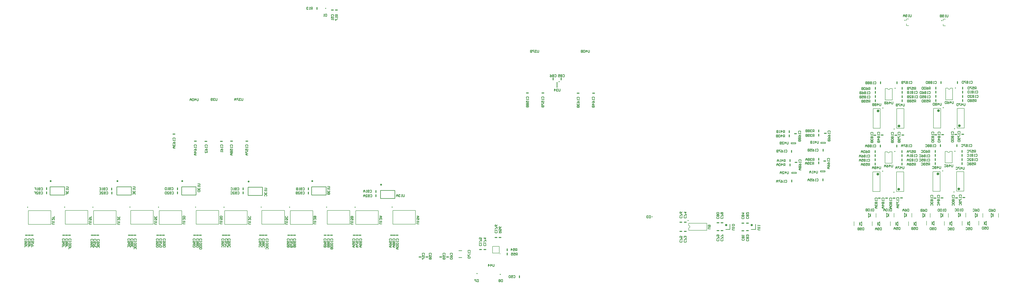
<source format=gbo>
G04*
G04 #@! TF.GenerationSoftware,Altium Limited,Altium Designer,18.1.9 (240)*
G04*
G04 Layer_Color=32896*
%FSLAX25Y25*%
%MOIN*%
G70*
G01*
G75*
%ADD10C,0.00984*%
%ADD11C,0.01000*%
%ADD12C,0.01575*%
%ADD13C,0.02000*%
%ADD16C,0.00787*%
%ADD17C,0.01500*%
%ADD170C,0.02362*%
%ADD171C,0.00630*%
D10*
X1601677Y326706D02*
G03*
X1601677Y326706I-492J0D01*
G01*
X1534933Y479102D02*
G03*
X1534933Y479102I-492J0D01*
G01*
X1599033Y478702D02*
G03*
X1599033Y478702I-492J0D01*
G01*
X1515713Y179344D02*
G03*
X1515713Y179344I-492J0D01*
G01*
X1600720Y216453D02*
G03*
X1600720Y216453I-492J0D01*
G01*
X1496467Y326227D02*
G03*
X1496467Y326227I-492J0D01*
G01*
X1496067Y215989D02*
G03*
X1496067Y215989I-492J0D01*
G01*
X1621323Y290062D02*
G03*
X1621323Y290062I-492J0D01*
G01*
X1620366Y179808D02*
G03*
X1620366Y179808I-492J0D01*
G01*
X1516113Y289583D02*
G03*
X1516113Y289583I-492J0D01*
G01*
X1621917Y250828D02*
G03*
X1621917Y250828I-492J0D01*
G01*
X1517664Y360602D02*
G03*
X1517664Y360602I-492J0D01*
G01*
X1622874Y361082D02*
G03*
X1622874Y361082I-492J0D01*
G01*
X1517264Y250364D02*
G03*
X1517264Y250364I-492J0D01*
G01*
X71109Y153362D02*
G03*
X71109Y153362I-492J0D01*
G01*
X184916D02*
G03*
X184916Y153362I-492J0D01*
G01*
X299183D02*
G03*
X299183Y153362I-492J0D01*
G01*
X413530D02*
G03*
X413530Y153362I-492J0D01*
G01*
X527491D02*
G03*
X527491Y153362I-492J0D01*
G01*
X641644D02*
G03*
X641644Y153362I-492J0D01*
G01*
X6609Y153209D02*
G03*
X6609Y153209I-492J0D01*
G01*
X120416D02*
G03*
X120416Y153209I-492J0D01*
G01*
X234683D02*
G03*
X234683Y153209I-492J0D01*
G01*
X348837D02*
G03*
X348837Y153209I-492J0D01*
G01*
X462991D02*
G03*
X462991Y153209I-492J0D01*
G01*
X577144D02*
G03*
X577144Y153209I-492J0D01*
G01*
X932543Y372165D02*
G03*
X932543Y372165I-492J0D01*
G01*
X1157161Y130024D02*
G03*
X1157161Y130024I-492J0D01*
G01*
D11*
X830000Y36000D02*
G03*
X830000Y36000I-500J0D01*
G01*
X789500Y37500D02*
G03*
X789500Y37500I-500J0D01*
G01*
X1094418Y136500D02*
G03*
X1094418Y136500I-500J0D01*
G01*
X525818Y500000D02*
G03*
X525818Y500000I-500J0D01*
G01*
X1395673Y264500D02*
Y266500D01*
X1387673Y264500D02*
X1395673D01*
X1387673D02*
Y266500D01*
X1395673D01*
X1344173Y263698D02*
Y265698D01*
X1336173Y263698D02*
X1344173D01*
X1336173D02*
Y265698D01*
X1344173D01*
X1344967Y212000D02*
Y214000D01*
X1336967Y212000D02*
X1344967D01*
X1336967D02*
Y214000D01*
X1344967D01*
X1394967Y214913D02*
Y216913D01*
X1386967Y214913D02*
X1394967D01*
X1386967D02*
Y216913D01*
X1394967D01*
X1522200Y120800D02*
Y127900D01*
X1518500Y121500D02*
Y127000D01*
X1518800Y124200D02*
X1522200Y120800D01*
X1518500Y124200D02*
X1518800D01*
X1518500D02*
X1522200Y127900D01*
Y127960D01*
X1533300Y135900D02*
Y143000D01*
X1537000Y136800D02*
Y142300D01*
X1533300Y143000D02*
X1536700Y139600D01*
X1537000D01*
X1533300Y135900D02*
X1537000Y139600D01*
X1533300Y135840D02*
Y135900D01*
X1490416Y120800D02*
Y127900D01*
X1486716Y121500D02*
Y127000D01*
X1487016Y124200D02*
X1490416Y120800D01*
X1486716Y124200D02*
X1487016D01*
X1486716D02*
X1490416Y127900D01*
Y127960D01*
X1502300Y135900D02*
Y143000D01*
X1506000Y136800D02*
Y142300D01*
X1502300Y143000D02*
X1505700Y139600D01*
X1506000D01*
X1502300Y135900D02*
X1506000Y139600D01*
X1502300Y135840D02*
Y135900D01*
X1553700Y120800D02*
Y127900D01*
X1550000Y121500D02*
Y127000D01*
X1550300Y124200D02*
X1553700Y120800D01*
X1550000Y124200D02*
X1550300D01*
X1550000D02*
X1553700Y127900D01*
Y127960D01*
X1565300Y135600D02*
Y142700D01*
X1569000Y136500D02*
Y142000D01*
X1565300Y142700D02*
X1568700Y139300D01*
X1569000D01*
X1565300Y135600D02*
X1569000Y139300D01*
X1565300Y135540D02*
Y135600D01*
X1458910Y120800D02*
Y127900D01*
X1455210Y121500D02*
Y127000D01*
X1455509Y124200D02*
X1458910Y120800D01*
X1455210Y124200D02*
X1455509D01*
X1455210D02*
X1458910Y127900D01*
Y127960D01*
X1470800Y135600D02*
Y142700D01*
X1474500Y136500D02*
Y142000D01*
X1470800Y142700D02*
X1474200Y139300D01*
X1474500D01*
X1470800Y135600D02*
X1474500Y139300D01*
X1470800Y135540D02*
Y135600D01*
X1676216Y121823D02*
Y128923D01*
X1672516Y122523D02*
Y128023D01*
X1672816Y125223D02*
X1676216Y121823D01*
X1672516Y125223D02*
X1672816D01*
X1672516D02*
X1676216Y128923D01*
Y128983D01*
X1684300Y135639D02*
Y142739D01*
X1688000Y136539D02*
Y142039D01*
X1684300Y142739D02*
X1687700Y139339D01*
X1688000D01*
X1684300Y135639D02*
X1688000Y139339D01*
X1684300Y135579D02*
Y135639D01*
X1596816Y135600D02*
Y142700D01*
X1600516Y136500D02*
Y142000D01*
X1596816Y142700D02*
X1600216Y139300D01*
X1600516D01*
X1596816Y135600D02*
X1600516Y139300D01*
X1596816Y135540D02*
Y135600D01*
X1585200Y121800D02*
Y128900D01*
X1581500Y122500D02*
Y128000D01*
X1581800Y125200D02*
X1585200Y121800D01*
X1581500Y125200D02*
X1581800D01*
X1581500D02*
X1585200Y128900D01*
Y128960D01*
X1627300Y136100D02*
Y143200D01*
X1631000Y137000D02*
Y142500D01*
X1627300Y143200D02*
X1630700Y139800D01*
X1631000D01*
X1627300Y136100D02*
X1631000Y139800D01*
X1627300Y136040D02*
Y136100D01*
X1616216Y121300D02*
Y128400D01*
X1612516Y122000D02*
Y127500D01*
X1612816Y124700D02*
X1616216Y121300D01*
X1612516Y124700D02*
X1612816D01*
X1612516D02*
X1616216Y128400D01*
Y128460D01*
X1647200Y121500D02*
Y128600D01*
X1643500Y122200D02*
Y127700D01*
X1643800Y124900D02*
X1647200Y121500D01*
X1643500Y124900D02*
X1643800D01*
X1643500D02*
X1647200Y128600D01*
Y128660D01*
X1656800Y135600D02*
Y142700D01*
X1660500Y136500D02*
Y142000D01*
X1656800Y142700D02*
X1660200Y139300D01*
X1660500D01*
X1656800Y135600D02*
X1660500Y139300D01*
X1656800Y135540D02*
Y135600D01*
X45090Y174650D02*
Y188823D01*
Y174650D02*
X70287D01*
Y188823D01*
X45090D02*
X70287D01*
X161413Y174650D02*
Y188823D01*
Y174650D02*
X186610D01*
Y188823D01*
X161413D02*
X186610D01*
X274295Y174650D02*
Y188823D01*
Y174650D02*
X299492D01*
Y188823D01*
X274295D02*
X299492D01*
X389913Y173890D02*
Y188063D01*
Y173890D02*
X415110D01*
Y188063D01*
X389913D02*
X415110D01*
X500821Y174650D02*
Y188823D01*
Y174650D02*
X526018D01*
Y188823D01*
X500821D02*
X526018D01*
X620643Y168390D02*
Y182563D01*
Y168390D02*
X645840D01*
Y182563D01*
X620643D02*
X645840D01*
X756952Y65500D02*
X762552D01*
X756952Y77500D02*
X762552D01*
X1266500Y114500D02*
X1274000D01*
Y123500D01*
X1222000Y114500D02*
X1229500D01*
Y123500D01*
X1597610Y334718D02*
Y331386D01*
X1596944Y330719D01*
X1595611D01*
X1594944Y331386D01*
Y334718D01*
X1591612Y330719D02*
Y334718D01*
X1593612Y332719D01*
X1590946D01*
X1589613Y334051D02*
X1588946Y334718D01*
X1587613D01*
X1586947Y334051D01*
Y333385D01*
X1587613Y332719D01*
X1586947Y332052D01*
Y331386D01*
X1587613Y330719D01*
X1588946D01*
X1589613Y331386D01*
Y332052D01*
X1588946Y332719D01*
X1589613Y333385D01*
Y334051D01*
X1588946Y332719D02*
X1587613D01*
X1585614Y334718D02*
Y330719D01*
X1583615D01*
X1582948Y331386D01*
Y334051D01*
X1583615Y334718D01*
X1585614D01*
X1532747Y223999D02*
Y220666D01*
X1532080Y220000D01*
X1530747D01*
X1530081Y220666D01*
Y223999D01*
X1526748Y220000D02*
Y223999D01*
X1528748Y221999D01*
X1526082D01*
X1524749Y223999D02*
X1522083D01*
Y223332D01*
X1524749Y220666D01*
Y220000D01*
X1520750D02*
Y222666D01*
X1519417Y223999D01*
X1518085Y222666D01*
Y220000D01*
Y221999D01*
X1520750D01*
X1596653Y224465D02*
Y221132D01*
X1595987Y220466D01*
X1594654D01*
X1593988Y221132D01*
Y224465D01*
X1590656Y220466D02*
Y224465D01*
X1592655Y222465D01*
X1589989D01*
X1588656Y223798D02*
X1587990Y224465D01*
X1586657D01*
X1585990Y223798D01*
Y223132D01*
X1586657Y222465D01*
X1585990Y221799D01*
Y221132D01*
X1586657Y220466D01*
X1587990D01*
X1588656Y221132D01*
Y221799D01*
X1587990Y222465D01*
X1588656Y223132D01*
Y223798D01*
X1587990Y222465D02*
X1586657D01*
X1581992Y223798D02*
X1582658Y224465D01*
X1583991D01*
X1584657Y223798D01*
Y221132D01*
X1583991Y220466D01*
X1582658D01*
X1581992Y221132D01*
X1639000Y333999D02*
Y330666D01*
X1638334Y330000D01*
X1637001D01*
X1636334Y330666D01*
Y333999D01*
X1633002Y330000D02*
Y333999D01*
X1635001Y331999D01*
X1632335D01*
X1631003Y333999D02*
X1628337D01*
Y333332D01*
X1631003Y330666D01*
Y330000D01*
X1627004Y333999D02*
Y330000D01*
X1625005D01*
X1624338Y330666D01*
Y333332D01*
X1625005Y333999D01*
X1627004D01*
X1637610Y222999D02*
Y219666D01*
X1636944Y219000D01*
X1635611D01*
X1634944Y219666D01*
Y222999D01*
X1631612Y219000D02*
Y222999D01*
X1633611Y220999D01*
X1630946D01*
X1629613Y222999D02*
X1626947D01*
Y222332D01*
X1629613Y219666D01*
Y219000D01*
X1622948Y222332D02*
X1623615Y222999D01*
X1624948D01*
X1625614Y222332D01*
Y219666D01*
X1624948Y219000D01*
X1623615D01*
X1622948Y219666D01*
X1618610Y337718D02*
Y334386D01*
X1617944Y333719D01*
X1616611D01*
X1615944Y334386D01*
Y337718D01*
X1612612Y333719D02*
Y337718D01*
X1614611Y335719D01*
X1611946D01*
X1607947Y337718D02*
X1609280Y337052D01*
X1610613Y335719D01*
Y334386D01*
X1609946Y333719D01*
X1608614D01*
X1607947Y334386D01*
Y335052D01*
X1608614Y335719D01*
X1610613D01*
X1606614Y337718D02*
Y333719D01*
X1604615D01*
X1603948Y334386D01*
Y337052D01*
X1604615Y337718D01*
X1606614D01*
X1617653Y227465D02*
Y224132D01*
X1616987Y223466D01*
X1615654D01*
X1614988Y224132D01*
Y227465D01*
X1611655Y223466D02*
Y227465D01*
X1613655Y225465D01*
X1610989D01*
X1606990Y227465D02*
X1608323Y226798D01*
X1609656Y225465D01*
Y224132D01*
X1608990Y223466D01*
X1607657D01*
X1606990Y224132D01*
Y224799D01*
X1607657Y225465D01*
X1609656D01*
X1602992Y226798D02*
X1603658Y227465D01*
X1604991D01*
X1605657Y226798D01*
Y224132D01*
X1604991Y223466D01*
X1603658D01*
X1602992Y224132D01*
X1578457Y358738D02*
Y362737D01*
X1576457D01*
X1575791Y362070D01*
Y360737D01*
X1576457Y360071D01*
X1578457D01*
X1577124D02*
X1575791Y358738D01*
X1571792Y362737D02*
X1573125Y362070D01*
X1574458Y360737D01*
Y359404D01*
X1573792Y358738D01*
X1572459D01*
X1571792Y359404D01*
Y360071D01*
X1572459Y360737D01*
X1574458D01*
X1570459Y362070D02*
X1569793Y362737D01*
X1568460D01*
X1567793Y362070D01*
Y359404D01*
X1568460Y358738D01*
X1569793D01*
X1570459Y359404D01*
Y362070D01*
X1566461Y362737D02*
Y358738D01*
X1564461D01*
X1563795Y359404D01*
Y362070D01*
X1564461Y362737D01*
X1566461D01*
X1577500Y248484D02*
Y252483D01*
X1575501D01*
X1574834Y251817D01*
Y250484D01*
X1575501Y249817D01*
X1577500D01*
X1576167D02*
X1574834Y248484D01*
X1570835Y252483D02*
X1572168Y251817D01*
X1573501Y250484D01*
Y249151D01*
X1572835Y248484D01*
X1571502D01*
X1570835Y249151D01*
Y249817D01*
X1571502Y250484D01*
X1573501D01*
X1569503Y251817D02*
X1568836Y252483D01*
X1567503D01*
X1566837Y251817D01*
Y249151D01*
X1567503Y248484D01*
X1568836D01*
X1569503Y249151D01*
Y251817D01*
X1562838D02*
X1563505Y252483D01*
X1564837D01*
X1565504Y251817D01*
Y249151D01*
X1564837Y248484D01*
X1563505D01*
X1562838Y249151D01*
X1578457Y336596D02*
Y340595D01*
X1576457D01*
X1575791Y339929D01*
Y338596D01*
X1576457Y337929D01*
X1578457D01*
X1577124D02*
X1575791Y336596D01*
X1571792Y340595D02*
X1574458D01*
Y338596D01*
X1573125Y339262D01*
X1572459D01*
X1571792Y338596D01*
Y337263D01*
X1572459Y336596D01*
X1573792D01*
X1574458Y337263D01*
X1570459D02*
X1569793Y336596D01*
X1568460D01*
X1567793Y337263D01*
Y339929D01*
X1568460Y340595D01*
X1569793D01*
X1570459Y339929D01*
Y339262D01*
X1569793Y338596D01*
X1567793D01*
X1566461Y340595D02*
Y336596D01*
X1564461D01*
X1563795Y337263D01*
Y339929D01*
X1564461Y340595D01*
X1566461D01*
X1577500Y226343D02*
Y230342D01*
X1575501D01*
X1574834Y229675D01*
Y228342D01*
X1575501Y227676D01*
X1577500D01*
X1576167D02*
X1574834Y226343D01*
X1570835Y230342D02*
X1573501D01*
Y228342D01*
X1572168Y229009D01*
X1571502D01*
X1570835Y228342D01*
Y227009D01*
X1571502Y226343D01*
X1572835D01*
X1573501Y227009D01*
X1569503D02*
X1568836Y226343D01*
X1567503D01*
X1566837Y227009D01*
Y229675D01*
X1567503Y230342D01*
X1568836D01*
X1569503Y229675D01*
Y229009D01*
X1568836Y228342D01*
X1566837D01*
X1562838Y229675D02*
X1563505Y230342D01*
X1564837D01*
X1565504Y229675D01*
Y227009D01*
X1564837Y226343D01*
X1563505D01*
X1562838Y227009D01*
X1658278Y337037D02*
Y341036D01*
X1656279D01*
X1655612Y340369D01*
Y339036D01*
X1656279Y338370D01*
X1658278D01*
X1656945D02*
X1655612Y337037D01*
X1651613Y341036D02*
X1654279D01*
Y339036D01*
X1652946Y339703D01*
X1652280D01*
X1651613Y339036D01*
Y337703D01*
X1652280Y337037D01*
X1653613D01*
X1654279Y337703D01*
X1650281Y340369D02*
X1649614Y341036D01*
X1648281D01*
X1647615Y340369D01*
Y339703D01*
X1648281Y339036D01*
X1647615Y338370D01*
Y337703D01*
X1648281Y337037D01*
X1649614D01*
X1650281Y337703D01*
Y338370D01*
X1649614Y339036D01*
X1650281Y339703D01*
Y340369D01*
X1649614Y339036D02*
X1648281D01*
X1646282Y341036D02*
Y337037D01*
X1644283D01*
X1643616Y337703D01*
Y340369D01*
X1644283Y341036D01*
X1646282D01*
X1657321Y226783D02*
Y230782D01*
X1655322D01*
X1654655Y230116D01*
Y228783D01*
X1655322Y228116D01*
X1657321D01*
X1655988D02*
X1654655Y226783D01*
X1650657Y230782D02*
X1653323D01*
Y228783D01*
X1651990Y229449D01*
X1651323D01*
X1650657Y228783D01*
Y227450D01*
X1651323Y226783D01*
X1652656D01*
X1653323Y227450D01*
X1649324Y230116D02*
X1648657Y230782D01*
X1647325D01*
X1646658Y230116D01*
Y229449D01*
X1647325Y228783D01*
X1646658Y228116D01*
Y227450D01*
X1647325Y226783D01*
X1648657D01*
X1649324Y227450D01*
Y228116D01*
X1648657Y228783D01*
X1649324Y229449D01*
Y230116D01*
X1648657Y228783D02*
X1647325D01*
X1642659Y230116D02*
X1643326Y230782D01*
X1644659D01*
X1645325Y230116D01*
Y227450D01*
X1644659Y226783D01*
X1643326D01*
X1642659Y227450D01*
X1658278Y359037D02*
Y363036D01*
X1656279D01*
X1655612Y362369D01*
Y361036D01*
X1656279Y360370D01*
X1658278D01*
X1656945D02*
X1655612Y359037D01*
X1651613Y363036D02*
X1654279D01*
Y361036D01*
X1652946Y361703D01*
X1652280D01*
X1651613Y361036D01*
Y359703D01*
X1652280Y359037D01*
X1653613D01*
X1654279Y359703D01*
X1650281Y363036D02*
X1647615D01*
Y362369D01*
X1650281Y359703D01*
Y359037D01*
X1646282Y363036D02*
Y359037D01*
X1644283D01*
X1643616Y359703D01*
Y362369D01*
X1644283Y363036D01*
X1646282D01*
X1657321Y248783D02*
Y252782D01*
X1655322D01*
X1654655Y252116D01*
Y250783D01*
X1655322Y250116D01*
X1657321D01*
X1655988D02*
X1654655Y248783D01*
X1650657Y252782D02*
X1653323D01*
Y250783D01*
X1651990Y251449D01*
X1651323D01*
X1650657Y250783D01*
Y249450D01*
X1651323Y248783D01*
X1652656D01*
X1653323Y249450D01*
X1649324Y252782D02*
X1646658D01*
Y252116D01*
X1649324Y249450D01*
Y248783D01*
X1642659Y252116D02*
X1643326Y252782D01*
X1644659D01*
X1645325Y252116D01*
Y249450D01*
X1644659Y248783D01*
X1643326D01*
X1642659Y249450D01*
X1586344Y372086D02*
X1587011Y372752D01*
X1588344D01*
X1589010Y372086D01*
Y369420D01*
X1588344Y368754D01*
X1587011D01*
X1586344Y369420D01*
X1585011Y368754D02*
X1583679D01*
X1584345D01*
Y372752D01*
X1585011Y372086D01*
X1581679D02*
X1581013Y372752D01*
X1579680D01*
X1579014Y372086D01*
Y371419D01*
X1579680Y370753D01*
X1579014Y370086D01*
Y369420D01*
X1579680Y368754D01*
X1581013D01*
X1581679Y369420D01*
Y370086D01*
X1581013Y370753D01*
X1581679Y371419D01*
Y372086D01*
X1581013Y370753D02*
X1579680D01*
X1577681Y372086D02*
X1577014Y372752D01*
X1575681D01*
X1575015Y372086D01*
Y371419D01*
X1575681Y370753D01*
X1575015Y370086D01*
Y369420D01*
X1575681Y368754D01*
X1577014D01*
X1577681Y369420D01*
Y370086D01*
X1577014Y370753D01*
X1577681Y371419D01*
Y372086D01*
X1577014Y370753D02*
X1575681D01*
X1573682Y372752D02*
Y368754D01*
X1571682D01*
X1571016Y369420D01*
Y372086D01*
X1571682Y372752D01*
X1573682D01*
X1585388Y261832D02*
X1586054Y262499D01*
X1587387D01*
X1588054Y261832D01*
Y259166D01*
X1587387Y258500D01*
X1586054D01*
X1585388Y259166D01*
X1584055Y258500D02*
X1582722D01*
X1583388D01*
Y262499D01*
X1584055Y261832D01*
X1580723D02*
X1580056Y262499D01*
X1578723D01*
X1578057Y261832D01*
Y261166D01*
X1578723Y260499D01*
X1578057Y259833D01*
Y259166D01*
X1578723Y258500D01*
X1580056D01*
X1580723Y259166D01*
Y259833D01*
X1580056Y260499D01*
X1580723Y261166D01*
Y261832D01*
X1580056Y260499D02*
X1578723D01*
X1576724Y261832D02*
X1576057Y262499D01*
X1574724D01*
X1574058Y261832D01*
Y261166D01*
X1574724Y260499D01*
X1574058Y259833D01*
Y259166D01*
X1574724Y258500D01*
X1576057D01*
X1576724Y259166D01*
Y259833D01*
X1576057Y260499D01*
X1576724Y261166D01*
Y261832D01*
X1576057Y260499D02*
X1574724D01*
X1570059Y261832D02*
X1570726Y262499D01*
X1572059D01*
X1572725Y261832D01*
Y259166D01*
X1572059Y258500D01*
X1570726D01*
X1570059Y259166D01*
X1648944Y372550D02*
X1649611Y373216D01*
X1650944D01*
X1651610Y372550D01*
Y369884D01*
X1650944Y369217D01*
X1649611D01*
X1648944Y369884D01*
X1647611Y369217D02*
X1646279D01*
X1646945D01*
Y373216D01*
X1647611Y372550D01*
X1644279D02*
X1643613Y373216D01*
X1642280D01*
X1641614Y372550D01*
Y371883D01*
X1642280Y371217D01*
X1641614Y370550D01*
Y369884D01*
X1642280Y369217D01*
X1643613D01*
X1644279Y369884D01*
Y370550D01*
X1643613Y371217D01*
X1644279Y371883D01*
Y372550D01*
X1643613Y371217D02*
X1642280D01*
X1640281Y373216D02*
X1637615D01*
Y372550D01*
X1640281Y369884D01*
Y369217D01*
X1636282Y373216D02*
Y369217D01*
X1634282D01*
X1633616Y369884D01*
Y372550D01*
X1634282Y373216D01*
X1636282D01*
X1647988Y262296D02*
X1648654Y262963D01*
X1649987D01*
X1650653Y262296D01*
Y259630D01*
X1649987Y258964D01*
X1648654D01*
X1647988Y259630D01*
X1646655Y258964D02*
X1645322D01*
X1645988D01*
Y262963D01*
X1646655Y262296D01*
X1643323D02*
X1642656Y262963D01*
X1641323D01*
X1640657Y262296D01*
Y261630D01*
X1641323Y260963D01*
X1640657Y260297D01*
Y259630D01*
X1641323Y258964D01*
X1642656D01*
X1643323Y259630D01*
Y260297D01*
X1642656Y260963D01*
X1643323Y261630D01*
Y262296D01*
X1642656Y260963D02*
X1641323D01*
X1639324Y262963D02*
X1636658D01*
Y262296D01*
X1639324Y259630D01*
Y258964D01*
X1632659Y262296D02*
X1633326Y262963D01*
X1634659D01*
X1635325Y262296D01*
Y259630D01*
X1634659Y258964D01*
X1633326D01*
X1632659Y259630D01*
X1575791Y354570D02*
X1576457Y355237D01*
X1577790D01*
X1578457Y354570D01*
Y351904D01*
X1577790Y351238D01*
X1576457D01*
X1575791Y351904D01*
X1574458Y351238D02*
X1573125D01*
X1573792D01*
Y355237D01*
X1574458Y354570D01*
X1571126D02*
X1570459Y355237D01*
X1569126D01*
X1568460Y354570D01*
Y353904D01*
X1569126Y353237D01*
X1568460Y352571D01*
Y351904D01*
X1569126Y351238D01*
X1570459D01*
X1571126Y351904D01*
Y352571D01*
X1570459Y353237D01*
X1571126Y353904D01*
Y354570D01*
X1570459Y353237D02*
X1569126D01*
X1564461Y355237D02*
X1565794Y354570D01*
X1567127Y353237D01*
Y351904D01*
X1566461Y351238D01*
X1565128D01*
X1564461Y351904D01*
Y352571D01*
X1565128Y353237D01*
X1567127D01*
X1563128Y355237D02*
Y351238D01*
X1561129D01*
X1560462Y351904D01*
Y354570D01*
X1561129Y355237D01*
X1563128D01*
X1574834Y244317D02*
X1575501Y244983D01*
X1576834D01*
X1577500Y244317D01*
Y241651D01*
X1576834Y240985D01*
X1575501D01*
X1574834Y241651D01*
X1573501Y240985D02*
X1572168D01*
X1572835D01*
Y244983D01*
X1573501Y244317D01*
X1570169D02*
X1569503Y244983D01*
X1568170D01*
X1567503Y244317D01*
Y243650D01*
X1568170Y242984D01*
X1567503Y242317D01*
Y241651D01*
X1568170Y240985D01*
X1569503D01*
X1570169Y241651D01*
Y242317D01*
X1569503Y242984D01*
X1570169Y243650D01*
Y244317D01*
X1569503Y242984D02*
X1568170D01*
X1563505Y244983D02*
X1564837Y244317D01*
X1566170Y242984D01*
Y241651D01*
X1565504Y240985D01*
X1564171D01*
X1563505Y241651D01*
Y242317D01*
X1564171Y242984D01*
X1566170D01*
X1559506Y244317D02*
X1560172Y244983D01*
X1561505D01*
X1562172Y244317D01*
Y241651D01*
X1561505Y240985D01*
X1560172D01*
X1559506Y241651D01*
X1575791Y347239D02*
X1576457Y347906D01*
X1577790D01*
X1578457Y347239D01*
Y344574D01*
X1577790Y343907D01*
X1576457D01*
X1575791Y344574D01*
X1574458Y343907D02*
X1573125D01*
X1573792D01*
Y347906D01*
X1574458Y347239D01*
X1571126D02*
X1570459Y347906D01*
X1569126D01*
X1568460Y347239D01*
Y346573D01*
X1569126Y345907D01*
X1568460Y345240D01*
Y344574D01*
X1569126Y343907D01*
X1570459D01*
X1571126Y344574D01*
Y345240D01*
X1570459Y345907D01*
X1571126Y346573D01*
Y347239D01*
X1570459Y345907D02*
X1569126D01*
X1564461Y347906D02*
X1567127D01*
Y345907D01*
X1565794Y346573D01*
X1565128D01*
X1564461Y345907D01*
Y344574D01*
X1565128Y343907D01*
X1566461D01*
X1567127Y344574D01*
X1563128Y347906D02*
Y343907D01*
X1561129D01*
X1560462Y344574D01*
Y347239D01*
X1561129Y347906D01*
X1563128D01*
X1574834Y236986D02*
X1575501Y237652D01*
X1576834D01*
X1577500Y236986D01*
Y234320D01*
X1576834Y233654D01*
X1575501D01*
X1574834Y234320D01*
X1573501Y233654D02*
X1572168D01*
X1572835D01*
Y237652D01*
X1573501Y236986D01*
X1570169D02*
X1569503Y237652D01*
X1568170D01*
X1567503Y236986D01*
Y236320D01*
X1568170Y235653D01*
X1567503Y234987D01*
Y234320D01*
X1568170Y233654D01*
X1569503D01*
X1570169Y234320D01*
Y234987D01*
X1569503Y235653D01*
X1570169Y236320D01*
Y236986D01*
X1569503Y235653D02*
X1568170D01*
X1563505Y237652D02*
X1566170D01*
Y235653D01*
X1564837Y236320D01*
X1564171D01*
X1563505Y235653D01*
Y234320D01*
X1564171Y233654D01*
X1565504D01*
X1566170Y234320D01*
X1559506Y236986D02*
X1560172Y237652D01*
X1561505D01*
X1562172Y236986D01*
Y234320D01*
X1561505Y233654D01*
X1560172D01*
X1559506Y234320D01*
X1592278Y281888D02*
X1591611Y282555D01*
Y283888D01*
X1592278Y284554D01*
X1594944D01*
X1595610Y283888D01*
Y282555D01*
X1594944Y281888D01*
X1595610Y280555D02*
Y279222D01*
Y279889D01*
X1591611D01*
X1592278Y280555D01*
Y277223D02*
X1591611Y276556D01*
Y275224D01*
X1592278Y274557D01*
X1592944D01*
X1593611Y275224D01*
X1594277Y274557D01*
X1594944D01*
X1595610Y275224D01*
Y276556D01*
X1594944Y277223D01*
X1594277D01*
X1593611Y276556D01*
X1592944Y277223D01*
X1592278D01*
X1593611Y276556D02*
Y275224D01*
X1595610Y271225D02*
X1591611D01*
X1593611Y273224D01*
Y270558D01*
X1591611Y269226D02*
X1595610D01*
Y267226D01*
X1594944Y266560D01*
X1592278D01*
X1591611Y267226D01*
Y269226D01*
X1591321Y171635D02*
X1590655Y172301D01*
Y173634D01*
X1591321Y174300D01*
X1593987D01*
X1594654Y173634D01*
Y172301D01*
X1593987Y171635D01*
X1594654Y170302D02*
Y168969D01*
Y169635D01*
X1590655D01*
X1591321Y170302D01*
Y166970D02*
X1590655Y166303D01*
Y164970D01*
X1591321Y164304D01*
X1591988D01*
X1592654Y164970D01*
X1593321Y164304D01*
X1593987D01*
X1594654Y164970D01*
Y166303D01*
X1593987Y166970D01*
X1593321D01*
X1592654Y166303D01*
X1591988Y166970D01*
X1591321D01*
X1592654Y166303D02*
Y164970D01*
X1594654Y160971D02*
X1590655D01*
X1592654Y162971D01*
Y160305D01*
X1591321Y156306D02*
X1590655Y156973D01*
Y158306D01*
X1591321Y158972D01*
X1593987D01*
X1594654Y158306D01*
Y156973D01*
X1593987Y156306D01*
X1581324Y281834D02*
X1580657Y282501D01*
Y283834D01*
X1581324Y284500D01*
X1583990D01*
X1584656Y283834D01*
Y282501D01*
X1583990Y281834D01*
X1584656Y280501D02*
Y279168D01*
Y279835D01*
X1580657D01*
X1581324Y280501D01*
Y277169D02*
X1580657Y276503D01*
Y275170D01*
X1581324Y274503D01*
X1581990D01*
X1582657Y275170D01*
X1583323Y274503D01*
X1583990D01*
X1584656Y275170D01*
Y276503D01*
X1583990Y277169D01*
X1583323D01*
X1582657Y276503D01*
X1581990Y277169D01*
X1581324D01*
X1582657Y276503D02*
Y275170D01*
X1581324Y273170D02*
X1580657Y272504D01*
Y271171D01*
X1581324Y270504D01*
X1581990D01*
X1582657Y271171D01*
Y271837D01*
Y271171D01*
X1583323Y270504D01*
X1583990D01*
X1584656Y271171D01*
Y272504D01*
X1583990Y273170D01*
X1580657Y269172D02*
X1584656D01*
Y267172D01*
X1583990Y266506D01*
X1581324D01*
X1580657Y267172D01*
Y269172D01*
X1579770Y171334D02*
X1579104Y172001D01*
Y173334D01*
X1579770Y174000D01*
X1582436D01*
X1583102Y173334D01*
Y172001D01*
X1582436Y171334D01*
X1583102Y170001D02*
Y168668D01*
Y169335D01*
X1579104D01*
X1579770Y170001D01*
Y166669D02*
X1579104Y166003D01*
Y164670D01*
X1579770Y164003D01*
X1580437D01*
X1581103Y164670D01*
X1581769Y164003D01*
X1582436D01*
X1583102Y164670D01*
Y166003D01*
X1582436Y166669D01*
X1581769D01*
X1581103Y166003D01*
X1580437Y166669D01*
X1579770D01*
X1581103Y166003D02*
Y164670D01*
X1579770Y162670D02*
X1579104Y162004D01*
Y160671D01*
X1579770Y160004D01*
X1580437D01*
X1581103Y160671D01*
Y161337D01*
Y160671D01*
X1581769Y160004D01*
X1582436D01*
X1583102Y160671D01*
Y162004D01*
X1582436Y162670D01*
X1579770Y156006D02*
X1579104Y156672D01*
Y158005D01*
X1579770Y158672D01*
X1582436D01*
X1583102Y158005D01*
Y156672D01*
X1582436Y156006D01*
X1658944Y347692D02*
X1659611Y348358D01*
X1660944D01*
X1661610Y347692D01*
Y345026D01*
X1660944Y344360D01*
X1659611D01*
X1658944Y345026D01*
X1657611Y344360D02*
X1656279D01*
X1656945D01*
Y348358D01*
X1657611Y347692D01*
X1654279D02*
X1653613Y348358D01*
X1652280D01*
X1651613Y347692D01*
Y347026D01*
X1652280Y346359D01*
X1651613Y345693D01*
Y345026D01*
X1652280Y344360D01*
X1653613D01*
X1654279Y345026D01*
Y345693D01*
X1653613Y346359D01*
X1654279Y347026D01*
Y347692D01*
X1653613Y346359D02*
X1652280D01*
X1647615Y344360D02*
X1650281D01*
X1647615Y347026D01*
Y347692D01*
X1648281Y348358D01*
X1649614D01*
X1650281Y347692D01*
X1646282Y348358D02*
Y344360D01*
X1644283D01*
X1643616Y345026D01*
Y347692D01*
X1644283Y348358D01*
X1646282D01*
X1657988Y237439D02*
X1658654Y238105D01*
X1659987D01*
X1660653Y237439D01*
Y234773D01*
X1659987Y234106D01*
X1658654D01*
X1657988Y234773D01*
X1656655Y234106D02*
X1655322D01*
X1655988D01*
Y238105D01*
X1656655Y237439D01*
X1653323D02*
X1652656Y238105D01*
X1651323D01*
X1650657Y237439D01*
Y236772D01*
X1651323Y236106D01*
X1650657Y235439D01*
Y234773D01*
X1651323Y234106D01*
X1652656D01*
X1653323Y234773D01*
Y235439D01*
X1652656Y236106D01*
X1653323Y236772D01*
Y237439D01*
X1652656Y236106D02*
X1651323D01*
X1646658Y234106D02*
X1649324D01*
X1646658Y236772D01*
Y237439D01*
X1647325Y238105D01*
X1648657D01*
X1649324Y237439D01*
X1642659D02*
X1643326Y238105D01*
X1644659D01*
X1645325Y237439D01*
Y234773D01*
X1644659Y234106D01*
X1643326D01*
X1642659Y234773D01*
X1658278Y355369D02*
X1658944Y356036D01*
X1660277D01*
X1660944Y355369D01*
Y352703D01*
X1660277Y352037D01*
X1658944D01*
X1658278Y352703D01*
X1656945Y352037D02*
X1655612D01*
X1656279D01*
Y356036D01*
X1656945Y355369D01*
X1653613D02*
X1652946Y356036D01*
X1651613D01*
X1650947Y355369D01*
Y354703D01*
X1651613Y354036D01*
X1650947Y353370D01*
Y352703D01*
X1651613Y352037D01*
X1652946D01*
X1653613Y352703D01*
Y353370D01*
X1652946Y354036D01*
X1653613Y354703D01*
Y355369D01*
X1652946Y354036D02*
X1651613D01*
X1649614Y352037D02*
X1648281D01*
X1648948D01*
Y356036D01*
X1649614Y355369D01*
X1646282Y356036D02*
Y352037D01*
X1644283D01*
X1643616Y352703D01*
Y355369D01*
X1644283Y356036D01*
X1646282D01*
X1657321Y245116D02*
X1657988Y245782D01*
X1659321D01*
X1659987Y245116D01*
Y242450D01*
X1659321Y241783D01*
X1657988D01*
X1657321Y242450D01*
X1655988Y241783D02*
X1654655D01*
X1655322D01*
Y245782D01*
X1655988Y245116D01*
X1652656D02*
X1651990Y245782D01*
X1650657D01*
X1649990Y245116D01*
Y244449D01*
X1650657Y243783D01*
X1649990Y243116D01*
Y242450D01*
X1650657Y241783D01*
X1651990D01*
X1652656Y242450D01*
Y243116D01*
X1651990Y243783D01*
X1652656Y244449D01*
Y245116D01*
X1651990Y243783D02*
X1650657D01*
X1648657Y241783D02*
X1647325D01*
X1647991D01*
Y245782D01*
X1648657Y245116D01*
X1642659D02*
X1643326Y245782D01*
X1644659D01*
X1645325Y245116D01*
Y242450D01*
X1644659Y241783D01*
X1643326D01*
X1642659Y242450D01*
X1615778Y282169D02*
X1615112Y282835D01*
Y284168D01*
X1615778Y284835D01*
X1618444D01*
X1619110Y284168D01*
Y282835D01*
X1618444Y282169D01*
X1619110Y280836D02*
Y279503D01*
Y280170D01*
X1615112D01*
X1615778Y280836D01*
Y277504D02*
X1615112Y276837D01*
Y275504D01*
X1615778Y274838D01*
X1616444D01*
X1617111Y275504D01*
X1617777Y274838D01*
X1618444D01*
X1619110Y275504D01*
Y276837D01*
X1618444Y277504D01*
X1617777D01*
X1617111Y276837D01*
X1616444Y277504D01*
X1615778D01*
X1617111Y276837D02*
Y275504D01*
X1615778Y273505D02*
X1615112Y272838D01*
Y271506D01*
X1615778Y270839D01*
X1618444D01*
X1619110Y271506D01*
Y272838D01*
X1618444Y273505D01*
X1615778D01*
X1615112Y269506D02*
X1619110D01*
Y267507D01*
X1618444Y266841D01*
X1615778D01*
X1615112Y267507D01*
Y269506D01*
X1617081Y171635D02*
X1616415Y172301D01*
Y173634D01*
X1617081Y174300D01*
X1619747D01*
X1620413Y173634D01*
Y172301D01*
X1619747Y171635D01*
X1620413Y170302D02*
Y168969D01*
Y169635D01*
X1616415D01*
X1617081Y170302D01*
Y166970D02*
X1616415Y166303D01*
Y164970D01*
X1617081Y164304D01*
X1617748D01*
X1618414Y164970D01*
X1619081Y164304D01*
X1619747D01*
X1620413Y164970D01*
Y166303D01*
X1619747Y166970D01*
X1619081D01*
X1618414Y166303D01*
X1617748Y166970D01*
X1617081D01*
X1618414Y166303D02*
Y164970D01*
X1617081Y162971D02*
X1616415Y162304D01*
Y160971D01*
X1617081Y160305D01*
X1619747D01*
X1620413Y160971D01*
Y162304D01*
X1619747Y162971D01*
X1617081D01*
Y156306D02*
X1616415Y156973D01*
Y158306D01*
X1617081Y158972D01*
X1619747D01*
X1620413Y158306D01*
Y156973D01*
X1619747Y156306D01*
X1627058Y282744D02*
X1626392Y283410D01*
Y284743D01*
X1627058Y285409D01*
X1629724D01*
X1630391Y284743D01*
Y283410D01*
X1629724Y282744D01*
X1630391Y281411D02*
Y280078D01*
Y280744D01*
X1626392D01*
X1627058Y281411D01*
X1626392Y278079D02*
Y275413D01*
X1627058D01*
X1629724Y278079D01*
X1630391D01*
X1629724Y274080D02*
X1630391Y273413D01*
Y272080D01*
X1629724Y271414D01*
X1627058D01*
X1626392Y272080D01*
Y273413D01*
X1627058Y274080D01*
X1627725D01*
X1628391Y273413D01*
Y271414D01*
X1626392Y270081D02*
X1630391D01*
Y268082D01*
X1629724Y267415D01*
X1627058D01*
X1626392Y268082D01*
Y270081D01*
X1629306Y172244D02*
X1628640Y172910D01*
Y174243D01*
X1629306Y174909D01*
X1631972D01*
X1632639Y174243D01*
Y172910D01*
X1631972Y172244D01*
X1632639Y170911D02*
Y169578D01*
Y170244D01*
X1628640D01*
X1629306Y170911D01*
X1628640Y167578D02*
Y164913D01*
X1629306D01*
X1631972Y167578D01*
X1632639D01*
X1631972Y163580D02*
X1632639Y162913D01*
Y161580D01*
X1631972Y160914D01*
X1629306D01*
X1628640Y161580D01*
Y162913D01*
X1629306Y163580D01*
X1629973D01*
X1630639Y162913D01*
Y160914D01*
X1629306Y156915D02*
X1628640Y157582D01*
Y158915D01*
X1629306Y159581D01*
X1631972D01*
X1632639Y158915D01*
Y157582D01*
X1631972Y156915D01*
X1492400Y334239D02*
Y330907D01*
X1491733Y330240D01*
X1490401D01*
X1489734Y330907D01*
Y334239D01*
X1486402Y330240D02*
Y334239D01*
X1488401Y332240D01*
X1485736D01*
X1484403Y333572D02*
X1483736Y334239D01*
X1482403D01*
X1481737Y333572D01*
Y332906D01*
X1482403Y332240D01*
X1481737Y331573D01*
Y330907D01*
X1482403Y330240D01*
X1483736D01*
X1484403Y330907D01*
Y331573D01*
X1483736Y332240D01*
X1484403Y332906D01*
Y333572D01*
X1483736Y332240D02*
X1482403D01*
X1480404Y334239D02*
Y330240D01*
X1478405D01*
X1477738Y330907D01*
Y331573D01*
X1478405Y332240D01*
X1480404D01*
X1478405D01*
X1477738Y332906D01*
Y333572D01*
X1478405Y334239D01*
X1480404D01*
X1492000Y224001D02*
Y220668D01*
X1491333Y220002D01*
X1490001D01*
X1489334Y220668D01*
Y224001D01*
X1486002Y220002D02*
Y224001D01*
X1488001Y222001D01*
X1485336D01*
X1484003Y223334D02*
X1483336Y224001D01*
X1482003D01*
X1481337Y223334D01*
Y222668D01*
X1482003Y222001D01*
X1481337Y221335D01*
Y220668D01*
X1482003Y220002D01*
X1483336D01*
X1484003Y220668D01*
Y221335D01*
X1483336Y222001D01*
X1484003Y222668D01*
Y223334D01*
X1483336Y222001D02*
X1482003D01*
X1480004Y220002D02*
Y222668D01*
X1478671Y224001D01*
X1477338Y222668D01*
Y220002D01*
Y222001D01*
X1480004D01*
X1533500Y333499D02*
Y330166D01*
X1532833Y329500D01*
X1531501D01*
X1530834Y330166D01*
Y333499D01*
X1527502Y329500D02*
Y333499D01*
X1529501Y331499D01*
X1526836D01*
X1525503Y333499D02*
X1522837D01*
Y332832D01*
X1525503Y330166D01*
Y329500D01*
X1521504Y333499D02*
Y329500D01*
X1519505D01*
X1518838Y330166D01*
Y330833D01*
X1519505Y331499D01*
X1521504D01*
X1519505D01*
X1518838Y332166D01*
Y332832D01*
X1519505Y333499D01*
X1521504D01*
X1605662Y150199D02*
Y146200D01*
X1603663D01*
X1602996Y146867D01*
Y149532D01*
X1603663Y150199D01*
X1605662D01*
X1601664Y146200D02*
X1600331D01*
X1600997D01*
Y150199D01*
X1601664Y149532D01*
X1598331D02*
X1597665Y150199D01*
X1596332D01*
X1595665Y149532D01*
Y146867D01*
X1596332Y146200D01*
X1597665D01*
X1598331Y146867D01*
Y149532D01*
X1594333Y150199D02*
Y146200D01*
X1592333D01*
X1591667Y146867D01*
Y149532D01*
X1592333Y150199D01*
X1594333D01*
X1635500Y150499D02*
Y146500D01*
X1633501D01*
X1632834Y147167D01*
Y149832D01*
X1633501Y150499D01*
X1635500D01*
X1631501Y146500D02*
X1630168D01*
X1630835D01*
Y150499D01*
X1631501Y149832D01*
X1628169D02*
X1627503Y150499D01*
X1626170D01*
X1625503Y149832D01*
Y147167D01*
X1626170Y146500D01*
X1627503D01*
X1628169Y147167D01*
Y149832D01*
X1621505D02*
X1622171Y150499D01*
X1623504D01*
X1624170Y149832D01*
Y147167D01*
X1623504Y146500D01*
X1622171D01*
X1621505Y147167D01*
X1588500Y117966D02*
Y113968D01*
X1586501D01*
X1585834Y114634D01*
Y117300D01*
X1586501Y117966D01*
X1588500D01*
X1584501Y114634D02*
X1583835Y113968D01*
X1582502D01*
X1581835Y114634D01*
Y117300D01*
X1582502Y117966D01*
X1583835D01*
X1584501Y117300D01*
Y116634D01*
X1583835Y115967D01*
X1581835D01*
X1580503Y117966D02*
Y113968D01*
X1578503D01*
X1577837Y114634D01*
Y117300D01*
X1578503Y117966D01*
X1580503D01*
X1619654Y117499D02*
Y113500D01*
X1617654D01*
X1616988Y114166D01*
Y116832D01*
X1617654Y117499D01*
X1619654D01*
X1615655Y114166D02*
X1614988Y113500D01*
X1613655D01*
X1612989Y114166D01*
Y116832D01*
X1613655Y117499D01*
X1614988D01*
X1615655Y116832D01*
Y116166D01*
X1614988Y115499D01*
X1612989D01*
X1608990Y116832D02*
X1609657Y117499D01*
X1610990D01*
X1611656Y116832D01*
Y114166D01*
X1610990Y113500D01*
X1609657D01*
X1608990Y114166D01*
X1691500Y149667D02*
Y145668D01*
X1689501D01*
X1688834Y146334D01*
Y149000D01*
X1689501Y149667D01*
X1691500D01*
X1684835D02*
X1686168Y149000D01*
X1687501Y147667D01*
Y146334D01*
X1686835Y145668D01*
X1685502D01*
X1684835Y146334D01*
Y147001D01*
X1685502Y147667D01*
X1687501D01*
X1683503Y149667D02*
Y145668D01*
X1681503D01*
X1680837Y146334D01*
Y149000D01*
X1681503Y149667D01*
X1683503D01*
X1663500Y149999D02*
Y146000D01*
X1661501D01*
X1660834Y146667D01*
Y149332D01*
X1661501Y149999D01*
X1663500D01*
X1656836D02*
X1658168Y149332D01*
X1659501Y147999D01*
Y146667D01*
X1658835Y146000D01*
X1657502D01*
X1656836Y146667D01*
Y147333D01*
X1657502Y147999D01*
X1659501D01*
X1652837Y149332D02*
X1653503Y149999D01*
X1654836D01*
X1655503Y149332D01*
Y146667D01*
X1654836Y146000D01*
X1653503D01*
X1652837Y146667D01*
X1679500Y118868D02*
Y114869D01*
X1677501D01*
X1676834Y115536D01*
Y118201D01*
X1677501Y118868D01*
X1679500D01*
X1672836D02*
X1675501D01*
Y116869D01*
X1674168Y117535D01*
X1673502D01*
X1672836Y116869D01*
Y115536D01*
X1673502Y114869D01*
X1674835D01*
X1675501Y115536D01*
X1671503Y118868D02*
Y114869D01*
X1669503D01*
X1668837Y115536D01*
Y118201D01*
X1669503Y118868D01*
X1671503D01*
X1651000Y117786D02*
Y113787D01*
X1649001D01*
X1648334Y114454D01*
Y117120D01*
X1649001Y117786D01*
X1651000D01*
X1644336D02*
X1647001D01*
Y115787D01*
X1645668Y116453D01*
X1645002D01*
X1644336Y115787D01*
Y114454D01*
X1645002Y113787D01*
X1646335D01*
X1647001Y114454D01*
X1640337Y117120D02*
X1641003Y117786D01*
X1642336D01*
X1643003Y117120D01*
Y114454D01*
X1642336Y113787D01*
X1641003D01*
X1640337Y114454D01*
X1350135Y233334D02*
X1349468Y234001D01*
Y235334D01*
X1350135Y236000D01*
X1352800D01*
X1353467Y235334D01*
Y234001D01*
X1352800Y233334D01*
X1353467Y232001D02*
Y230668D01*
Y231335D01*
X1349468D01*
X1350135Y232001D01*
X1349468Y226003D02*
X1350135Y227336D01*
X1351468Y228669D01*
X1352800D01*
X1353467Y228003D01*
Y226670D01*
X1352800Y226003D01*
X1352134D01*
X1351468Y226670D01*
Y228669D01*
X1350135Y224670D02*
X1349468Y224004D01*
Y222671D01*
X1350135Y222005D01*
X1350801D01*
X1351468Y222671D01*
X1352134Y222005D01*
X1352800D01*
X1353467Y222671D01*
Y224004D01*
X1352800Y224670D01*
X1352134D01*
X1351468Y224004D01*
X1350801Y224670D01*
X1350135D01*
X1351468Y224004D02*
Y222671D01*
X1353467Y220672D02*
X1350801D01*
X1349468Y219339D01*
X1350801Y218006D01*
X1353467D01*
X1351468D01*
Y220672D01*
X1513400Y337239D02*
Y333907D01*
X1512733Y333240D01*
X1511401D01*
X1510734Y333907D01*
Y337239D01*
X1507402Y333240D02*
Y337239D01*
X1509401Y335240D01*
X1506736D01*
X1502737Y337239D02*
X1504070Y336572D01*
X1505403Y335240D01*
Y333907D01*
X1504736Y333240D01*
X1503403D01*
X1502737Y333907D01*
Y334573D01*
X1503403Y335240D01*
X1505403D01*
X1501404Y337239D02*
Y333240D01*
X1499405D01*
X1498738Y333907D01*
Y334573D01*
X1499405Y335240D01*
X1501404D01*
X1499405D01*
X1498738Y335906D01*
Y336572D01*
X1499405Y337239D01*
X1501404D01*
X1513000Y227000D02*
Y223668D01*
X1512333Y223002D01*
X1511001D01*
X1510334Y223668D01*
Y227000D01*
X1507002Y223002D02*
Y227000D01*
X1509001Y225001D01*
X1506336D01*
X1502337Y227000D02*
X1503670Y226334D01*
X1505003Y225001D01*
Y223668D01*
X1504336Y223002D01*
X1503003D01*
X1502337Y223668D01*
Y224335D01*
X1503003Y225001D01*
X1505003D01*
X1501004Y223002D02*
Y225668D01*
X1499671Y227000D01*
X1498338Y225668D01*
Y223002D01*
Y225001D01*
X1501004D01*
X1331173Y266999D02*
Y263666D01*
X1330507Y263000D01*
X1329174D01*
X1328507Y263666D01*
Y266999D01*
X1325175Y263000D02*
Y266999D01*
X1327174Y264999D01*
X1324509D01*
X1320510Y263000D02*
X1323176D01*
X1320510Y265666D01*
Y266332D01*
X1321176Y266999D01*
X1322509D01*
X1323176Y266332D01*
X1319177Y266999D02*
Y263000D01*
X1317178D01*
X1316511Y263666D01*
Y264333D01*
X1317178Y264999D01*
X1319177D01*
X1317178D01*
X1316511Y265666D01*
Y266332D01*
X1317178Y266999D01*
X1319177D01*
X1331467Y215499D02*
Y212166D01*
X1330801Y211500D01*
X1329468D01*
X1328801Y212166D01*
Y215499D01*
X1325469Y211500D02*
Y215499D01*
X1327468Y213499D01*
X1324802D01*
X1320804Y211500D02*
X1323470D01*
X1320804Y214166D01*
Y214832D01*
X1321470Y215499D01*
X1322803D01*
X1323470Y214832D01*
X1319471Y211500D02*
Y214166D01*
X1318138Y215499D01*
X1316805Y214166D01*
Y211500D01*
Y213499D01*
X1319471D01*
X1383673Y268404D02*
Y265072D01*
X1383007Y264405D01*
X1381674D01*
X1381007Y265072D01*
Y268404D01*
X1377675Y264405D02*
Y268404D01*
X1379674Y266405D01*
X1377009D01*
X1375676Y264405D02*
X1374343D01*
X1375009D01*
Y268404D01*
X1375676Y267738D01*
X1372344Y268404D02*
Y264405D01*
X1370344D01*
X1369678Y265072D01*
Y265738D01*
X1370344Y266405D01*
X1372344D01*
X1370344D01*
X1369678Y267071D01*
Y267738D01*
X1370344Y268404D01*
X1372344D01*
X1381967Y216412D02*
Y213080D01*
X1381301Y212413D01*
X1379968D01*
X1379301Y213080D01*
Y216412D01*
X1375969Y212413D02*
Y216412D01*
X1377968Y214413D01*
X1375302D01*
X1373969Y212413D02*
X1372637D01*
X1373303D01*
Y216412D01*
X1373969Y215745D01*
X1370637Y212413D02*
Y215079D01*
X1369304Y216412D01*
X1367972Y215079D01*
Y212413D01*
Y214413D01*
X1370637D01*
X1609400Y488899D02*
Y485566D01*
X1608734Y484900D01*
X1607401D01*
X1606734Y485566D01*
Y488899D01*
X1605401Y484900D02*
X1604068D01*
X1604735D01*
Y488899D01*
X1605401Y488232D01*
X1602069Y485566D02*
X1601403Y484900D01*
X1600070D01*
X1599403Y485566D01*
Y488232D01*
X1600070Y488899D01*
X1601403D01*
X1602069Y488232D01*
Y487566D01*
X1601403Y486899D01*
X1599403D01*
X1598070Y488899D02*
Y484900D01*
X1596071D01*
X1595405Y485566D01*
Y486233D01*
X1596071Y486899D01*
X1598070D01*
X1596071D01*
X1595405Y487566D01*
Y488232D01*
X1596071Y488899D01*
X1598070D01*
X1545300Y489299D02*
Y485966D01*
X1544633Y485300D01*
X1543301D01*
X1542634Y485966D01*
Y489299D01*
X1541301Y485300D02*
X1539968D01*
X1540635D01*
Y489299D01*
X1541301Y488632D01*
X1537969Y485966D02*
X1537303Y485300D01*
X1535970D01*
X1535303Y485966D01*
Y488632D01*
X1535970Y489299D01*
X1537303D01*
X1537969Y488632D01*
Y487966D01*
X1537303Y487299D01*
X1535303D01*
X1533970Y485300D02*
Y487966D01*
X1532637Y489299D01*
X1531304Y487966D01*
Y485300D01*
Y487299D01*
X1533970D01*
X1473246Y358259D02*
Y362258D01*
X1471247D01*
X1470581Y361591D01*
Y360258D01*
X1471247Y359592D01*
X1473246D01*
X1471914D02*
X1470581Y358259D01*
X1466582Y362258D02*
X1467915Y361591D01*
X1469248Y360258D01*
Y358925D01*
X1468581Y358259D01*
X1467248D01*
X1466582Y358925D01*
Y359592D01*
X1467248Y360258D01*
X1469248D01*
X1465249Y361591D02*
X1464583Y362258D01*
X1463250D01*
X1462583Y361591D01*
Y358925D01*
X1463250Y358259D01*
X1464583D01*
X1465249Y358925D01*
Y361591D01*
X1461250Y362258D02*
Y358259D01*
X1459251D01*
X1458584Y358925D01*
Y359592D01*
X1459251Y360258D01*
X1461250D01*
X1459251D01*
X1458584Y360925D01*
Y361591D01*
X1459251Y362258D01*
X1461250D01*
X1472847Y248021D02*
Y252019D01*
X1470847D01*
X1470181Y251353D01*
Y250020D01*
X1470847Y249353D01*
X1472847D01*
X1471514D02*
X1470181Y248021D01*
X1466182Y252019D02*
X1467515Y251353D01*
X1468848Y250020D01*
Y248687D01*
X1468181Y248021D01*
X1466848D01*
X1466182Y248687D01*
Y249353D01*
X1466848Y250020D01*
X1468848D01*
X1464849Y251353D02*
X1464183Y252019D01*
X1462850D01*
X1462183Y251353D01*
Y248687D01*
X1462850Y248021D01*
X1464183D01*
X1464849Y248687D01*
Y251353D01*
X1460850Y248021D02*
Y250686D01*
X1459517Y252019D01*
X1458185Y250686D01*
Y248021D01*
Y250020D01*
X1460850D01*
X1473246Y336117D02*
Y340116D01*
X1471247D01*
X1470581Y339449D01*
Y338117D01*
X1471247Y337450D01*
X1473246D01*
X1471914D02*
X1470581Y336117D01*
X1466582Y340116D02*
X1469248D01*
Y338117D01*
X1467915Y338783D01*
X1467248D01*
X1466582Y338117D01*
Y336784D01*
X1467248Y336117D01*
X1468581D01*
X1469248Y336784D01*
X1465249D02*
X1464583Y336117D01*
X1463250D01*
X1462583Y336784D01*
Y339449D01*
X1463250Y340116D01*
X1464583D01*
X1465249Y339449D01*
Y338783D01*
X1464583Y338117D01*
X1462583D01*
X1461250Y340116D02*
Y336117D01*
X1459251D01*
X1458584Y336784D01*
Y337450D01*
X1459251Y338117D01*
X1461250D01*
X1459251D01*
X1458584Y338783D01*
Y339449D01*
X1459251Y340116D01*
X1461250D01*
X1472847Y225879D02*
Y229877D01*
X1470847D01*
X1470181Y229211D01*
Y227878D01*
X1470847Y227212D01*
X1472847D01*
X1471514D02*
X1470181Y225879D01*
X1466182Y229877D02*
X1468848D01*
Y227878D01*
X1467515Y228545D01*
X1466848D01*
X1466182Y227878D01*
Y226545D01*
X1466848Y225879D01*
X1468181D01*
X1468848Y226545D01*
X1464849D02*
X1464183Y225879D01*
X1462850D01*
X1462183Y226545D01*
Y229211D01*
X1462850Y229877D01*
X1464183D01*
X1464849Y229211D01*
Y228545D01*
X1464183Y227878D01*
X1462183D01*
X1460850Y225879D02*
Y228545D01*
X1459517Y229877D01*
X1458185Y228545D01*
Y225879D01*
Y227878D01*
X1460850D01*
X1553068Y336558D02*
Y340557D01*
X1551068D01*
X1550402Y339890D01*
Y338557D01*
X1551068Y337891D01*
X1553068D01*
X1551735D02*
X1550402Y336558D01*
X1546403Y340557D02*
X1549069D01*
Y338557D01*
X1547736Y339224D01*
X1547070D01*
X1546403Y338557D01*
Y337224D01*
X1547070Y336558D01*
X1548403D01*
X1549069Y337224D01*
X1545070Y339890D02*
X1544404Y340557D01*
X1543071D01*
X1542404Y339890D01*
Y339224D01*
X1543071Y338557D01*
X1542404Y337891D01*
Y337224D01*
X1543071Y336558D01*
X1544404D01*
X1545070Y337224D01*
Y337891D01*
X1544404Y338557D01*
X1545070Y339224D01*
Y339890D01*
X1544404Y338557D02*
X1543071D01*
X1541072Y340557D02*
Y336558D01*
X1539072D01*
X1538406Y337224D01*
Y337891D01*
X1539072Y338557D01*
X1541072D01*
X1539072D01*
X1538406Y339224D01*
Y339890D01*
X1539072Y340557D01*
X1541072D01*
X1552668Y226320D02*
Y230318D01*
X1550668D01*
X1550002Y229652D01*
Y228319D01*
X1550668Y227652D01*
X1552668D01*
X1551335D02*
X1550002Y226320D01*
X1546003Y230318D02*
X1548669D01*
Y228319D01*
X1547336Y228985D01*
X1546670D01*
X1546003Y228319D01*
Y226986D01*
X1546670Y226320D01*
X1548003D01*
X1548669Y226986D01*
X1544670Y229652D02*
X1544004Y230318D01*
X1542671D01*
X1542004Y229652D01*
Y228985D01*
X1542671Y228319D01*
X1542004Y227652D01*
Y226986D01*
X1542671Y226320D01*
X1544004D01*
X1544670Y226986D01*
Y227652D01*
X1544004Y228319D01*
X1544670Y228985D01*
Y229652D01*
X1544004Y228319D02*
X1542671D01*
X1540672Y226320D02*
Y228985D01*
X1539339Y230318D01*
X1538006Y228985D01*
Y226320D01*
Y228319D01*
X1540672D01*
X1553068Y358558D02*
Y362557D01*
X1551068D01*
X1550402Y361890D01*
Y360557D01*
X1551068Y359891D01*
X1553068D01*
X1551735D02*
X1550402Y358558D01*
X1546403Y362557D02*
X1549069D01*
Y360557D01*
X1547736Y361224D01*
X1547070D01*
X1546403Y360557D01*
Y359224D01*
X1547070Y358558D01*
X1548403D01*
X1549069Y359224D01*
X1545070Y362557D02*
X1542404D01*
Y361890D01*
X1545070Y359224D01*
Y358558D01*
X1541072Y362557D02*
Y358558D01*
X1539072D01*
X1538406Y359224D01*
Y359891D01*
X1539072Y360557D01*
X1541072D01*
X1539072D01*
X1538406Y361224D01*
Y361890D01*
X1539072Y362557D01*
X1541072D01*
X1552668Y248320D02*
Y252318D01*
X1550668D01*
X1550002Y251652D01*
Y250319D01*
X1550668Y249652D01*
X1552668D01*
X1551335D02*
X1550002Y248320D01*
X1546003Y252318D02*
X1548669D01*
Y250319D01*
X1547336Y250985D01*
X1546670D01*
X1546003Y250319D01*
Y248986D01*
X1546670Y248320D01*
X1548003D01*
X1548669Y248986D01*
X1544670Y252318D02*
X1542004D01*
Y251652D01*
X1544670Y248986D01*
Y248320D01*
X1540672D02*
Y250985D01*
X1539339Y252318D01*
X1538006Y250985D01*
Y248320D01*
Y250319D01*
X1540672D01*
X1324673Y282998D02*
Y286997D01*
X1322674D01*
X1322007Y286331D01*
Y284998D01*
X1322674Y284331D01*
X1324673D01*
X1323340D02*
X1322007Y282998D01*
X1318675D02*
Y286997D01*
X1320674Y284998D01*
X1318009D01*
X1316676Y282998D02*
X1315343D01*
X1316009D01*
Y286997D01*
X1316676Y286331D01*
X1313344Y286997D02*
Y282998D01*
X1311344D01*
X1310678Y283665D01*
Y284331D01*
X1311344Y284998D01*
X1313344D01*
X1311344D01*
X1310678Y285664D01*
Y286331D01*
X1311344Y286997D01*
X1313344D01*
X1325813Y232500D02*
Y236499D01*
X1323814D01*
X1323148Y235832D01*
Y234499D01*
X1323814Y233833D01*
X1325813D01*
X1324481D02*
X1323148Y232500D01*
X1319815D02*
Y236499D01*
X1321815Y234499D01*
X1319149D01*
X1317816Y232500D02*
X1316483D01*
X1317150D01*
Y236499D01*
X1317816Y235832D01*
X1314484Y232500D02*
Y235166D01*
X1313151Y236499D01*
X1311818Y235166D01*
Y232500D01*
Y234499D01*
X1314484D01*
X1324673Y275500D02*
Y279499D01*
X1322674D01*
X1322007Y278832D01*
Y277499D01*
X1322674Y276833D01*
X1324673D01*
X1323340D02*
X1322007Y275500D01*
X1318675D02*
Y279499D01*
X1320674Y277499D01*
X1318009D01*
X1316676Y278832D02*
X1316009Y279499D01*
X1314676D01*
X1314010Y278832D01*
Y276166D01*
X1314676Y275500D01*
X1316009D01*
X1316676Y276166D01*
Y278832D01*
X1312677Y279499D02*
Y275500D01*
X1310678D01*
X1310011Y276166D01*
Y276833D01*
X1310678Y277499D01*
X1312677D01*
X1310678D01*
X1310011Y278166D01*
Y278832D01*
X1310678Y279499D01*
X1312677D01*
X1325467Y225500D02*
Y229499D01*
X1323468D01*
X1322801Y228832D01*
Y227499D01*
X1323468Y226833D01*
X1325467D01*
X1324134D02*
X1322801Y225500D01*
X1319469D02*
Y229499D01*
X1321468Y227499D01*
X1318802D01*
X1317470Y228832D02*
X1316803Y229499D01*
X1315470D01*
X1314804Y228832D01*
Y226166D01*
X1315470Y225500D01*
X1316803D01*
X1317470Y226166D01*
Y228832D01*
X1313471Y225500D02*
Y228166D01*
X1312138Y229499D01*
X1310805Y228166D01*
Y225500D01*
Y227499D01*
X1313471D01*
X1376173Y276559D02*
Y280558D01*
X1374174D01*
X1373507Y279891D01*
Y278558D01*
X1374174Y277892D01*
X1376173D01*
X1374840D02*
X1373507Y276559D01*
X1372174Y279891D02*
X1371508Y280558D01*
X1370175D01*
X1369509Y279891D01*
Y279225D01*
X1370175Y278558D01*
X1370842D01*
X1370175D01*
X1369509Y277892D01*
Y277225D01*
X1370175Y276559D01*
X1371508D01*
X1372174Y277225D01*
X1368176D02*
X1367509Y276559D01*
X1366176D01*
X1365510Y277225D01*
Y279891D01*
X1366176Y280558D01*
X1367509D01*
X1368176Y279891D01*
Y279225D01*
X1367509Y278558D01*
X1365510D01*
X1364177Y280558D02*
Y276559D01*
X1362178D01*
X1361511Y277225D01*
Y277892D01*
X1362178Y278558D01*
X1364177D01*
X1362178D01*
X1361511Y279225D01*
Y279891D01*
X1362178Y280558D01*
X1364177D01*
X1375467Y227913D02*
Y231912D01*
X1373468D01*
X1372801Y231245D01*
Y229913D01*
X1373468Y229246D01*
X1375467D01*
X1374134D02*
X1372801Y227913D01*
X1371468Y231245D02*
X1370802Y231912D01*
X1369469D01*
X1368802Y231245D01*
Y230579D01*
X1369469Y229913D01*
X1370135D01*
X1369469D01*
X1368802Y229246D01*
Y228580D01*
X1369469Y227913D01*
X1370802D01*
X1371468Y228580D01*
X1367470D02*
X1366803Y227913D01*
X1365470D01*
X1364804Y228580D01*
Y231245D01*
X1365470Y231912D01*
X1366803D01*
X1367470Y231245D01*
Y230579D01*
X1366803Y229913D01*
X1364804D01*
X1363471Y227913D02*
Y230579D01*
X1362138Y231912D01*
X1360805Y230579D01*
Y227913D01*
Y229913D01*
X1363471D01*
X1376173Y284405D02*
Y288404D01*
X1374174D01*
X1373507Y287738D01*
Y286405D01*
X1374174Y285738D01*
X1376173D01*
X1374840D02*
X1373507Y284405D01*
X1372174Y287738D02*
X1371508Y288404D01*
X1370175D01*
X1369509Y287738D01*
Y287071D01*
X1370175Y286405D01*
X1370842D01*
X1370175D01*
X1369509Y285738D01*
Y285072D01*
X1370175Y284405D01*
X1371508D01*
X1372174Y285072D01*
X1368176Y287738D02*
X1367509Y288404D01*
X1366176D01*
X1365510Y287738D01*
Y287071D01*
X1366176Y286405D01*
X1365510Y285738D01*
Y285072D01*
X1366176Y284405D01*
X1367509D01*
X1368176Y285072D01*
Y285738D01*
X1367509Y286405D01*
X1368176Y287071D01*
Y287738D01*
X1367509Y286405D02*
X1366176D01*
X1364177Y288404D02*
Y284405D01*
X1362178D01*
X1361511Y285072D01*
Y285738D01*
X1362178Y286405D01*
X1364177D01*
X1362178D01*
X1361511Y287071D01*
Y287738D01*
X1362178Y288404D01*
X1364177D01*
X1375967Y234413D02*
Y238412D01*
X1373968D01*
X1373301Y237745D01*
Y236413D01*
X1373968Y235746D01*
X1375967D01*
X1374634D02*
X1373301Y234413D01*
X1371968Y237745D02*
X1371302Y238412D01*
X1369969D01*
X1369302Y237745D01*
Y237079D01*
X1369969Y236413D01*
X1370635D01*
X1369969D01*
X1369302Y235746D01*
Y235080D01*
X1369969Y234413D01*
X1371302D01*
X1371968Y235080D01*
X1367970Y237745D02*
X1367303Y238412D01*
X1365970D01*
X1365304Y237745D01*
Y237079D01*
X1365970Y236413D01*
X1365304Y235746D01*
Y235080D01*
X1365970Y234413D01*
X1367303D01*
X1367970Y235080D01*
Y235746D01*
X1367303Y236413D01*
X1367970Y237079D01*
Y237745D01*
X1367303Y236413D02*
X1365970D01*
X1363971Y234413D02*
Y237079D01*
X1362638Y238412D01*
X1361305Y237079D01*
Y234413D01*
Y236413D01*
X1363971D01*
X1480000Y150499D02*
Y146500D01*
X1478001D01*
X1477334Y147167D01*
Y149832D01*
X1478001Y150499D01*
X1480000D01*
X1476001Y146500D02*
X1474668D01*
X1475335D01*
Y150499D01*
X1476001Y149832D01*
X1472669D02*
X1472003Y150499D01*
X1470670D01*
X1470003Y149832D01*
Y147167D01*
X1470670Y146500D01*
X1472003D01*
X1472669Y147167D01*
Y149832D01*
X1468670Y150499D02*
Y146500D01*
X1466671D01*
X1466004Y147167D01*
Y147833D01*
X1466671Y148499D01*
X1468670D01*
X1466671D01*
X1466004Y149166D01*
Y149832D01*
X1466671Y150499D01*
X1468670D01*
X1511147D02*
Y146500D01*
X1509147D01*
X1508481Y147167D01*
Y149832D01*
X1509147Y150499D01*
X1511147D01*
X1507148Y146500D02*
X1505815D01*
X1506481D01*
Y150499D01*
X1507148Y149832D01*
X1503815D02*
X1503149Y150499D01*
X1501816D01*
X1501150Y149832D01*
Y147167D01*
X1501816Y146500D01*
X1503149D01*
X1503815Y147167D01*
Y149832D01*
X1499817Y146500D02*
Y149166D01*
X1498484Y150499D01*
X1497151Y149166D01*
Y146500D01*
Y148499D01*
X1499817D01*
X1462643Y117499D02*
Y113500D01*
X1460643D01*
X1459977Y114166D01*
Y116832D01*
X1460643Y117499D01*
X1462643D01*
X1458644Y114166D02*
X1457977Y113500D01*
X1456645D01*
X1455978Y114166D01*
Y116832D01*
X1456645Y117499D01*
X1457977D01*
X1458644Y116832D01*
Y116166D01*
X1457977Y115499D01*
X1455978D01*
X1454645Y117499D02*
Y113500D01*
X1452646D01*
X1451979Y114166D01*
Y114833D01*
X1452646Y115499D01*
X1454645D01*
X1452646D01*
X1451979Y116166D01*
Y116832D01*
X1452646Y117499D01*
X1454645D01*
X1493532D02*
Y113500D01*
X1491532D01*
X1490866Y114166D01*
Y116832D01*
X1491532Y117499D01*
X1493532D01*
X1489533Y114166D02*
X1488866Y113500D01*
X1487533D01*
X1486867Y114166D01*
Y116832D01*
X1487533Y117499D01*
X1488866D01*
X1489533Y116832D01*
Y116166D01*
X1488866Y115499D01*
X1486867D01*
X1485534Y113500D02*
Y116166D01*
X1484201Y117499D01*
X1482868Y116166D01*
Y113500D01*
Y115499D01*
X1485534D01*
X1572500Y149928D02*
Y145929D01*
X1570501D01*
X1569834Y146596D01*
Y149261D01*
X1570501Y149928D01*
X1572500D01*
X1565835D02*
X1567168Y149261D01*
X1568501Y147929D01*
Y146596D01*
X1567835Y145929D01*
X1566502D01*
X1565835Y146596D01*
Y147262D01*
X1566502Y147929D01*
X1568501D01*
X1564503Y149928D02*
Y145929D01*
X1562503D01*
X1561837Y146596D01*
Y147262D01*
X1562503Y147929D01*
X1564503D01*
X1562503D01*
X1561837Y148595D01*
Y149261D01*
X1562503Y149928D01*
X1564503D01*
X1541000Y149999D02*
Y146000D01*
X1539001D01*
X1538334Y146667D01*
Y149332D01*
X1539001Y149999D01*
X1541000D01*
X1534336D02*
X1535668Y149332D01*
X1537001Y147999D01*
Y146667D01*
X1536335Y146000D01*
X1535002D01*
X1534336Y146667D01*
Y147333D01*
X1535002Y147999D01*
X1537001D01*
X1533003Y146000D02*
Y148666D01*
X1531670Y149999D01*
X1530337Y148666D01*
Y146000D01*
Y147999D01*
X1533003D01*
X1556500Y117999D02*
Y114000D01*
X1554501D01*
X1553834Y114666D01*
Y117332D01*
X1554501Y117999D01*
X1556500D01*
X1549835D02*
X1552501D01*
Y115999D01*
X1551168Y116666D01*
X1550502D01*
X1549835Y115999D01*
Y114666D01*
X1550502Y114000D01*
X1551835D01*
X1552501Y114666D01*
X1548503Y117999D02*
Y114000D01*
X1546503D01*
X1545837Y114666D01*
Y115333D01*
X1546503Y115999D01*
X1548503D01*
X1546503D01*
X1545837Y116666D01*
Y117332D01*
X1546503Y117999D01*
X1548503D01*
X1525653D02*
Y114000D01*
X1523654D01*
X1522988Y114666D01*
Y117332D01*
X1523654Y117999D01*
X1525653D01*
X1518989D02*
X1521655D01*
Y115999D01*
X1520322Y116666D01*
X1519656D01*
X1518989Y115999D01*
Y114666D01*
X1519656Y114000D01*
X1520988D01*
X1521655Y114666D01*
X1517656Y114000D02*
Y116666D01*
X1516323Y117999D01*
X1514990Y116666D01*
Y114000D01*
Y115999D01*
X1517656D01*
X1481134Y371607D02*
X1481801Y372273D01*
X1483134D01*
X1483800Y371607D01*
Y368941D01*
X1483134Y368274D01*
X1481801D01*
X1481134Y368941D01*
X1479801Y368274D02*
X1478468D01*
X1479135D01*
Y372273D01*
X1479801Y371607D01*
X1476469D02*
X1475803Y372273D01*
X1474470D01*
X1473803Y371607D01*
Y370940D01*
X1474470Y370274D01*
X1473803Y369607D01*
Y368941D01*
X1474470Y368274D01*
X1475803D01*
X1476469Y368941D01*
Y369607D01*
X1475803Y370274D01*
X1476469Y370940D01*
Y371607D01*
X1475803Y370274D02*
X1474470D01*
X1472470Y371607D02*
X1471804Y372273D01*
X1470471D01*
X1469804Y371607D01*
Y370940D01*
X1470471Y370274D01*
X1469804Y369607D01*
Y368941D01*
X1470471Y368274D01*
X1471804D01*
X1472470Y368941D01*
Y369607D01*
X1471804Y370274D01*
X1472470Y370940D01*
Y371607D01*
X1471804Y370274D02*
X1470471D01*
X1468472Y372273D02*
Y368274D01*
X1466472D01*
X1465806Y368941D01*
Y369607D01*
X1466472Y370274D01*
X1468472D01*
X1466472D01*
X1465806Y370940D01*
Y371607D01*
X1466472Y372273D01*
X1468472D01*
X1480734Y261368D02*
X1481401Y262035D01*
X1482734D01*
X1483400Y261368D01*
Y258702D01*
X1482734Y258036D01*
X1481401D01*
X1480734Y258702D01*
X1479401Y258036D02*
X1478068D01*
X1478735D01*
Y262035D01*
X1479401Y261368D01*
X1476069D02*
X1475403Y262035D01*
X1474070D01*
X1473403Y261368D01*
Y260702D01*
X1474070Y260035D01*
X1473403Y259369D01*
Y258702D01*
X1474070Y258036D01*
X1475403D01*
X1476069Y258702D01*
Y259369D01*
X1475403Y260035D01*
X1476069Y260702D01*
Y261368D01*
X1475403Y260035D02*
X1474070D01*
X1472070Y261368D02*
X1471404Y262035D01*
X1470071D01*
X1469405Y261368D01*
Y260702D01*
X1470071Y260035D01*
X1469405Y259369D01*
Y258702D01*
X1470071Y258036D01*
X1471404D01*
X1472070Y258702D01*
Y259369D01*
X1471404Y260035D01*
X1472070Y260702D01*
Y261368D01*
X1471404Y260035D02*
X1470071D01*
X1468072Y258036D02*
Y260702D01*
X1466739Y262035D01*
X1465406Y260702D01*
Y258036D01*
Y260035D01*
X1468072D01*
X1543734Y372071D02*
X1544401Y372737D01*
X1545734D01*
X1546400Y372071D01*
Y369405D01*
X1545734Y368738D01*
X1544401D01*
X1543734Y369405D01*
X1542401Y368738D02*
X1541068D01*
X1541735D01*
Y372737D01*
X1542401Y372071D01*
X1539069D02*
X1538403Y372737D01*
X1537070D01*
X1536403Y372071D01*
Y371404D01*
X1537070Y370738D01*
X1536403Y370071D01*
Y369405D01*
X1537070Y368738D01*
X1538403D01*
X1539069Y369405D01*
Y370071D01*
X1538403Y370738D01*
X1539069Y371404D01*
Y372071D01*
X1538403Y370738D02*
X1537070D01*
X1535070Y372737D02*
X1532405D01*
Y372071D01*
X1535070Y369405D01*
Y368738D01*
X1531072Y372737D02*
Y368738D01*
X1529072D01*
X1528406Y369405D01*
Y370071D01*
X1529072Y370738D01*
X1531072D01*
X1529072D01*
X1528406Y371404D01*
Y372071D01*
X1529072Y372737D01*
X1531072D01*
X1543334Y261832D02*
X1544001Y262499D01*
X1545333D01*
X1546000Y261832D01*
Y259166D01*
X1545333Y258500D01*
X1544001D01*
X1543334Y259166D01*
X1542001Y258500D02*
X1540668D01*
X1541335D01*
Y262499D01*
X1542001Y261832D01*
X1538669D02*
X1538003Y262499D01*
X1536670D01*
X1536003Y261832D01*
Y261166D01*
X1536670Y260499D01*
X1536003Y259833D01*
Y259166D01*
X1536670Y258500D01*
X1538003D01*
X1538669Y259166D01*
Y259833D01*
X1538003Y260499D01*
X1538669Y261166D01*
Y261832D01*
X1538003Y260499D02*
X1536670D01*
X1534670Y262499D02*
X1532005D01*
Y261832D01*
X1534670Y259166D01*
Y258500D01*
X1530672D02*
Y261166D01*
X1529339Y262499D01*
X1528006Y261166D01*
Y258500D01*
Y260499D01*
X1530672D01*
X1470581Y354091D02*
X1471247Y354758D01*
X1472580D01*
X1473246Y354091D01*
Y351425D01*
X1472580Y350759D01*
X1471247D01*
X1470581Y351425D01*
X1469248Y350759D02*
X1467915D01*
X1468581D01*
Y354758D01*
X1469248Y354091D01*
X1465915D02*
X1465249Y354758D01*
X1463916D01*
X1463250Y354091D01*
Y353425D01*
X1463916Y352758D01*
X1463250Y352092D01*
Y351425D01*
X1463916Y350759D01*
X1465249D01*
X1465915Y351425D01*
Y352092D01*
X1465249Y352758D01*
X1465915Y353425D01*
Y354091D01*
X1465249Y352758D02*
X1463916D01*
X1459251Y354758D02*
X1460584Y354091D01*
X1461917Y352758D01*
Y351425D01*
X1461250Y350759D01*
X1459917D01*
X1459251Y351425D01*
Y352092D01*
X1459917Y352758D01*
X1461917D01*
X1457918Y354758D02*
Y350759D01*
X1455919D01*
X1455252Y351425D01*
Y352092D01*
X1455919Y352758D01*
X1457918D01*
X1455919D01*
X1455252Y353425D01*
Y354091D01*
X1455919Y354758D01*
X1457918D01*
X1470181Y243853D02*
X1470847Y244519D01*
X1472180D01*
X1472847Y243853D01*
Y241187D01*
X1472180Y240521D01*
X1470847D01*
X1470181Y241187D01*
X1468848Y240521D02*
X1467515D01*
X1468181D01*
Y244519D01*
X1468848Y243853D01*
X1465516D02*
X1464849Y244519D01*
X1463516D01*
X1462850Y243853D01*
Y243186D01*
X1463516Y242520D01*
X1462850Y241853D01*
Y241187D01*
X1463516Y240521D01*
X1464849D01*
X1465516Y241187D01*
Y241853D01*
X1464849Y242520D01*
X1465516Y243186D01*
Y243853D01*
X1464849Y242520D02*
X1463516D01*
X1458851Y244519D02*
X1460184Y243853D01*
X1461517Y242520D01*
Y241187D01*
X1460850Y240521D01*
X1459517D01*
X1458851Y241187D01*
Y241853D01*
X1459517Y242520D01*
X1461517D01*
X1457518Y240521D02*
Y243186D01*
X1456185Y244519D01*
X1454852Y243186D01*
Y240521D01*
Y242520D01*
X1457518D01*
X1470581Y346760D02*
X1471247Y347427D01*
X1472580D01*
X1473246Y346760D01*
Y344095D01*
X1472580Y343428D01*
X1471247D01*
X1470581Y344095D01*
X1469248Y343428D02*
X1467915D01*
X1468581D01*
Y347427D01*
X1469248Y346760D01*
X1465915D02*
X1465249Y347427D01*
X1463916D01*
X1463250Y346760D01*
Y346094D01*
X1463916Y345427D01*
X1463250Y344761D01*
Y344095D01*
X1463916Y343428D01*
X1465249D01*
X1465915Y344095D01*
Y344761D01*
X1465249Y345427D01*
X1465915Y346094D01*
Y346760D01*
X1465249Y345427D02*
X1463916D01*
X1459251Y347427D02*
X1461917D01*
Y345427D01*
X1460584Y346094D01*
X1459917D01*
X1459251Y345427D01*
Y344095D01*
X1459917Y343428D01*
X1461250D01*
X1461917Y344095D01*
X1457918Y347427D02*
Y343428D01*
X1455919D01*
X1455252Y344095D01*
Y344761D01*
X1455919Y345427D01*
X1457918D01*
X1455919D01*
X1455252Y346094D01*
Y346760D01*
X1455919Y347427D01*
X1457918D01*
X1470181Y236522D02*
X1470847Y237189D01*
X1472180D01*
X1472847Y236522D01*
Y233856D01*
X1472180Y233190D01*
X1470847D01*
X1470181Y233856D01*
X1468848Y233190D02*
X1467515D01*
X1468181D01*
Y237189D01*
X1468848Y236522D01*
X1465516D02*
X1464849Y237189D01*
X1463516D01*
X1462850Y236522D01*
Y235856D01*
X1463516Y235189D01*
X1462850Y234523D01*
Y233856D01*
X1463516Y233190D01*
X1464849D01*
X1465516Y233856D01*
Y234523D01*
X1464849Y235189D01*
X1465516Y235856D01*
Y236522D01*
X1464849Y235189D02*
X1463516D01*
X1458851Y237189D02*
X1461517D01*
Y235189D01*
X1460184Y235856D01*
X1459517D01*
X1458851Y235189D01*
Y233856D01*
X1459517Y233190D01*
X1460850D01*
X1461517Y233856D01*
X1457518Y233190D02*
Y235856D01*
X1456185Y237189D01*
X1454852Y235856D01*
Y233190D01*
Y235189D01*
X1457518D01*
X1487068Y281409D02*
X1486401Y282076D01*
Y283408D01*
X1487068Y284075D01*
X1489734D01*
X1490400Y283408D01*
Y282076D01*
X1489734Y281409D01*
X1490400Y280076D02*
Y278743D01*
Y279410D01*
X1486401D01*
X1487068Y280076D01*
Y276744D02*
X1486401Y276077D01*
Y274745D01*
X1487068Y274078D01*
X1487734D01*
X1488401Y274745D01*
X1489067Y274078D01*
X1489734D01*
X1490400Y274745D01*
Y276077D01*
X1489734Y276744D01*
X1489067D01*
X1488401Y276077D01*
X1487734Y276744D01*
X1487068D01*
X1488401Y276077D02*
Y274745D01*
X1490400Y270746D02*
X1486401D01*
X1488401Y272745D01*
Y270079D01*
X1486401Y268746D02*
X1490400D01*
Y266747D01*
X1489734Y266081D01*
X1489067D01*
X1488401Y266747D01*
Y268746D01*
Y266747D01*
X1487734Y266081D01*
X1487068D01*
X1486401Y266747D01*
Y268746D01*
X1494672Y166818D02*
X1494006Y167485D01*
Y168818D01*
X1494672Y169484D01*
X1497338D01*
X1498005Y168818D01*
Y167485D01*
X1497338Y166818D01*
X1498005Y165486D02*
Y164153D01*
Y164819D01*
X1494006D01*
X1494672Y165486D01*
Y162153D02*
X1494006Y161487D01*
Y160154D01*
X1494672Y159487D01*
X1495339D01*
X1496005Y160154D01*
X1496672Y159487D01*
X1497338D01*
X1498005Y160154D01*
Y161487D01*
X1497338Y162153D01*
X1496672D01*
X1496005Y161487D01*
X1495339Y162153D01*
X1494672D01*
X1496005Y161487D02*
Y160154D01*
X1498005Y156155D02*
X1494006D01*
X1496005Y158155D01*
Y155489D01*
X1498005Y154156D02*
X1495339D01*
X1494006Y152823D01*
X1495339Y151490D01*
X1498005D01*
X1496005D01*
Y154156D01*
X1475270Y281240D02*
X1474604Y281906D01*
Y283239D01*
X1475270Y283906D01*
X1477936D01*
X1478602Y283239D01*
Y281906D01*
X1477936Y281240D01*
X1478602Y279907D02*
Y278574D01*
Y279240D01*
X1474604D01*
X1475270Y279907D01*
Y276575D02*
X1474604Y275908D01*
Y274575D01*
X1475270Y273909D01*
X1475937D01*
X1476603Y274575D01*
X1477269Y273909D01*
X1477936D01*
X1478602Y274575D01*
Y275908D01*
X1477936Y276575D01*
X1477269D01*
X1476603Y275908D01*
X1475937Y276575D01*
X1475270D01*
X1476603Y275908D02*
Y274575D01*
X1475270Y272576D02*
X1474604Y271909D01*
Y270577D01*
X1475270Y269910D01*
X1475937D01*
X1476603Y270577D01*
Y271243D01*
Y270577D01*
X1477269Y269910D01*
X1477936D01*
X1478602Y270577D01*
Y271909D01*
X1477936Y272576D01*
X1474604Y268577D02*
X1478602D01*
Y266578D01*
X1477936Y265911D01*
X1477269D01*
X1476603Y266578D01*
Y268577D01*
Y266578D01*
X1475937Y265911D01*
X1475270D01*
X1474604Y266578D01*
Y268577D01*
X1482770Y166986D02*
X1482104Y167652D01*
Y168985D01*
X1482770Y169651D01*
X1485436D01*
X1486102Y168985D01*
Y167652D01*
X1485436Y166986D01*
X1486102Y165653D02*
Y164320D01*
Y164986D01*
X1482104D01*
X1482770Y165653D01*
Y162320D02*
X1482104Y161654D01*
Y160321D01*
X1482770Y159655D01*
X1483437D01*
X1484103Y160321D01*
X1484770Y159655D01*
X1485436D01*
X1486102Y160321D01*
Y161654D01*
X1485436Y162320D01*
X1484770D01*
X1484103Y161654D01*
X1483437Y162320D01*
X1482770D01*
X1484103Y161654D02*
Y160321D01*
X1482770Y158322D02*
X1482104Y157655D01*
Y156322D01*
X1482770Y155656D01*
X1483437D01*
X1484103Y156322D01*
Y156989D01*
Y156322D01*
X1484770Y155656D01*
X1485436D01*
X1486102Y156322D01*
Y157655D01*
X1485436Y158322D01*
X1486102Y154323D02*
X1483437D01*
X1482104Y152990D01*
X1483437Y151657D01*
X1486102D01*
X1484103D01*
Y154323D01*
X1553734Y347213D02*
X1554401Y347879D01*
X1555733D01*
X1556400Y347213D01*
Y344547D01*
X1555733Y343881D01*
X1554401D01*
X1553734Y344547D01*
X1552401Y343881D02*
X1551068D01*
X1551735D01*
Y347879D01*
X1552401Y347213D01*
X1549069D02*
X1548403Y347879D01*
X1547070D01*
X1546403Y347213D01*
Y346547D01*
X1547070Y345880D01*
X1546403Y345214D01*
Y344547D01*
X1547070Y343881D01*
X1548403D01*
X1549069Y344547D01*
Y345214D01*
X1548403Y345880D01*
X1549069Y346547D01*
Y347213D01*
X1548403Y345880D02*
X1547070D01*
X1542404Y343881D02*
X1545070D01*
X1542404Y346547D01*
Y347213D01*
X1543071Y347879D01*
X1544404D01*
X1545070Y347213D01*
X1541072Y347879D02*
Y343881D01*
X1539072D01*
X1538406Y344547D01*
Y345214D01*
X1539072Y345880D01*
X1541072D01*
X1539072D01*
X1538406Y346547D01*
Y347213D01*
X1539072Y347879D01*
X1541072D01*
X1553334Y236975D02*
X1554001Y237641D01*
X1555334D01*
X1556000Y236975D01*
Y234309D01*
X1555334Y233642D01*
X1554001D01*
X1553334Y234309D01*
X1552001Y233642D02*
X1550668D01*
X1551335D01*
Y237641D01*
X1552001Y236975D01*
X1548669D02*
X1548003Y237641D01*
X1546670D01*
X1546003Y236975D01*
Y236308D01*
X1546670Y235642D01*
X1546003Y234975D01*
Y234309D01*
X1546670Y233642D01*
X1548003D01*
X1548669Y234309D01*
Y234975D01*
X1548003Y235642D01*
X1548669Y236308D01*
Y236975D01*
X1548003Y235642D02*
X1546670D01*
X1542004Y233642D02*
X1544670D01*
X1542004Y236308D01*
Y236975D01*
X1542671Y237641D01*
X1544004D01*
X1544670Y236975D01*
X1540672Y233642D02*
Y236308D01*
X1539339Y237641D01*
X1538006Y236308D01*
Y233642D01*
Y235642D01*
X1540672D01*
X1553068Y354890D02*
X1553734Y355557D01*
X1555067D01*
X1555733Y354890D01*
Y352224D01*
X1555067Y351558D01*
X1553734D01*
X1553068Y352224D01*
X1551735Y351558D02*
X1550402D01*
X1551068D01*
Y355557D01*
X1551735Y354890D01*
X1548403D02*
X1547736Y355557D01*
X1546403D01*
X1545737Y354890D01*
Y354224D01*
X1546403Y353557D01*
X1545737Y352891D01*
Y352224D01*
X1546403Y351558D01*
X1547736D01*
X1548403Y352224D01*
Y352891D01*
X1547736Y353557D01*
X1548403Y354224D01*
Y354890D01*
X1547736Y353557D02*
X1546403D01*
X1544404Y351558D02*
X1543071D01*
X1543737D01*
Y355557D01*
X1544404Y354890D01*
X1541072Y355557D02*
Y351558D01*
X1539072D01*
X1538406Y352224D01*
Y352891D01*
X1539072Y353557D01*
X1541072D01*
X1539072D01*
X1538406Y354224D01*
Y354890D01*
X1539072Y355557D01*
X1541072D01*
X1552668Y244652D02*
X1553334Y245318D01*
X1554667D01*
X1555334Y244652D01*
Y241986D01*
X1554667Y241319D01*
X1553334D01*
X1552668Y241986D01*
X1551335Y241319D02*
X1550002D01*
X1550668D01*
Y245318D01*
X1551335Y244652D01*
X1548003D02*
X1547336Y245318D01*
X1546003D01*
X1545337Y244652D01*
Y243985D01*
X1546003Y243319D01*
X1545337Y242652D01*
Y241986D01*
X1546003Y241319D01*
X1547336D01*
X1548003Y241986D01*
Y242652D01*
X1547336Y243319D01*
X1548003Y243985D01*
Y244652D01*
X1547336Y243319D02*
X1546003D01*
X1544004Y241319D02*
X1542671D01*
X1543337D01*
Y245318D01*
X1544004Y244652D01*
X1540672Y241319D02*
Y243985D01*
X1539339Y245318D01*
X1538006Y243985D01*
Y241319D01*
Y243319D01*
X1540672D01*
X1511181Y281074D02*
X1510515Y281741D01*
Y283074D01*
X1511181Y283740D01*
X1513847D01*
X1514514Y283074D01*
Y281741D01*
X1513847Y281074D01*
X1514514Y279742D02*
Y278409D01*
Y279075D01*
X1510515D01*
X1511181Y279742D01*
Y276409D02*
X1510515Y275743D01*
Y274410D01*
X1511181Y273743D01*
X1511848D01*
X1512514Y274410D01*
X1513181Y273743D01*
X1513847D01*
X1514514Y274410D01*
Y275743D01*
X1513847Y276409D01*
X1513181D01*
X1512514Y275743D01*
X1511848Y276409D01*
X1511181D01*
X1512514Y275743D02*
Y274410D01*
X1511181Y272410D02*
X1510515Y271744D01*
Y270411D01*
X1511181Y269745D01*
X1513847D01*
X1514514Y270411D01*
Y271744D01*
X1513847Y272410D01*
X1511181D01*
X1510515Y268412D02*
X1514514D01*
Y266412D01*
X1513847Y265746D01*
X1513181D01*
X1512514Y266412D01*
Y268412D01*
Y266412D01*
X1511848Y265746D01*
X1511181D01*
X1510515Y266412D01*
Y268412D01*
X1507998Y166820D02*
X1507332Y167487D01*
Y168820D01*
X1507998Y169486D01*
X1510664D01*
X1511331Y168820D01*
Y167487D01*
X1510664Y166820D01*
X1511331Y165487D02*
Y164154D01*
Y164821D01*
X1507332D01*
X1507998Y165487D01*
Y162155D02*
X1507332Y161489D01*
Y160156D01*
X1507998Y159489D01*
X1508665D01*
X1509331Y160156D01*
X1509998Y159489D01*
X1510664D01*
X1511331Y160156D01*
Y161489D01*
X1510664Y162155D01*
X1509998D01*
X1509331Y161489D01*
X1508665Y162155D01*
X1507998D01*
X1509331Y161489D02*
Y160156D01*
X1507998Y158156D02*
X1507332Y157490D01*
Y156157D01*
X1507998Y155491D01*
X1510664D01*
X1511331Y156157D01*
Y157490D01*
X1510664Y158156D01*
X1507998D01*
X1511331Y154158D02*
X1508665D01*
X1507332Y152825D01*
X1508665Y151492D01*
X1511331D01*
X1509331D01*
Y154158D01*
X1522761Y281484D02*
X1522094Y282150D01*
Y283483D01*
X1522761Y284150D01*
X1525426D01*
X1526093Y283483D01*
Y282150D01*
X1525426Y281484D01*
X1526093Y280151D02*
Y278818D01*
Y279485D01*
X1522094D01*
X1522761Y280151D01*
X1522094Y276819D02*
Y274153D01*
X1522761D01*
X1525426Y276819D01*
X1526093D01*
X1525426Y272820D02*
X1526093Y272153D01*
Y270821D01*
X1525426Y270154D01*
X1522761D01*
X1522094Y270821D01*
Y272153D01*
X1522761Y272820D01*
X1523427D01*
X1524094Y272153D01*
Y270154D01*
X1522094Y268821D02*
X1526093D01*
Y266822D01*
X1525426Y266155D01*
X1524760D01*
X1524094Y266822D01*
Y268821D01*
Y266822D01*
X1523427Y266155D01*
X1522761D01*
X1522094Y266822D01*
Y268821D01*
X1520331Y167359D02*
X1519665Y168026D01*
Y169358D01*
X1520331Y170025D01*
X1522997D01*
X1523664Y169358D01*
Y168026D01*
X1522997Y167359D01*
X1523664Y166026D02*
Y164693D01*
Y165360D01*
X1519665D01*
X1520331Y166026D01*
X1519665Y162694D02*
Y160028D01*
X1520331D01*
X1522997Y162694D01*
X1523664D01*
X1522997Y158695D02*
X1523664Y158029D01*
Y156696D01*
X1522997Y156029D01*
X1520331D01*
X1519665Y156696D01*
Y158029D01*
X1520331Y158695D01*
X1520998D01*
X1521664Y158029D01*
Y156029D01*
X1523664Y154697D02*
X1520998D01*
X1519665Y153364D01*
X1520998Y152031D01*
X1523664D01*
X1521664D01*
Y154697D01*
X1349341Y283334D02*
X1348674Y284001D01*
Y285334D01*
X1349341Y286000D01*
X1352007D01*
X1352673Y285334D01*
Y284001D01*
X1352007Y283334D01*
X1352673Y282001D02*
Y280668D01*
Y281335D01*
X1348674D01*
X1349341Y282001D01*
X1348674Y276003D02*
X1349341Y277336D01*
X1350674Y278669D01*
X1352007D01*
X1352673Y278003D01*
Y276670D01*
X1352007Y276003D01*
X1351340D01*
X1350674Y276670D01*
Y278669D01*
X1349341Y274670D02*
X1348674Y274004D01*
Y272671D01*
X1349341Y272005D01*
X1350007D01*
X1350674Y272671D01*
X1351340Y272005D01*
X1352007D01*
X1352673Y272671D01*
Y274004D01*
X1352007Y274670D01*
X1351340D01*
X1350674Y274004D01*
X1350007Y274670D01*
X1349341D01*
X1350674Y274004D02*
Y272671D01*
X1348674Y270672D02*
X1352673D01*
Y268672D01*
X1352007Y268006D01*
X1351340D01*
X1350674Y268672D01*
Y270672D01*
Y268672D01*
X1350007Y268006D01*
X1349341D01*
X1348674Y268672D01*
Y270672D01*
X1326007Y252332D02*
X1326674Y252999D01*
X1328007D01*
X1328673Y252332D01*
Y249666D01*
X1328007Y249000D01*
X1326674D01*
X1326007Y249666D01*
X1324674Y249000D02*
X1323341D01*
X1324008D01*
Y252999D01*
X1324674Y252332D01*
X1318676Y252999D02*
X1320009Y252332D01*
X1321342Y250999D01*
Y249666D01*
X1320676Y249000D01*
X1319343D01*
X1318676Y249666D01*
Y250333D01*
X1319343Y250999D01*
X1321342D01*
X1317344Y252999D02*
X1314678D01*
Y252332D01*
X1317344Y249666D01*
Y249000D01*
X1313345Y252999D02*
Y249000D01*
X1311345D01*
X1310679Y249666D01*
Y250333D01*
X1311345Y250999D01*
X1313345D01*
X1311345D01*
X1310679Y251666D01*
Y252332D01*
X1311345Y252999D01*
X1313345D01*
X1325801Y199832D02*
X1326468Y200499D01*
X1327800D01*
X1328467Y199832D01*
Y197167D01*
X1327800Y196500D01*
X1326468D01*
X1325801Y197167D01*
X1324468Y196500D02*
X1323135D01*
X1323802D01*
Y200499D01*
X1324468Y199832D01*
X1318470Y200499D02*
X1319803Y199832D01*
X1321136Y198499D01*
Y197167D01*
X1320469Y196500D01*
X1319137D01*
X1318470Y197167D01*
Y197833D01*
X1319137Y198499D01*
X1321136D01*
X1317137Y200499D02*
X1314472D01*
Y199832D01*
X1317137Y197167D01*
Y196500D01*
X1313138D02*
Y199166D01*
X1311806Y200499D01*
X1310473Y199166D01*
Y196500D01*
Y198499D01*
X1313138D01*
X1400841Y283740D02*
X1400174Y284406D01*
Y285739D01*
X1400841Y286405D01*
X1403507D01*
X1404173Y285739D01*
Y284406D01*
X1403507Y283740D01*
X1404173Y282407D02*
Y281074D01*
Y281740D01*
X1400174D01*
X1400841Y282407D01*
X1400174Y276409D02*
X1400841Y277742D01*
X1402174Y279075D01*
X1403507D01*
X1404173Y278408D01*
Y277075D01*
X1403507Y276409D01*
X1402840D01*
X1402174Y277075D01*
Y279075D01*
X1400174Y272410D02*
X1400841Y273743D01*
X1402174Y275076D01*
X1403507D01*
X1404173Y274409D01*
Y273077D01*
X1403507Y272410D01*
X1402840D01*
X1402174Y273077D01*
Y275076D01*
X1400174Y271077D02*
X1404173D01*
Y269078D01*
X1403507Y268411D01*
X1402840D01*
X1402174Y269078D01*
Y271077D01*
Y269078D01*
X1401507Y268411D01*
X1400841D01*
X1400174Y269078D01*
Y271077D01*
X1399635Y235747D02*
X1398968Y236414D01*
Y237747D01*
X1399635Y238413D01*
X1402300D01*
X1402967Y237747D01*
Y236414D01*
X1402300Y235747D01*
X1402967Y234415D02*
Y233082D01*
Y233748D01*
X1398968D01*
X1399635Y234415D01*
X1398968Y228416D02*
X1399635Y229749D01*
X1400968Y231082D01*
X1402300D01*
X1402967Y230416D01*
Y229083D01*
X1402300Y228416D01*
X1401634D01*
X1400968Y229083D01*
Y231082D01*
X1398968Y224418D02*
X1399635Y225751D01*
X1400968Y227084D01*
X1402300D01*
X1402967Y226417D01*
Y225084D01*
X1402300Y224418D01*
X1401634D01*
X1400968Y225084D01*
Y227084D01*
X1402967Y223085D02*
X1400301D01*
X1398968Y221752D01*
X1400301Y220419D01*
X1402967D01*
X1400968D01*
Y223085D01*
X1380507Y254003D02*
X1381174Y254669D01*
X1382507D01*
X1383173Y254003D01*
Y251337D01*
X1382507Y250670D01*
X1381174D01*
X1380507Y251337D01*
X1379174Y250670D02*
X1377841D01*
X1378508D01*
Y254669D01*
X1379174Y254003D01*
X1373176Y254669D02*
X1374509Y254003D01*
X1375842Y252670D01*
Y251337D01*
X1375176Y250670D01*
X1373843D01*
X1373176Y251337D01*
Y252003D01*
X1373843Y252670D01*
X1375842D01*
X1369178Y254669D02*
X1371844D01*
Y252670D01*
X1370511Y253336D01*
X1369844D01*
X1369178Y252670D01*
Y251337D01*
X1369844Y250670D01*
X1371177D01*
X1371844Y251337D01*
X1367845Y254669D02*
Y250670D01*
X1365845D01*
X1365179Y251337D01*
Y252003D01*
X1365845Y252670D01*
X1367845D01*
X1365845D01*
X1365179Y253336D01*
Y254003D01*
X1365845Y254669D01*
X1367845D01*
X1380301Y202245D02*
X1380968Y202912D01*
X1382300D01*
X1382967Y202245D01*
Y199580D01*
X1382300Y198913D01*
X1380968D01*
X1380301Y199580D01*
X1378968Y198913D02*
X1377635D01*
X1378302D01*
Y202912D01*
X1378968Y202245D01*
X1372970Y202912D02*
X1374303Y202245D01*
X1375636Y200913D01*
Y199580D01*
X1374969Y198913D01*
X1373637D01*
X1372970Y199580D01*
Y200246D01*
X1373637Y200913D01*
X1375636D01*
X1368972Y202912D02*
X1371637D01*
Y200913D01*
X1370304Y201579D01*
X1369638D01*
X1368972Y200913D01*
Y199580D01*
X1369638Y198913D01*
X1370971D01*
X1371637Y199580D01*
X1367638Y198913D02*
Y201579D01*
X1366306Y202912D01*
X1364973Y201579D01*
Y198913D01*
Y200913D01*
X1367638D01*
X418886Y186500D02*
X422218D01*
X422884Y185834D01*
Y184501D01*
X422218Y183834D01*
X418886D01*
X422884Y182501D02*
Y181168D01*
Y181835D01*
X418886D01*
X419552Y182501D01*
Y179169D02*
X418886Y178503D01*
Y177170D01*
X419552Y176503D01*
X420218D01*
X420885Y177170D01*
Y177836D01*
Y177170D01*
X421551Y176503D01*
X422218D01*
X422884Y177170D01*
Y178503D01*
X422218Y179169D01*
X419552Y172504D02*
X418886Y173171D01*
Y174504D01*
X419552Y175170D01*
X422218D01*
X422884Y174504D01*
Y173171D01*
X422218Y172504D01*
X189501Y189000D02*
X192833D01*
X193500Y188333D01*
Y187001D01*
X192833Y186334D01*
X189501D01*
X193500Y185001D02*
Y183668D01*
Y184335D01*
X189501D01*
X190168Y185001D01*
Y181669D02*
X189501Y181003D01*
Y179670D01*
X190168Y179003D01*
X190834D01*
X191501Y179670D01*
Y180336D01*
Y179670D01*
X192167Y179003D01*
X192833D01*
X193500Y179670D01*
Y181003D01*
X192833Y181669D01*
X189501Y175004D02*
Y177670D01*
X193500D01*
Y175004D01*
X191501Y177670D02*
Y176337D01*
X116999Y123653D02*
X113666D01*
X113000Y124320D01*
Y125653D01*
X113666Y126319D01*
X116999D01*
X113000Y127652D02*
Y128985D01*
Y128319D01*
X116999D01*
X116332Y127652D01*
X116999Y133650D02*
Y130984D01*
X114999D01*
X115666Y132317D01*
Y132984D01*
X114999Y133650D01*
X113666D01*
X113000Y132984D01*
Y131651D01*
X113666Y130984D01*
X116999Y137649D02*
Y134983D01*
X114999D01*
Y136316D01*
Y134983D01*
X113000D01*
X336000Y342999D02*
Y339666D01*
X335334Y339000D01*
X334001D01*
X333334Y339666D01*
Y342999D01*
X332001Y342332D02*
X331335Y342999D01*
X330002D01*
X329335Y342332D01*
Y341666D01*
X330002Y340999D01*
X330668D01*
X330002D01*
X329335Y340333D01*
Y339666D01*
X330002Y339000D01*
X331335D01*
X332001Y339666D01*
X328003D02*
X327336Y339000D01*
X326003D01*
X325337Y339666D01*
Y342332D01*
X326003Y342999D01*
X327336D01*
X328003Y342332D01*
Y341666D01*
X327336Y340999D01*
X325337D01*
X938334Y383921D02*
X939001Y384587D01*
X940333D01*
X941000Y383921D01*
Y381255D01*
X940333Y380589D01*
X939001D01*
X938334Y381255D01*
X937001Y383921D02*
X936335Y384587D01*
X935002D01*
X934336Y383921D01*
Y383254D01*
X935002Y382588D01*
X934336Y381922D01*
Y381255D01*
X935002Y380589D01*
X936335D01*
X937001Y381255D01*
Y381922D01*
X936335Y382588D01*
X937001Y383254D01*
Y383921D01*
X936335Y382588D02*
X935002D01*
X930337Y384587D02*
X933003D01*
Y382588D01*
X931670Y383254D01*
X931003D01*
X930337Y382588D01*
Y381255D01*
X931003Y380589D01*
X932336D01*
X933003Y381255D01*
X924228Y383721D02*
X924894Y384387D01*
X926227D01*
X926894Y383721D01*
Y381055D01*
X926227Y380389D01*
X924894D01*
X924228Y381055D01*
X922895Y383721D02*
X922229Y384387D01*
X920896D01*
X920229Y383721D01*
Y383054D01*
X920896Y382388D01*
X920229Y381721D01*
Y381055D01*
X920896Y380389D01*
X922229D01*
X922895Y381055D01*
Y381721D01*
X922229Y382388D01*
X922895Y383054D01*
Y383721D01*
X922229Y382388D02*
X920896D01*
X916230Y384387D02*
X917563Y383721D01*
X918896Y382388D01*
Y381055D01*
X918230Y380389D01*
X916897D01*
X916230Y381055D01*
Y381721D01*
X916897Y382388D01*
X918896D01*
X818715Y53977D02*
Y50645D01*
X818049Y49979D01*
X816716D01*
X816050Y50645D01*
Y53977D01*
X812717Y49979D02*
Y53977D01*
X814717Y51978D01*
X812051D01*
X808719Y49979D02*
Y53977D01*
X810718Y51978D01*
X808052D01*
X662500Y175422D02*
Y172090D01*
X661834Y171424D01*
X660501D01*
X659834Y172090D01*
Y175422D01*
X658501Y171424D02*
X657168D01*
X657835D01*
Y175422D01*
X658501Y174756D01*
X655169D02*
X654503Y175422D01*
X653170D01*
X652503Y174756D01*
Y174089D01*
X653170Y173423D01*
X653836D01*
X653170D01*
X652503Y172757D01*
Y172090D01*
X653170Y171424D01*
X654503D01*
X655169Y172090D01*
X651170Y171424D02*
Y174089D01*
X649837Y175422D01*
X648504Y174089D01*
Y171424D01*
Y173423D01*
X651170D01*
X528501Y189500D02*
X531834D01*
X532500Y188833D01*
Y187501D01*
X531834Y186834D01*
X528501D01*
X532500Y185501D02*
Y184168D01*
Y184835D01*
X528501D01*
X529168Y185501D01*
Y182169D02*
X528501Y181503D01*
Y180170D01*
X529168Y179503D01*
X529834D01*
X530501Y180170D01*
Y180836D01*
Y180170D01*
X531167Y179503D01*
X531834D01*
X532500Y180170D01*
Y181503D01*
X531834Y182169D01*
X528501Y178170D02*
X532500D01*
Y176171D01*
X531834Y175505D01*
X531167D01*
X530501Y176171D01*
Y178170D01*
Y176171D01*
X529834Y175505D01*
X529168D01*
X528501Y176171D01*
Y178170D01*
X302501Y194000D02*
X305834D01*
X306500Y193333D01*
Y192001D01*
X305834Y191334D01*
X302501D01*
X306500Y190001D02*
Y188668D01*
Y189335D01*
X302501D01*
X303168Y190001D01*
Y186669D02*
X302501Y186003D01*
Y184670D01*
X303168Y184003D01*
X303834D01*
X304501Y184670D01*
Y185336D01*
Y184670D01*
X305167Y184003D01*
X305834D01*
X306500Y184670D01*
Y186003D01*
X305834Y186669D01*
X302501Y182670D02*
X306500D01*
Y180671D01*
X305834Y180005D01*
X303168D01*
X302501Y180671D01*
Y182670D01*
X142334Y186332D02*
X143001Y186999D01*
X144334D01*
X145000Y186332D01*
Y183667D01*
X144334Y183000D01*
X143001D01*
X142334Y183667D01*
X141001D02*
X140335Y183000D01*
X139002D01*
X138336Y183667D01*
Y186332D01*
X139002Y186999D01*
X140335D01*
X141001Y186332D01*
Y185666D01*
X140335Y184999D01*
X138336D01*
X137003Y183000D02*
X135670D01*
X136336D01*
Y186999D01*
X137003Y186332D01*
X131005Y186999D02*
X133670D01*
Y183000D01*
X131005D01*
X133670Y184999D02*
X132337D01*
X52747Y123653D02*
X49415D01*
X48749Y124320D01*
Y125653D01*
X49415Y126319D01*
X52747D01*
X48749Y127652D02*
Y128985D01*
Y128319D01*
X52747D01*
X52081Y127652D01*
X48749Y133650D02*
Y130984D01*
X51415Y133650D01*
X52081D01*
X52747Y132984D01*
Y131651D01*
X52081Y130984D01*
X52747Y137649D02*
Y134983D01*
X50748D01*
Y136316D01*
Y134983D01*
X48749D01*
X166593Y123000D02*
X163261D01*
X162594Y123667D01*
Y124999D01*
X163261Y125666D01*
X166593D01*
X162594Y126999D02*
Y128332D01*
Y127665D01*
X166593D01*
X165927Y126999D01*
X162594Y132997D02*
Y130331D01*
X165260Y132997D01*
X165927D01*
X166593Y132330D01*
Y130997D01*
X165927Y130331D01*
X166593Y136995D02*
Y134330D01*
X162594D01*
Y136995D01*
X164594Y134330D02*
Y135663D01*
X508560Y124000D02*
X505228D01*
X504561Y124667D01*
Y125999D01*
X505228Y126666D01*
X508560D01*
X504561Y127999D02*
Y129332D01*
Y128665D01*
X508560D01*
X507894Y127999D01*
X504561Y133997D02*
Y131331D01*
X507227Y133997D01*
X507894D01*
X508560Y133330D01*
Y131997D01*
X507894Y131331D01*
X508560Y135330D02*
X504561D01*
Y137329D01*
X505228Y137996D01*
X505894D01*
X506561Y137329D01*
Y135330D01*
Y137329D01*
X507227Y137996D01*
X507894D01*
X508560Y137329D01*
Y135330D01*
X833500Y26999D02*
Y23000D01*
X831501D01*
X830834Y23666D01*
Y26332D01*
X831501Y26999D01*
X833500D01*
X829501Y26332D02*
X828835Y26999D01*
X827502D01*
X826836Y26332D01*
Y25666D01*
X827502Y24999D01*
X826836Y24333D01*
Y23666D01*
X827502Y23000D01*
X828835D01*
X829501Y23666D01*
Y24333D01*
X828835Y24999D01*
X829501Y25666D01*
Y26332D01*
X828835Y24999D02*
X827502D01*
X791500Y26999D02*
Y23000D01*
X789501D01*
X788834Y23666D01*
Y26332D01*
X789501Y26999D01*
X791500D01*
X787501D02*
X784835D01*
Y26332D01*
X787501Y23666D01*
Y23000D01*
X527000Y489999D02*
Y486000D01*
X525001D01*
X524334Y486666D01*
Y489332D01*
X525001Y489999D01*
X527000D01*
X523001Y486000D02*
X521668D01*
X522335D01*
Y489999D01*
X523001Y489332D01*
X984648Y427152D02*
Y423820D01*
X983981Y423153D01*
X982648D01*
X981982Y423820D01*
Y427152D01*
X978650Y423153D02*
Y427152D01*
X980649Y425153D01*
X977983D01*
X976650Y426486D02*
X975984Y427152D01*
X974651D01*
X973985Y426486D01*
Y423820D01*
X974651Y423153D01*
X975984D01*
X976650Y423820D01*
Y426486D01*
X972652Y427152D02*
Y423153D01*
X970652D01*
X969986Y423820D01*
Y424486D01*
X970652Y425153D01*
X972652D01*
X970652D01*
X969986Y425819D01*
Y426486D01*
X970652Y427152D01*
X972652D01*
X303255Y342845D02*
Y339513D01*
X302588Y338846D01*
X301255D01*
X300589Y339513D01*
Y342845D01*
X297256Y338846D02*
Y342845D01*
X299256Y340846D01*
X296590D01*
X295257Y342179D02*
X294591Y342845D01*
X293258D01*
X292591Y342179D01*
Y339513D01*
X293258Y338846D01*
X294591D01*
X295257Y339513D01*
Y342179D01*
X291258Y338846D02*
Y341512D01*
X289926Y342845D01*
X288593Y341512D01*
Y338846D01*
Y340846D01*
X291258D01*
X896262Y427152D02*
Y423820D01*
X895595Y423153D01*
X894262D01*
X893596Y423820D01*
Y427152D01*
X892263Y426486D02*
X891597Y427152D01*
X890264D01*
X889597Y426486D01*
Y425819D01*
X890264Y425153D01*
X890930D01*
X890264D01*
X889597Y424486D01*
Y423820D01*
X890264Y423153D01*
X891597D01*
X892263Y423820D01*
X888264Y427152D02*
X885599D01*
Y426486D01*
X888264Y423820D01*
Y423153D01*
X884266Y427152D02*
Y423153D01*
X882266D01*
X881600Y423820D01*
Y424486D01*
X882266Y425153D01*
X884266D01*
X882266D01*
X881600Y425819D01*
Y426486D01*
X882266Y427152D01*
X884266D01*
X381000Y342999D02*
Y339666D01*
X380334Y339000D01*
X379001D01*
X378334Y339666D01*
Y342999D01*
X377001Y342332D02*
X376335Y342999D01*
X375002D01*
X374336Y342332D01*
Y341666D01*
X375002Y340999D01*
X375668D01*
X375002D01*
X374336Y340333D01*
Y339666D01*
X375002Y339000D01*
X376335D01*
X377001Y339666D01*
X373003Y342999D02*
X370337D01*
Y342332D01*
X373003Y339666D01*
Y339000D01*
X369004D02*
Y341666D01*
X367671Y342999D01*
X366338Y341666D01*
Y339000D01*
Y340999D01*
X369004D01*
X933811Y359652D02*
Y356320D01*
X933145Y355654D01*
X931812D01*
X931145Y356320D01*
Y359652D01*
X929812Y358986D02*
X929146Y359652D01*
X927813D01*
X927147Y358986D01*
Y358319D01*
X927813Y357653D01*
X928479D01*
X927813D01*
X927147Y356986D01*
Y356320D01*
X927813Y355654D01*
X929146D01*
X929812Y356320D01*
X923814Y355654D02*
Y359652D01*
X925814Y357653D01*
X923148D01*
X230999Y123653D02*
X227666D01*
X227000Y124320D01*
Y125653D01*
X227666Y126319D01*
X230999D01*
X227000Y127652D02*
Y128985D01*
Y128319D01*
X230999D01*
X230332Y127652D01*
X230999Y133650D02*
Y130984D01*
X228999D01*
X229666Y132317D01*
Y132984D01*
X228999Y133650D01*
X227666D01*
X227000Y132984D01*
Y131651D01*
X227666Y130984D01*
X230999Y137649D02*
Y134983D01*
X227000D01*
Y137649D01*
X228999Y134983D02*
Y136316D01*
X344999Y124000D02*
X341666D01*
X341000Y124667D01*
Y125999D01*
X341666Y126666D01*
X344999D01*
X341000Y127999D02*
Y129332D01*
Y128665D01*
X344999D01*
X344332Y127999D01*
X344999Y133997D02*
Y131331D01*
X342999D01*
X343666Y132664D01*
Y133330D01*
X342999Y133997D01*
X341666D01*
X341000Y133330D01*
Y131997D01*
X341666Y131331D01*
X344999Y135330D02*
X341000D01*
Y137329D01*
X341666Y137996D01*
X344332D01*
X344999Y137329D01*
Y135330D01*
X458999Y123653D02*
X455666D01*
X455000Y124320D01*
Y125653D01*
X455666Y126319D01*
X458999D01*
X455000Y127652D02*
Y128985D01*
Y128319D01*
X458999D01*
X458332Y127652D01*
X458999Y133650D02*
Y130984D01*
X456999D01*
X457666Y132317D01*
Y132984D01*
X456999Y133650D01*
X455666D01*
X455000Y132984D01*
Y131651D01*
X455666Y130984D01*
X458332Y137649D02*
X458999Y136983D01*
Y135650D01*
X458332Y134983D01*
X455666D01*
X455000Y135650D01*
Y136983D01*
X455666Y137649D01*
X572999Y123653D02*
X569666D01*
X569000Y124320D01*
Y125653D01*
X569666Y126319D01*
X572999D01*
X569000Y127652D02*
Y128985D01*
Y128319D01*
X572999D01*
X572332Y127652D01*
X572999Y133650D02*
Y130984D01*
X570999D01*
X571666Y132317D01*
Y132984D01*
X570999Y133650D01*
X569666D01*
X569000Y132984D01*
Y131651D01*
X569666Y130984D01*
X572999Y134983D02*
X569000D01*
Y136983D01*
X569666Y137649D01*
X570333D01*
X570999Y136983D01*
Y134983D01*
Y136983D01*
X571666Y137649D01*
X572332D01*
X572999Y136983D01*
Y134983D01*
X687899Y124000D02*
X684566D01*
X683900Y124667D01*
Y125999D01*
X684566Y126666D01*
X687899D01*
X683900Y127999D02*
Y129332D01*
Y128665D01*
X687899D01*
X687232Y127999D01*
X687899Y133997D02*
Y131331D01*
X685899D01*
X686566Y132664D01*
Y133330D01*
X685899Y133997D01*
X684566D01*
X683900Y133330D01*
Y131997D01*
X684566Y131331D01*
X683900Y135330D02*
X686566D01*
X687899Y136663D01*
X686566Y137996D01*
X683900D01*
X685899D01*
Y135330D01*
X73001Y188874D02*
X76334D01*
X77000Y188208D01*
Y186875D01*
X76334Y186208D01*
X73001D01*
X77000Y184875D02*
Y183542D01*
Y184209D01*
X73001D01*
X73668Y184875D01*
Y181543D02*
X73001Y180877D01*
Y179544D01*
X73668Y178877D01*
X74334D01*
X75001Y179544D01*
Y180210D01*
Y179544D01*
X75667Y178877D01*
X76334D01*
X77000Y179544D01*
Y180877D01*
X76334Y181543D01*
X73001Y174879D02*
Y177544D01*
X75001D01*
Y176211D01*
Y177544D01*
X77000D01*
X280532Y124000D02*
X277200D01*
X276533Y124667D01*
Y125999D01*
X277200Y126666D01*
X280532D01*
X276533Y127999D02*
Y129332D01*
Y128665D01*
X280532D01*
X279866Y127999D01*
X276533Y133997D02*
Y131331D01*
X279199Y133997D01*
X279866D01*
X280532Y133330D01*
Y131997D01*
X279866Y131331D01*
X280532Y135330D02*
X276533D01*
Y137329D01*
X277200Y137996D01*
X279866D01*
X280532Y137329D01*
Y135330D01*
X394690Y123653D02*
X391358D01*
X390691Y124320D01*
Y125653D01*
X391358Y126319D01*
X394690D01*
X390691Y127652D02*
Y128985D01*
Y128319D01*
X394690D01*
X394024Y127652D01*
X390691Y133650D02*
Y130984D01*
X393357Y133650D01*
X394024D01*
X394690Y132984D01*
Y131651D01*
X394024Y130984D01*
Y137649D02*
X394690Y136983D01*
Y135650D01*
X394024Y134983D01*
X391358D01*
X390691Y135650D01*
Y136983D01*
X391358Y137649D01*
X622999Y124000D02*
X619666D01*
X619000Y124667D01*
Y125999D01*
X619666Y126666D01*
X622999D01*
X619000Y127999D02*
Y129332D01*
Y128665D01*
X622999D01*
X622332Y127999D01*
X619000Y133997D02*
Y131331D01*
X621666Y133997D01*
X622332D01*
X622999Y133330D01*
Y131997D01*
X622332Y131331D01*
X619000Y135330D02*
X621666D01*
X622999Y136663D01*
X621666Y137996D01*
X619000D01*
X620999D01*
Y135330D01*
X1281999Y113500D02*
X1278666D01*
X1278000Y114166D01*
Y115499D01*
X1278666Y116166D01*
X1281999D01*
X1278000Y117499D02*
Y118832D01*
Y118165D01*
X1281999D01*
X1281332Y117499D01*
X1278000Y120831D02*
Y122164D01*
Y121497D01*
X1281999D01*
X1281332Y120831D01*
X1237499Y113457D02*
X1234167D01*
X1233500Y114123D01*
Y115456D01*
X1234167Y116122D01*
X1237499D01*
X1233500Y117455D02*
Y118788D01*
Y118122D01*
X1237499D01*
X1236832Y117455D01*
Y120788D02*
X1237499Y121454D01*
Y122787D01*
X1236832Y123453D01*
X1234167D01*
X1233500Y122787D01*
Y121454D01*
X1234167Y120788D01*
X1236832D01*
X1195499Y115500D02*
X1192167D01*
X1191500Y116166D01*
Y117499D01*
X1192167Y118166D01*
X1195499D01*
X1192167Y119499D02*
X1191500Y120165D01*
Y121498D01*
X1192167Y122164D01*
X1194832D01*
X1195499Y121498D01*
Y120165D01*
X1194832Y119499D01*
X1194166D01*
X1193499Y120165D01*
Y122164D01*
X827000Y108500D02*
X830999D01*
Y110499D01*
X830332Y111166D01*
X828999D01*
X828333Y110499D01*
Y108500D01*
Y109833D02*
X827000Y111166D01*
X830999Y115164D02*
Y112499D01*
X828999D01*
X829666Y113832D01*
Y114498D01*
X828999Y115164D01*
X827666D01*
X827000Y114498D01*
Y113165D01*
X827666Y112499D01*
X830999Y119163D02*
X830332Y117830D01*
X828999Y116497D01*
X827666D01*
X827000Y117164D01*
Y118497D01*
X827666Y119163D01*
X828333D01*
X828999Y118497D01*
Y116497D01*
X859000Y69500D02*
Y73499D01*
X857001D01*
X856334Y72832D01*
Y71499D01*
X857001Y70833D01*
X859000D01*
X857667D02*
X856334Y69500D01*
X852335Y73499D02*
X855001D01*
Y71499D01*
X853668Y72166D01*
X853002D01*
X852335Y71499D01*
Y70166D01*
X853002Y69500D01*
X854335D01*
X855001Y70166D01*
X848337Y73499D02*
X851003D01*
Y71499D01*
X849670Y72166D01*
X849003D01*
X848337Y71499D01*
Y70166D01*
X849003Y69500D01*
X850336D01*
X851003Y70166D01*
X858500Y77000D02*
Y80999D01*
X856501D01*
X855834Y80332D01*
Y78999D01*
X856501Y78333D01*
X858500D01*
X857167D02*
X855834Y77000D01*
X851836Y80999D02*
X854501D01*
Y78999D01*
X853168Y79666D01*
X852502D01*
X851836Y78999D01*
Y77666D01*
X852502Y77000D01*
X853835D01*
X854501Y77666D01*
X848503Y77000D02*
Y80999D01*
X850503Y78999D01*
X847837D01*
X546000Y489000D02*
X542001D01*
Y487001D01*
X542668Y486334D01*
X544001D01*
X544667Y487001D01*
Y489000D01*
Y487667D02*
X546000Y486334D01*
Y485001D02*
Y483668D01*
Y484335D01*
X542001D01*
X542668Y485001D01*
X542001Y481669D02*
Y479003D01*
X542668D01*
X545334Y481669D01*
X546000D01*
X502000Y498059D02*
Y502058D01*
X500001D01*
X499334Y501391D01*
Y500058D01*
X500001Y499392D01*
X502000D01*
X500667D02*
X499334Y498059D01*
X498001D02*
X496668D01*
X497335D01*
Y502058D01*
X498001Y501391D01*
X494669D02*
X494003Y502058D01*
X492670D01*
X492003Y501391D01*
Y500725D01*
X492670Y500058D01*
X493336D01*
X492670D01*
X492003Y499392D01*
Y498726D01*
X492670Y498059D01*
X494003D01*
X494669Y498726D01*
X1091000Y138499D02*
Y134500D01*
X1089001D01*
X1088334Y135167D01*
Y137832D01*
X1089001Y138499D01*
X1091000D01*
X1087001Y137832D02*
X1086335Y138499D01*
X1085002D01*
X1084336Y137832D01*
Y137166D01*
X1085002Y136499D01*
X1085668D01*
X1085002D01*
X1084336Y135833D01*
Y135167D01*
X1085002Y134500D01*
X1086335D01*
X1087001Y135167D01*
X823332Y111166D02*
X823999Y110499D01*
Y109167D01*
X823332Y108500D01*
X820667D01*
X820000Y109167D01*
Y110499D01*
X820667Y111166D01*
X820000Y112499D02*
Y113832D01*
Y113165D01*
X823999D01*
X823332Y112499D01*
X823999Y115831D02*
Y118497D01*
X823332D01*
X820667Y115831D01*
X820000D01*
X823999Y122495D02*
X823332Y121163D01*
X821999Y119830D01*
X820667D01*
X820000Y120496D01*
Y121829D01*
X820667Y122495D01*
X821333D01*
X821999Y121829D01*
Y119830D01*
X796175Y88916D02*
X796841Y88249D01*
Y86917D01*
X796175Y86250D01*
X793509D01*
X792842Y86917D01*
Y88249D01*
X793509Y88916D01*
X792842Y90249D02*
Y91582D01*
Y90915D01*
X796841D01*
X796175Y90249D01*
X796841Y93581D02*
Y96247D01*
X796175D01*
X793509Y93581D01*
X792842D01*
X796841Y100245D02*
Y97580D01*
X794842D01*
X795508Y98913D01*
Y99579D01*
X794842Y100245D01*
X793509D01*
X792842Y99579D01*
Y98246D01*
X793509Y97580D01*
X803675Y88916D02*
X804341Y88249D01*
Y86917D01*
X803675Y86250D01*
X801009D01*
X800342Y86917D01*
Y88249D01*
X801009Y88916D01*
X800342Y90249D02*
Y91582D01*
Y90915D01*
X804341D01*
X803675Y90249D01*
X804341Y93581D02*
Y96247D01*
X803675D01*
X801009Y93581D01*
X800342D01*
Y99579D02*
X804341D01*
X802342Y97580D01*
Y100245D01*
X773668Y75366D02*
X773001Y76032D01*
Y77365D01*
X773668Y78031D01*
X776334D01*
X777000Y77365D01*
Y76032D01*
X776334Y75366D01*
X777000Y74033D02*
Y72700D01*
Y73366D01*
X773001D01*
X773668Y74033D01*
X773001Y70701D02*
Y68035D01*
X773668D01*
X776334Y70701D01*
X777000D01*
X773668Y66702D02*
X773001Y66035D01*
Y64702D01*
X773668Y64036D01*
X776334D01*
X777000Y64702D01*
Y66035D01*
X776334Y66702D01*
X773668D01*
X989956Y342823D02*
X989290Y343489D01*
Y344822D01*
X989956Y345489D01*
X992622D01*
X993288Y344822D01*
Y343489D01*
X992622Y342823D01*
X993288Y341490D02*
Y340157D01*
Y340823D01*
X989290D01*
X989956Y341490D01*
X989290Y335492D02*
X989956Y336825D01*
X991289Y338158D01*
X992622D01*
X993288Y337491D01*
Y336158D01*
X992622Y335492D01*
X991955D01*
X991289Y336158D01*
Y338158D01*
X993288Y332160D02*
X989290D01*
X991289Y334159D01*
Y331493D01*
X989290Y330160D02*
X993288D01*
Y328161D01*
X992622Y327494D01*
X991955D01*
X991289Y328161D01*
Y330160D01*
Y328161D01*
X990623Y327494D01*
X989956D01*
X989290Y328161D01*
Y330160D01*
X296668Y259334D02*
X296001Y260001D01*
Y261334D01*
X296668Y262000D01*
X299334D01*
X300000Y261334D01*
Y260001D01*
X299334Y259334D01*
X300000Y258001D02*
Y256668D01*
Y257335D01*
X296001D01*
X296668Y258001D01*
X296001Y252003D02*
X296668Y253336D01*
X298001Y254669D01*
X299334D01*
X300000Y254003D01*
Y252670D01*
X299334Y252003D01*
X298667D01*
X298001Y252670D01*
Y254669D01*
X300000Y248671D02*
X296001D01*
X298001Y250670D01*
Y248005D01*
X300000Y246672D02*
X297334D01*
X296001Y245339D01*
X297334Y244006D01*
X300000D01*
X298001D01*
Y246672D01*
X963668Y342383D02*
X963001Y343050D01*
Y344383D01*
X963668Y345049D01*
X966333D01*
X967000Y344383D01*
Y343050D01*
X966333Y342383D01*
X967000Y341050D02*
Y339717D01*
Y340384D01*
X963001D01*
X963668Y341050D01*
X963001Y335052D02*
X963668Y336385D01*
X965001Y337718D01*
X966333D01*
X967000Y337052D01*
Y335719D01*
X966333Y335052D01*
X965667D01*
X965001Y335719D01*
Y337718D01*
X963668Y333719D02*
X963001Y333053D01*
Y331720D01*
X963668Y331053D01*
X964334D01*
X965001Y331720D01*
Y332386D01*
Y331720D01*
X965667Y331053D01*
X966333D01*
X967000Y331720D01*
Y333053D01*
X966333Y333719D01*
X963001Y329721D02*
X967000D01*
Y327721D01*
X966333Y327055D01*
X965667D01*
X965001Y327721D01*
Y329721D01*
Y327721D01*
X964334Y327055D01*
X963668D01*
X963001Y327721D01*
Y329721D01*
X259836Y271556D02*
X259170Y272222D01*
Y273555D01*
X259836Y274222D01*
X262502D01*
X263169Y273555D01*
Y272222D01*
X262502Y271556D01*
X263169Y270223D02*
Y268890D01*
Y269557D01*
X259170D01*
X259836Y270223D01*
X259170Y264225D02*
X259836Y265558D01*
X261169Y266891D01*
X262502D01*
X263169Y266225D01*
Y264892D01*
X262502Y264225D01*
X261836D01*
X261169Y264892D01*
Y266891D01*
X259836Y262892D02*
X259170Y262226D01*
Y260893D01*
X259836Y260226D01*
X260503D01*
X261169Y260893D01*
Y261559D01*
Y260893D01*
X261836Y260226D01*
X262502D01*
X263169Y260893D01*
Y262226D01*
X262502Y262892D01*
X263169Y258893D02*
X260503D01*
X259170Y257561D01*
X260503Y256228D01*
X263169D01*
X261169D01*
Y258893D01*
X315668Y259334D02*
X315001Y260001D01*
Y261334D01*
X315668Y262000D01*
X318334D01*
X319000Y261334D01*
Y260001D01*
X318334Y259334D01*
X319000Y258001D02*
Y256668D01*
Y257335D01*
X315001D01*
X315668Y258001D01*
X315001Y252003D02*
X315668Y253336D01*
X317001Y254669D01*
X318334D01*
X319000Y254003D01*
Y252670D01*
X318334Y252003D01*
X317667D01*
X317001Y252670D01*
Y254669D01*
X319000Y248005D02*
Y250670D01*
X316334Y248005D01*
X315668D01*
X315001Y248671D01*
Y250004D01*
X315668Y250670D01*
X342668Y259334D02*
X342001Y260001D01*
Y261334D01*
X342668Y262000D01*
X345334D01*
X346000Y261334D01*
Y260001D01*
X345334Y259334D01*
X346000Y258001D02*
Y256668D01*
Y257335D01*
X342001D01*
X342668Y258001D01*
X342001Y252003D02*
X342668Y253336D01*
X344001Y254669D01*
X345334D01*
X346000Y254003D01*
Y252670D01*
X345334Y252003D01*
X344667D01*
X344001Y252670D01*
Y254669D01*
X346000Y250670D02*
Y249337D01*
Y250004D01*
X342001D01*
X342668Y250670D01*
X875371Y343323D02*
X874704Y343989D01*
Y345322D01*
X875371Y345989D01*
X878037D01*
X878703Y345322D01*
Y343989D01*
X878037Y343323D01*
X878703Y341990D02*
Y340657D01*
Y341323D01*
X874704D01*
X875371Y341990D01*
X874704Y335992D02*
Y338658D01*
X876704D01*
X876037Y337325D01*
Y336658D01*
X876704Y335992D01*
X878037D01*
X878703Y336658D01*
Y337991D01*
X878037Y338658D01*
X875371Y334659D02*
X874704Y333993D01*
Y332660D01*
X875371Y331993D01*
X876037D01*
X876704Y332660D01*
X877370Y331993D01*
X878037D01*
X878703Y332660D01*
Y333993D01*
X878037Y334659D01*
X877370D01*
X876704Y333993D01*
X876037Y334659D01*
X875371D01*
X876704Y333993D02*
Y332660D01*
X874704Y330660D02*
X878703D01*
Y328661D01*
X878037Y327994D01*
X877370D01*
X876704Y328661D01*
Y330660D01*
Y328661D01*
X876037Y327994D01*
X875371D01*
X874704Y328661D01*
Y330660D01*
X359668Y259334D02*
X359001Y260001D01*
Y261334D01*
X359668Y262000D01*
X362334D01*
X363000Y261334D01*
Y260001D01*
X362334Y259334D01*
X363000Y258001D02*
Y256668D01*
Y257335D01*
X359001D01*
X359668Y258001D01*
X359001Y252003D02*
Y254669D01*
X361001D01*
X360334Y253336D01*
Y252670D01*
X361001Y252003D01*
X362334D01*
X363000Y252670D01*
Y254003D01*
X362334Y254669D01*
X359668Y250670D02*
X359001Y250004D01*
Y248671D01*
X359668Y248005D01*
X360334D01*
X361001Y248671D01*
X361667Y248005D01*
X362334D01*
X363000Y248671D01*
Y250004D01*
X362334Y250670D01*
X361667D01*
X361001Y250004D01*
X360334Y250670D01*
X359668D01*
X361001Y250004D02*
Y248671D01*
X363000Y246672D02*
X360334D01*
X359001Y245339D01*
X360334Y244006D01*
X363000D01*
X361001D01*
Y246672D01*
X901916Y343323D02*
X901249Y343989D01*
Y345322D01*
X901916Y345989D01*
X904582D01*
X905248Y345322D01*
Y343989D01*
X904582Y343323D01*
X905248Y341990D02*
Y340657D01*
Y341323D01*
X901249D01*
X901916Y341990D01*
X901249Y335992D02*
Y338658D01*
X903249D01*
X902582Y337325D01*
Y336658D01*
X903249Y335992D01*
X904582D01*
X905248Y336658D01*
Y337991D01*
X904582Y338658D01*
X901249Y334659D02*
Y331993D01*
X901916D01*
X904582Y334659D01*
X905248D01*
X901249Y330660D02*
X905248D01*
Y328661D01*
X904582Y327994D01*
X903915D01*
X903249Y328661D01*
Y330660D01*
Y328661D01*
X902582Y327994D01*
X901916D01*
X901249Y328661D01*
Y330660D01*
X386470Y259334D02*
X385804Y260001D01*
Y261334D01*
X386470Y262000D01*
X389136D01*
X389802Y261334D01*
Y260001D01*
X389136Y259334D01*
X389802Y258001D02*
Y256668D01*
Y257335D01*
X385804D01*
X386470Y258001D01*
X385804Y252003D02*
Y254669D01*
X387803D01*
X387137Y253336D01*
Y252670D01*
X387803Y252003D01*
X389136D01*
X389802Y252670D01*
Y254003D01*
X389136Y254669D01*
X385804Y250670D02*
Y248005D01*
X386470D01*
X389136Y250670D01*
X389802D01*
Y246672D02*
X387137D01*
X385804Y245339D01*
X387137Y244006D01*
X389802D01*
X387803D01*
Y246672D01*
X78498Y95334D02*
X77832Y96001D01*
Y97334D01*
X78498Y98000D01*
X81164D01*
X81831Y97334D01*
Y96001D01*
X81164Y95334D01*
X81831Y94001D02*
Y92668D01*
Y93335D01*
X77832D01*
X78498Y94001D01*
Y90669D02*
X77832Y90003D01*
Y88670D01*
X78498Y88003D01*
X81164D01*
X81831Y88670D01*
Y90003D01*
X81164Y90669D01*
X78498D01*
Y86670D02*
X77832Y86004D01*
Y84671D01*
X78498Y84004D01*
X81164D01*
X81831Y84671D01*
Y86004D01*
X81164Y86670D01*
X78498D01*
X77832Y80006D02*
Y82672D01*
X79831D01*
Y81339D01*
Y82672D01*
X81831D01*
X192052Y95334D02*
X191385Y96001D01*
Y97334D01*
X192052Y98000D01*
X194718D01*
X195384Y97334D01*
Y96001D01*
X194718Y95334D01*
X195384Y94001D02*
Y92668D01*
Y93335D01*
X191385D01*
X192052Y94001D01*
Y90669D02*
X191385Y90003D01*
Y88670D01*
X192052Y88003D01*
X194718D01*
X195384Y88670D01*
Y90003D01*
X194718Y90669D01*
X192052D01*
Y86670D02*
X191385Y86004D01*
Y84671D01*
X192052Y84004D01*
X194718D01*
X195384Y84671D01*
Y86004D01*
X194718Y86670D01*
X192052D01*
X191385Y80006D02*
Y82672D01*
X195384D01*
Y80006D01*
X193385Y82672D02*
Y81339D01*
X306206Y95334D02*
X305539Y96001D01*
Y97334D01*
X306206Y98000D01*
X308871D01*
X309538Y97334D01*
Y96001D01*
X308871Y95334D01*
X309538Y94001D02*
Y92668D01*
Y93335D01*
X305539D01*
X306206Y94001D01*
Y90669D02*
X305539Y90003D01*
Y88670D01*
X306206Y88003D01*
X308871D01*
X309538Y88670D01*
Y90003D01*
X308871Y90669D01*
X306206D01*
Y86670D02*
X305539Y86004D01*
Y84671D01*
X306206Y84004D01*
X308871D01*
X309538Y84671D01*
Y86004D01*
X308871Y86670D01*
X306206D01*
X305539Y82672D02*
X309538D01*
Y80672D01*
X308871Y80006D01*
X306206D01*
X305539Y80672D01*
Y82672D01*
X421668Y95334D02*
X421001Y96001D01*
Y97334D01*
X421668Y98000D01*
X424334D01*
X425000Y97334D01*
Y96001D01*
X424334Y95334D01*
X425000Y94001D02*
Y92668D01*
Y93335D01*
X421001D01*
X421668Y94001D01*
Y90669D02*
X421001Y90003D01*
Y88670D01*
X421668Y88003D01*
X424334D01*
X425000Y88670D01*
Y90003D01*
X424334Y90669D01*
X421668D01*
Y86670D02*
X421001Y86004D01*
Y84671D01*
X421668Y84004D01*
X424334D01*
X425000Y84671D01*
Y86004D01*
X424334Y86670D01*
X421668D01*
Y80006D02*
X421001Y80672D01*
Y82005D01*
X421668Y82672D01*
X424334D01*
X425000Y82005D01*
Y80672D01*
X424334Y80006D01*
X534513Y95334D02*
X533846Y96001D01*
Y97334D01*
X534513Y98000D01*
X537178D01*
X537845Y97334D01*
Y96001D01*
X537178Y95334D01*
X537845Y94001D02*
Y92668D01*
Y93335D01*
X533846D01*
X534513Y94001D01*
Y90669D02*
X533846Y90003D01*
Y88670D01*
X534513Y88003D01*
X537178D01*
X537845Y88670D01*
Y90003D01*
X537178Y90669D01*
X534513D01*
Y86670D02*
X533846Y86004D01*
Y84671D01*
X534513Y84004D01*
X537178D01*
X537845Y84671D01*
Y86004D01*
X537178Y86670D01*
X534513D01*
X533846Y82672D02*
X537845D01*
Y80672D01*
X537178Y80006D01*
X536512D01*
X535846Y80672D01*
Y82672D01*
Y80672D01*
X535179Y80006D01*
X534513D01*
X533846Y80672D01*
Y82672D01*
X648668Y95334D02*
X648001Y96001D01*
Y97334D01*
X648668Y98000D01*
X651334D01*
X652000Y97334D01*
Y96001D01*
X651334Y95334D01*
X652000Y94001D02*
Y92668D01*
Y93335D01*
X648001D01*
X648668Y94001D01*
Y90669D02*
X648001Y90003D01*
Y88670D01*
X648668Y88003D01*
X651334D01*
X652000Y88670D01*
Y90003D01*
X651334Y90669D01*
X648668D01*
Y86670D02*
X648001Y86004D01*
Y84671D01*
X648668Y84004D01*
X651334D01*
X652000Y84671D01*
Y86004D01*
X651334Y86670D01*
X648668D01*
X652000Y82672D02*
X649334D01*
X648001Y81339D01*
X649334Y80006D01*
X652000D01*
X650001D01*
Y82672D01*
X7668Y95334D02*
X7001Y96001D01*
Y97334D01*
X7668Y98000D01*
X10334D01*
X11000Y97334D01*
Y96001D01*
X10334Y95334D01*
Y94001D02*
X11000Y93335D01*
Y92002D01*
X10334Y91335D01*
X7668D01*
X7001Y92002D01*
Y93335D01*
X7668Y94001D01*
X8334D01*
X9001Y93335D01*
Y91335D01*
X10334Y90003D02*
X11000Y89336D01*
Y88003D01*
X10334Y87337D01*
X7668D01*
X7001Y88003D01*
Y89336D01*
X7668Y90003D01*
X8334D01*
X9001Y89336D01*
Y87337D01*
X7001Y83338D02*
Y86004D01*
X9001D01*
Y84671D01*
Y86004D01*
X11000D01*
X127668Y94488D02*
X127001Y95154D01*
Y96487D01*
X127668Y97154D01*
X130333D01*
X131000Y96487D01*
Y95154D01*
X130333Y94488D01*
Y93155D02*
X131000Y92488D01*
Y91155D01*
X130333Y90489D01*
X127668D01*
X127001Y91155D01*
Y92488D01*
X127668Y93155D01*
X128334D01*
X129001Y92488D01*
Y90489D01*
X130333Y89156D02*
X131000Y88490D01*
Y87157D01*
X130333Y86490D01*
X127668D01*
X127001Y87157D01*
Y88490D01*
X127668Y89156D01*
X128334D01*
X129001Y88490D01*
Y86490D01*
X127001Y82492D02*
Y85157D01*
X131000D01*
Y82492D01*
X129001Y85157D02*
Y83824D01*
X242668Y95334D02*
X242001Y96001D01*
Y97334D01*
X242668Y98000D01*
X245334D01*
X246000Y97334D01*
Y96001D01*
X245334Y95334D01*
Y94001D02*
X246000Y93335D01*
Y92002D01*
X245334Y91335D01*
X242668D01*
X242001Y92002D01*
Y93335D01*
X242668Y94001D01*
X243334D01*
X244001Y93335D01*
Y91335D01*
X245334Y90003D02*
X246000Y89336D01*
Y88003D01*
X245334Y87337D01*
X242668D01*
X242001Y88003D01*
Y89336D01*
X242668Y90003D01*
X243334D01*
X244001Y89336D01*
Y87337D01*
X242001Y86004D02*
X246000D01*
Y84004D01*
X245334Y83338D01*
X242668D01*
X242001Y84004D01*
Y86004D01*
X355859Y95334D02*
X355193Y96001D01*
Y97334D01*
X355859Y98000D01*
X358525D01*
X359191Y97334D01*
Y96001D01*
X358525Y95334D01*
Y94001D02*
X359191Y93335D01*
Y92002D01*
X358525Y91335D01*
X355859D01*
X355193Y92002D01*
Y93335D01*
X355859Y94001D01*
X356525D01*
X357192Y93335D01*
Y91335D01*
X358525Y90003D02*
X359191Y89336D01*
Y88003D01*
X358525Y87337D01*
X355859D01*
X355193Y88003D01*
Y89336D01*
X355859Y90003D01*
X356525D01*
X357192Y89336D01*
Y87337D01*
X355859Y83338D02*
X355193Y84004D01*
Y85337D01*
X355859Y86004D01*
X358525D01*
X359191Y85337D01*
Y84004D01*
X358525Y83338D01*
X469825Y95350D02*
X469159Y96016D01*
Y97349D01*
X469825Y98016D01*
X472491D01*
X473158Y97349D01*
Y96016D01*
X472491Y95350D01*
Y94017D02*
X473158Y93351D01*
Y92018D01*
X472491Y91351D01*
X469825D01*
X469159Y92018D01*
Y93351D01*
X469825Y94017D01*
X470492D01*
X471158Y93351D01*
Y91351D01*
X472491Y90018D02*
X473158Y89352D01*
Y88019D01*
X472491Y87353D01*
X469825D01*
X469159Y88019D01*
Y89352D01*
X469825Y90018D01*
X470492D01*
X471158Y89352D01*
Y87353D01*
X469159Y86020D02*
X473158D01*
Y84020D01*
X472491Y83354D01*
X471825D01*
X471158Y84020D01*
Y86020D01*
Y84020D01*
X470492Y83354D01*
X469825D01*
X469159Y84020D01*
Y86020D01*
X584668Y95334D02*
X584001Y96001D01*
Y97334D01*
X584668Y98000D01*
X587334D01*
X588000Y97334D01*
Y96001D01*
X587334Y95334D01*
Y94001D02*
X588000Y93335D01*
Y92002D01*
X587334Y91335D01*
X584668D01*
X584001Y92002D01*
Y93335D01*
X584668Y94001D01*
X585334D01*
X586001Y93335D01*
Y91335D01*
X587334Y90003D02*
X588000Y89336D01*
Y88003D01*
X587334Y87337D01*
X584668D01*
X584001Y88003D01*
Y89336D01*
X584668Y90003D01*
X585334D01*
X586001Y89336D01*
Y87337D01*
X588000Y86004D02*
X585334D01*
X584001Y84671D01*
X585334Y83338D01*
X588000D01*
X586001D01*
Y86004D01*
X72668Y95334D02*
X72001Y96001D01*
Y97334D01*
X72668Y98000D01*
X75334D01*
X76000Y97334D01*
Y96001D01*
X75334Y95334D01*
Y94001D02*
X76000Y93335D01*
Y92002D01*
X75334Y91335D01*
X72668D01*
X72001Y92002D01*
Y93335D01*
X72668Y94001D01*
X73334D01*
X74001Y93335D01*
Y91335D01*
X72668Y90003D02*
X72001Y89336D01*
Y88003D01*
X72668Y87337D01*
X73334D01*
X74001Y88003D01*
X74667Y87337D01*
X75334D01*
X76000Y88003D01*
Y89336D01*
X75334Y90003D01*
X74667D01*
X74001Y89336D01*
X73334Y90003D01*
X72668D01*
X74001Y89336D02*
Y88003D01*
X72001Y83338D02*
Y86004D01*
X74001D01*
Y84671D01*
Y86004D01*
X76000D01*
X186498Y95334D02*
X185832Y96001D01*
Y97334D01*
X186498Y98000D01*
X189164D01*
X189831Y97334D01*
Y96001D01*
X189164Y95334D01*
Y94001D02*
X189831Y93335D01*
Y92002D01*
X189164Y91335D01*
X186498D01*
X185832Y92002D01*
Y93335D01*
X186498Y94001D01*
X187165D01*
X187831Y93335D01*
Y91335D01*
X186498Y90003D02*
X185832Y89336D01*
Y88003D01*
X186498Y87337D01*
X187165D01*
X187831Y88003D01*
X188498Y87337D01*
X189164D01*
X189831Y88003D01*
Y89336D01*
X189164Y90003D01*
X188498D01*
X187831Y89336D01*
X187165Y90003D01*
X186498D01*
X187831Y89336D02*
Y88003D01*
X185832Y83338D02*
Y86004D01*
X189831D01*
Y83338D01*
X187831Y86004D02*
Y84671D01*
X300668Y95334D02*
X300001Y96001D01*
Y97334D01*
X300668Y98000D01*
X303334D01*
X304000Y97334D01*
Y96001D01*
X303334Y95334D01*
Y94001D02*
X304000Y93335D01*
Y92002D01*
X303334Y91335D01*
X300668D01*
X300001Y92002D01*
Y93335D01*
X300668Y94001D01*
X301334D01*
X302001Y93335D01*
Y91335D01*
X300668Y90003D02*
X300001Y89336D01*
Y88003D01*
X300668Y87337D01*
X301334D01*
X302001Y88003D01*
X302667Y87337D01*
X303334D01*
X304000Y88003D01*
Y89336D01*
X303334Y90003D01*
X302667D01*
X302001Y89336D01*
X301334Y90003D01*
X300668D01*
X302001Y89336D02*
Y88003D01*
X300001Y86004D02*
X304000D01*
Y84004D01*
X303334Y83338D01*
X300668D01*
X300001Y84004D01*
Y86004D01*
X415498Y95334D02*
X414832Y96001D01*
Y97334D01*
X415498Y98000D01*
X418164D01*
X418831Y97334D01*
Y96001D01*
X418164Y95334D01*
Y94001D02*
X418831Y93335D01*
Y92002D01*
X418164Y91335D01*
X415498D01*
X414832Y92002D01*
Y93335D01*
X415498Y94001D01*
X416165D01*
X416831Y93335D01*
Y91335D01*
X415498Y90003D02*
X414832Y89336D01*
Y88003D01*
X415498Y87337D01*
X416165D01*
X416831Y88003D01*
X417498Y87337D01*
X418164D01*
X418831Y88003D01*
Y89336D01*
X418164Y90003D01*
X417498D01*
X416831Y89336D01*
X416165Y90003D01*
X415498D01*
X416831Y89336D02*
Y88003D01*
X415498Y83338D02*
X414832Y84004D01*
Y85337D01*
X415498Y86004D01*
X418164D01*
X418831Y85337D01*
Y84004D01*
X418164Y83338D01*
X528668Y95334D02*
X528001Y96001D01*
Y97334D01*
X528668Y98000D01*
X531334D01*
X532000Y97334D01*
Y96001D01*
X531334Y95334D01*
Y94001D02*
X532000Y93335D01*
Y92002D01*
X531334Y91335D01*
X528668D01*
X528001Y92002D01*
Y93335D01*
X528668Y94001D01*
X529334D01*
X530001Y93335D01*
Y91335D01*
X528668Y90003D02*
X528001Y89336D01*
Y88003D01*
X528668Y87337D01*
X529334D01*
X530001Y88003D01*
X530667Y87337D01*
X531334D01*
X532000Y88003D01*
Y89336D01*
X531334Y90003D01*
X530667D01*
X530001Y89336D01*
X529334Y90003D01*
X528668D01*
X530001Y89336D02*
Y88003D01*
X528001Y86004D02*
X532000D01*
Y84004D01*
X531334Y83338D01*
X530667D01*
X530001Y84004D01*
Y86004D01*
Y84004D01*
X529334Y83338D01*
X528668D01*
X528001Y84004D01*
Y86004D01*
X642668Y95334D02*
X642001Y96001D01*
Y97334D01*
X642668Y98000D01*
X645334D01*
X646000Y97334D01*
Y96001D01*
X645334Y95334D01*
Y94001D02*
X646000Y93335D01*
Y92002D01*
X645334Y91335D01*
X642668D01*
X642001Y92002D01*
Y93335D01*
X642668Y94001D01*
X643334D01*
X644001Y93335D01*
Y91335D01*
X642668Y90003D02*
X642001Y89336D01*
Y88003D01*
X642668Y87337D01*
X643334D01*
X644001Y88003D01*
X644667Y87337D01*
X645334D01*
X646000Y88003D01*
Y89336D01*
X645334Y90003D01*
X644667D01*
X644001Y89336D01*
X643334Y90003D01*
X642668D01*
X644001Y89336D02*
Y88003D01*
X646000Y86004D02*
X643334D01*
X642001Y84671D01*
X643334Y83338D01*
X646000D01*
X644001D01*
Y86004D01*
X13398Y95334D02*
X12732Y96001D01*
Y97334D01*
X13398Y98000D01*
X16064D01*
X16731Y97334D01*
Y96001D01*
X16064Y95334D01*
Y94001D02*
X16731Y93335D01*
Y92002D01*
X16064Y91335D01*
X13398D01*
X12732Y92002D01*
Y93335D01*
X13398Y94001D01*
X14065D01*
X14731Y93335D01*
Y91335D01*
X12732Y90003D02*
Y87337D01*
X13398D01*
X16064Y90003D01*
X16731D01*
X12732Y83338D02*
Y86004D01*
X14731D01*
Y84671D01*
Y86004D01*
X16731D01*
X122052Y94704D02*
X121386Y95371D01*
Y96704D01*
X122052Y97370D01*
X124718D01*
X125384Y96704D01*
Y95371D01*
X124718Y94704D01*
Y93371D02*
X125384Y92705D01*
Y91372D01*
X124718Y90706D01*
X122052D01*
X121386Y91372D01*
Y92705D01*
X122052Y93371D01*
X122718D01*
X123385Y92705D01*
Y90706D01*
X121386Y89373D02*
Y86707D01*
X122052D01*
X124718Y89373D01*
X125384D01*
X121386Y82708D02*
Y85374D01*
X125384D01*
Y82708D01*
X123385Y85374D02*
Y84041D01*
X236498Y95334D02*
X235832Y96001D01*
Y97334D01*
X236498Y98000D01*
X239164D01*
X239831Y97334D01*
Y96001D01*
X239164Y95334D01*
Y94001D02*
X239831Y93335D01*
Y92002D01*
X239164Y91335D01*
X236498D01*
X235832Y92002D01*
Y93335D01*
X236498Y94001D01*
X237165D01*
X237831Y93335D01*
Y91335D01*
X235832Y90003D02*
Y87337D01*
X236498D01*
X239164Y90003D01*
X239831D01*
X235832Y86004D02*
X239831D01*
Y84004D01*
X239164Y83338D01*
X236498D01*
X235832Y84004D01*
Y86004D01*
X350668Y95334D02*
X350001Y96001D01*
Y97334D01*
X350668Y98000D01*
X353334D01*
X354000Y97334D01*
Y96001D01*
X353334Y95334D01*
Y94001D02*
X354000Y93335D01*
Y92002D01*
X353334Y91335D01*
X350668D01*
X350001Y92002D01*
Y93335D01*
X350668Y94001D01*
X351334D01*
X352001Y93335D01*
Y91335D01*
X350001Y90003D02*
Y87337D01*
X350668D01*
X353334Y90003D01*
X354000D01*
X350668Y83338D02*
X350001Y84004D01*
Y85337D01*
X350668Y86004D01*
X353334D01*
X354000Y85337D01*
Y84004D01*
X353334Y83338D01*
X464513Y95311D02*
X463846Y95977D01*
Y97310D01*
X464513Y97976D01*
X467178D01*
X467845Y97310D01*
Y95977D01*
X467178Y95311D01*
Y93978D02*
X467845Y93311D01*
Y91978D01*
X467178Y91312D01*
X464513D01*
X463846Y91978D01*
Y93311D01*
X464513Y93978D01*
X465179D01*
X465845Y93311D01*
Y91312D01*
X463846Y89979D02*
Y87313D01*
X464513D01*
X467178Y89979D01*
X467845D01*
X463846Y85980D02*
X467845D01*
Y83981D01*
X467178Y83314D01*
X466512D01*
X465845Y83981D01*
Y85980D01*
Y83981D01*
X465179Y83314D01*
X464513D01*
X463846Y83981D01*
Y85980D01*
X578668Y95334D02*
X578001Y96001D01*
Y97334D01*
X578668Y98000D01*
X581334D01*
X582000Y97334D01*
Y96001D01*
X581334Y95334D01*
Y94001D02*
X582000Y93335D01*
Y92002D01*
X581334Y91335D01*
X578668D01*
X578001Y92002D01*
Y93335D01*
X578668Y94001D01*
X579334D01*
X580001Y93335D01*
Y91335D01*
X578001Y90003D02*
Y87337D01*
X578668D01*
X581334Y90003D01*
X582000D01*
Y86004D02*
X579334D01*
X578001Y84671D01*
X579334Y83338D01*
X582000D01*
X580001D01*
Y86004D01*
X66998Y95334D02*
X66332Y96001D01*
Y97334D01*
X66998Y98000D01*
X69664D01*
X70331Y97334D01*
Y96001D01*
X69664Y95334D01*
Y94001D02*
X70331Y93335D01*
Y92002D01*
X69664Y91335D01*
X66998D01*
X66332Y92002D01*
Y93335D01*
X66998Y94001D01*
X67665D01*
X68331Y93335D01*
Y91335D01*
X66332Y87337D02*
X66998Y88670D01*
X68331Y90003D01*
X69664D01*
X70331Y89336D01*
Y88003D01*
X69664Y87337D01*
X68998D01*
X68331Y88003D01*
Y90003D01*
X66332Y83338D02*
Y86004D01*
X68331D01*
Y84671D01*
Y86004D01*
X70331D01*
X180998Y95334D02*
X180332Y96001D01*
Y97334D01*
X180998Y98000D01*
X183664D01*
X184331Y97334D01*
Y96001D01*
X183664Y95334D01*
Y94001D02*
X184331Y93335D01*
Y92002D01*
X183664Y91335D01*
X180998D01*
X180332Y92002D01*
Y93335D01*
X180998Y94001D01*
X181665D01*
X182331Y93335D01*
Y91335D01*
X180332Y87337D02*
X180998Y88670D01*
X182331Y90003D01*
X183664D01*
X184331Y89336D01*
Y88003D01*
X183664Y87337D01*
X182998D01*
X182331Y88003D01*
Y90003D01*
X180332Y83338D02*
Y86004D01*
X184331D01*
Y83338D01*
X182331Y86004D02*
Y84671D01*
X294668Y95334D02*
X294001Y96001D01*
Y97334D01*
X294668Y98000D01*
X297334D01*
X298000Y97334D01*
Y96001D01*
X297334Y95334D01*
Y94001D02*
X298000Y93335D01*
Y92002D01*
X297334Y91335D01*
X294668D01*
X294001Y92002D01*
Y93335D01*
X294668Y94001D01*
X295334D01*
X296001Y93335D01*
Y91335D01*
X294001Y87337D02*
X294668Y88670D01*
X296001Y90003D01*
X297334D01*
X298000Y89336D01*
Y88003D01*
X297334Y87337D01*
X296667D01*
X296001Y88003D01*
Y90003D01*
X294001Y86004D02*
X298000D01*
Y84004D01*
X297334Y83338D01*
X294668D01*
X294001Y84004D01*
Y86004D01*
X409735Y95334D02*
X409068Y96001D01*
Y97334D01*
X409735Y98000D01*
X412400D01*
X413067Y97334D01*
Y96001D01*
X412400Y95334D01*
Y94001D02*
X413067Y93335D01*
Y92002D01*
X412400Y91335D01*
X409735D01*
X409068Y92002D01*
Y93335D01*
X409735Y94001D01*
X410401D01*
X411068Y93335D01*
Y91335D01*
X409068Y87337D02*
X409735Y88670D01*
X411068Y90003D01*
X412400D01*
X413067Y89336D01*
Y88003D01*
X412400Y87337D01*
X411734D01*
X411068Y88003D01*
Y90003D01*
X409735Y83338D02*
X409068Y84004D01*
Y85337D01*
X409735Y86004D01*
X412400D01*
X413067Y85337D01*
Y84004D01*
X412400Y83338D01*
X522668Y95334D02*
X522001Y96001D01*
Y97334D01*
X522668Y98000D01*
X525334D01*
X526000Y97334D01*
Y96001D01*
X525334Y95334D01*
Y94001D02*
X526000Y93335D01*
Y92002D01*
X525334Y91335D01*
X522668D01*
X522001Y92002D01*
Y93335D01*
X522668Y94001D01*
X523334D01*
X524001Y93335D01*
Y91335D01*
X522001Y87337D02*
X522668Y88670D01*
X524001Y90003D01*
X525334D01*
X526000Y89336D01*
Y88003D01*
X525334Y87337D01*
X524667D01*
X524001Y88003D01*
Y90003D01*
X522001Y86004D02*
X526000D01*
Y84004D01*
X525334Y83338D01*
X524667D01*
X524001Y84004D01*
Y86004D01*
Y84004D01*
X523334Y83338D01*
X522668D01*
X522001Y84004D01*
Y86004D01*
X636668Y95334D02*
X636001Y96001D01*
Y97334D01*
X636668Y98000D01*
X639334D01*
X640000Y97334D01*
Y96001D01*
X639334Y95334D01*
Y94001D02*
X640000Y93335D01*
Y92002D01*
X639334Y91335D01*
X636668D01*
X636001Y92002D01*
Y93335D01*
X636668Y94001D01*
X637334D01*
X638001Y93335D01*
Y91335D01*
X636001Y87337D02*
X636668Y88670D01*
X638001Y90003D01*
X639334D01*
X640000Y89336D01*
Y88003D01*
X639334Y87337D01*
X638667D01*
X638001Y88003D01*
Y90003D01*
X640000Y86004D02*
X637334D01*
X636001Y84671D01*
X637334Y83338D01*
X640000D01*
X638001D01*
Y86004D01*
X1668Y95334D02*
X1001Y96001D01*
Y97334D01*
X1668Y98000D01*
X4334D01*
X5000Y97334D01*
Y96001D01*
X4334Y95334D01*
Y94001D02*
X5000Y93335D01*
Y92002D01*
X4334Y91335D01*
X1668D01*
X1001Y92002D01*
Y93335D01*
X1668Y94001D01*
X2334D01*
X3001Y93335D01*
Y91335D01*
X1001Y87337D02*
Y90003D01*
X3001D01*
X2334Y88670D01*
Y88003D01*
X3001Y87337D01*
X4334D01*
X5000Y88003D01*
Y89336D01*
X4334Y90003D01*
X1001Y83338D02*
Y86004D01*
X3001D01*
Y84671D01*
Y86004D01*
X5000D01*
X116668Y94704D02*
X116001Y95371D01*
Y96704D01*
X116668Y97370D01*
X119334D01*
X120000Y96704D01*
Y95371D01*
X119334Y94704D01*
Y93371D02*
X120000Y92705D01*
Y91372D01*
X119334Y90706D01*
X116668D01*
X116001Y91372D01*
Y92705D01*
X116668Y93371D01*
X117334D01*
X118001Y92705D01*
Y90706D01*
X116001Y86707D02*
Y89373D01*
X118001D01*
X117334Y88040D01*
Y87373D01*
X118001Y86707D01*
X119334D01*
X120000Y87373D01*
Y88706D01*
X119334Y89373D01*
X116001Y82708D02*
Y85374D01*
X120000D01*
Y82708D01*
X118001Y85374D02*
Y84041D01*
X230668Y95334D02*
X230001Y96001D01*
Y97334D01*
X230668Y98000D01*
X233334D01*
X234000Y97334D01*
Y96001D01*
X233334Y95334D01*
Y94001D02*
X234000Y93335D01*
Y92002D01*
X233334Y91335D01*
X230668D01*
X230001Y92002D01*
Y93335D01*
X230668Y94001D01*
X231334D01*
X232001Y93335D01*
Y91335D01*
X230001Y87337D02*
Y90003D01*
X232001D01*
X231334Y88670D01*
Y88003D01*
X232001Y87337D01*
X233334D01*
X234000Y88003D01*
Y89336D01*
X233334Y90003D01*
X230001Y86004D02*
X234000D01*
Y84004D01*
X233334Y83338D01*
X230668D01*
X230001Y84004D01*
Y86004D01*
X344668Y95334D02*
X344001Y96001D01*
Y97334D01*
X344668Y98000D01*
X347334D01*
X348000Y97334D01*
Y96001D01*
X347334Y95334D01*
Y94001D02*
X348000Y93335D01*
Y92002D01*
X347334Y91335D01*
X344668D01*
X344001Y92002D01*
Y93335D01*
X344668Y94001D01*
X345334D01*
X346001Y93335D01*
Y91335D01*
X344001Y87337D02*
Y90003D01*
X346001D01*
X345334Y88670D01*
Y88003D01*
X346001Y87337D01*
X347334D01*
X348000Y88003D01*
Y89336D01*
X347334Y90003D01*
X344668Y83338D02*
X344001Y84004D01*
Y85337D01*
X344668Y86004D01*
X347334D01*
X348000Y85337D01*
Y84004D01*
X347334Y83338D01*
X458668Y95334D02*
X458001Y96001D01*
Y97334D01*
X458668Y98000D01*
X461334D01*
X462000Y97334D01*
Y96001D01*
X461334Y95334D01*
Y94001D02*
X462000Y93335D01*
Y92002D01*
X461334Y91335D01*
X458668D01*
X458001Y92002D01*
Y93335D01*
X458668Y94001D01*
X459334D01*
X460001Y93335D01*
Y91335D01*
X458001Y87337D02*
Y90003D01*
X460001D01*
X459334Y88670D01*
Y88003D01*
X460001Y87337D01*
X461334D01*
X462000Y88003D01*
Y89336D01*
X461334Y90003D01*
X458001Y86004D02*
X462000D01*
Y84004D01*
X461334Y83338D01*
X460667D01*
X460001Y84004D01*
Y86004D01*
Y84004D01*
X459334Y83338D01*
X458668D01*
X458001Y84004D01*
Y86004D01*
X572668Y95334D02*
X572001Y96001D01*
Y97334D01*
X572668Y98000D01*
X575334D01*
X576000Y97334D01*
Y96001D01*
X575334Y95334D01*
Y94001D02*
X576000Y93335D01*
Y92002D01*
X575334Y91335D01*
X572668D01*
X572001Y92002D01*
Y93335D01*
X572668Y94001D01*
X573334D01*
X574001Y93335D01*
Y91335D01*
X572001Y87337D02*
Y90003D01*
X574001D01*
X573334Y88670D01*
Y88003D01*
X574001Y87337D01*
X575334D01*
X576000Y88003D01*
Y89336D01*
X575334Y90003D01*
X576000Y86004D02*
X573334D01*
X572001Y84671D01*
X573334Y83338D01*
X576000D01*
X574001D01*
Y86004D01*
X29297Y179592D02*
X29964Y180259D01*
X31297D01*
X31963Y179592D01*
Y176926D01*
X31297Y176260D01*
X29964D01*
X29297Y176926D01*
X27964D02*
X27298Y176260D01*
X25965D01*
X25299Y176926D01*
Y179592D01*
X25965Y180259D01*
X27298D01*
X27964Y179592D01*
Y178926D01*
X27298Y178259D01*
X25299D01*
X21300Y176260D02*
X23966D01*
X21300Y178926D01*
Y179592D01*
X21966Y180259D01*
X23299D01*
X23966Y179592D01*
X17301Y180259D02*
X19967D01*
Y178259D01*
X18634D01*
X19967D01*
Y176260D01*
X142988Y179476D02*
X143654Y180142D01*
X144987D01*
X145653Y179476D01*
Y176810D01*
X144987Y176143D01*
X143654D01*
X142988Y176810D01*
X141655D02*
X140988Y176143D01*
X139655D01*
X138989Y176810D01*
Y179476D01*
X139655Y180142D01*
X140988D01*
X141655Y179476D01*
Y178809D01*
X140988Y178143D01*
X138989D01*
X134990Y176143D02*
X137656D01*
X134990Y178809D01*
Y179476D01*
X135657Y180142D01*
X136990D01*
X137656Y179476D01*
X130992Y180142D02*
X133657D01*
Y176143D01*
X130992D01*
X133657Y178143D02*
X132325D01*
X257318Y179499D02*
X257985Y180166D01*
X259318D01*
X259984Y179499D01*
Y176833D01*
X259318Y176167D01*
X257985D01*
X257318Y176833D01*
X255985D02*
X255319Y176167D01*
X253986D01*
X253320Y176833D01*
Y179499D01*
X253986Y180166D01*
X255319D01*
X255985Y179499D01*
Y178833D01*
X255319Y178166D01*
X253320D01*
X249321Y176167D02*
X251987D01*
X249321Y178833D01*
Y179499D01*
X249988Y180166D01*
X251320D01*
X251987Y179499D01*
X247988Y180166D02*
Y176167D01*
X245989D01*
X245322Y176833D01*
Y179499D01*
X245989Y180166D01*
X247988D01*
X371718Y179592D02*
X372385Y180259D01*
X373718D01*
X374384Y179592D01*
Y176926D01*
X373718Y176260D01*
X372385D01*
X371718Y176926D01*
X370386D02*
X369719Y176260D01*
X368386D01*
X367720Y176926D01*
Y179592D01*
X368386Y180259D01*
X369719D01*
X370386Y179592D01*
Y178926D01*
X369719Y178259D01*
X367720D01*
X363721Y176260D02*
X366387D01*
X363721Y178926D01*
Y179592D01*
X364387Y180259D01*
X365720D01*
X366387Y179592D01*
X359722D02*
X360389Y180259D01*
X361722D01*
X362388Y179592D01*
Y176926D01*
X361722Y176260D01*
X360389D01*
X359722Y176926D01*
X485318Y179385D02*
X485985Y180052D01*
X487318D01*
X487984Y179385D01*
Y176719D01*
X487318Y176053D01*
X485985D01*
X485318Y176719D01*
X483986D02*
X483319Y176053D01*
X481986D01*
X481320Y176719D01*
Y179385D01*
X481986Y180052D01*
X483319D01*
X483986Y179385D01*
Y178719D01*
X483319Y178052D01*
X481320D01*
X477321Y176053D02*
X479987D01*
X477321Y178719D01*
Y179385D01*
X477987Y180052D01*
X479320D01*
X479987Y179385D01*
X475988Y180052D02*
Y176053D01*
X473989D01*
X473322Y176719D01*
Y177386D01*
X473989Y178052D01*
X475988D01*
X473989D01*
X473322Y178719D01*
Y179385D01*
X473989Y180052D01*
X475988D01*
X603011Y174650D02*
X603678Y175316D01*
X605011D01*
X605677Y174650D01*
Y171984D01*
X605011Y171317D01*
X603678D01*
X603011Y171984D01*
X601678D02*
X601012Y171317D01*
X599679D01*
X599013Y171984D01*
Y174650D01*
X599679Y175316D01*
X601012D01*
X601678Y174650D01*
Y173983D01*
X601012Y173317D01*
X599013D01*
X595014Y171317D02*
X597680D01*
X595014Y173983D01*
Y174650D01*
X595680Y175316D01*
X597013D01*
X597680Y174650D01*
X593681Y171317D02*
Y173983D01*
X592348Y175316D01*
X591015Y173983D01*
Y171317D01*
Y173317D01*
X593681D01*
X29334Y186332D02*
X30001Y186999D01*
X31334D01*
X32000Y186332D01*
Y183667D01*
X31334Y183000D01*
X30001D01*
X29334Y183667D01*
X28001D02*
X27335Y183000D01*
X26002D01*
X25335Y183667D01*
Y186332D01*
X26002Y186999D01*
X27335D01*
X28001Y186332D01*
Y185666D01*
X27335Y184999D01*
X25335D01*
X24003Y183000D02*
X22670D01*
X23336D01*
Y186999D01*
X24003Y186332D01*
X18004Y186999D02*
X20670D01*
Y184999D01*
X19337D01*
X20670D01*
Y183000D01*
X256834Y186832D02*
X257501Y187499D01*
X258834D01*
X259500Y186832D01*
Y184167D01*
X258834Y183500D01*
X257501D01*
X256834Y184167D01*
X255501D02*
X254835Y183500D01*
X253502D01*
X252835Y184167D01*
Y186832D01*
X253502Y187499D01*
X254835D01*
X255501Y186832D01*
Y186166D01*
X254835Y185499D01*
X252835D01*
X251503Y183500D02*
X250170D01*
X250836D01*
Y187499D01*
X251503Y186832D01*
X248170Y187499D02*
Y183500D01*
X246171D01*
X245504Y184167D01*
Y186832D01*
X246171Y187499D01*
X248170D01*
X371334Y186332D02*
X372001Y186999D01*
X373334D01*
X374000Y186332D01*
Y183667D01*
X373334Y183000D01*
X372001D01*
X371334Y183667D01*
X370001D02*
X369335Y183000D01*
X368002D01*
X367336Y183667D01*
Y186332D01*
X368002Y186999D01*
X369335D01*
X370001Y186332D01*
Y185666D01*
X369335Y184999D01*
X367336D01*
X366003Y183000D02*
X364670D01*
X365336D01*
Y186999D01*
X366003Y186332D01*
X360004D02*
X360671Y186999D01*
X362004D01*
X362670Y186332D01*
Y183667D01*
X362004Y183000D01*
X360671D01*
X360004Y183667D01*
X485334Y186332D02*
X486001Y186999D01*
X487334D01*
X488000Y186332D01*
Y183667D01*
X487334Y183000D01*
X486001D01*
X485334Y183667D01*
X484001D02*
X483335Y183000D01*
X482002D01*
X481335Y183667D01*
Y186332D01*
X482002Y186999D01*
X483335D01*
X484001Y186332D01*
Y185666D01*
X483335Y184999D01*
X481335D01*
X480003Y183000D02*
X478670D01*
X479336D01*
Y186999D01*
X480003Y186332D01*
X476670Y186999D02*
Y183000D01*
X474671D01*
X474005Y183667D01*
Y184333D01*
X474671Y184999D01*
X476670D01*
X474671D01*
X474005Y185666D01*
Y186332D01*
X474671Y186999D01*
X476670D01*
X602334Y182332D02*
X603001Y182999D01*
X604334D01*
X605000Y182332D01*
Y179666D01*
X604334Y179000D01*
X603001D01*
X602334Y179666D01*
X601001D02*
X600335Y179000D01*
X599002D01*
X598336Y179666D01*
Y182332D01*
X599002Y182999D01*
X600335D01*
X601001Y182332D01*
Y181666D01*
X600335Y180999D01*
X598336D01*
X597003Y179000D02*
X595670D01*
X596336D01*
Y182999D01*
X597003Y182332D01*
X593670Y179000D02*
Y181666D01*
X592337Y182999D01*
X591005Y181666D01*
Y179000D01*
Y180999D01*
X593670D01*
X1253332Y135666D02*
X1253999Y134999D01*
Y133667D01*
X1253332Y133000D01*
X1250667D01*
X1250000Y133667D01*
Y134999D01*
X1250667Y135666D01*
X1253332Y136999D02*
X1253999Y137665D01*
Y138998D01*
X1253332Y139664D01*
X1252666D01*
X1251999Y138998D01*
X1251333Y139664D01*
X1250667D01*
X1250000Y138998D01*
Y137665D01*
X1250667Y136999D01*
X1251333D01*
X1251999Y137665D01*
X1252666Y136999D01*
X1253332D01*
X1251999Y137665D02*
Y138998D01*
X1250000Y142997D02*
X1253999D01*
X1251999Y140997D01*
Y143663D01*
X1261332Y97166D02*
X1261999Y96499D01*
Y95166D01*
X1261332Y94500D01*
X1258667D01*
X1258000Y95166D01*
Y96499D01*
X1258667Y97166D01*
X1261332Y98499D02*
X1261999Y99165D01*
Y100498D01*
X1261332Y101164D01*
X1260666D01*
X1259999Y100498D01*
X1259333Y101164D01*
X1258667D01*
X1258000Y100498D01*
Y99165D01*
X1258667Y98499D01*
X1259333D01*
X1259999Y99165D01*
X1260666Y98499D01*
X1261332D01*
X1259999Y99165D02*
Y100498D01*
X1261332Y102497D02*
X1261999Y103164D01*
Y104497D01*
X1261332Y105163D01*
X1260666D01*
X1259999Y104497D01*
Y103830D01*
Y104497D01*
X1259333Y105163D01*
X1258667D01*
X1258000Y104497D01*
Y103164D01*
X1258667Y102497D01*
X1261332Y136012D02*
X1261999Y135346D01*
Y134013D01*
X1261332Y133346D01*
X1258667D01*
X1258000Y134013D01*
Y135346D01*
X1258667Y136012D01*
X1261332Y137345D02*
X1261999Y138012D01*
Y139345D01*
X1261332Y140011D01*
X1260666D01*
X1259999Y139345D01*
X1259333Y140011D01*
X1258667D01*
X1258000Y139345D01*
Y138012D01*
X1258667Y137345D01*
X1259333D01*
X1259999Y138012D01*
X1260666Y137345D01*
X1261332D01*
X1259999Y138012D02*
Y139345D01*
X1258000Y144010D02*
Y141344D01*
X1260666Y144010D01*
X1261332D01*
X1261999Y143343D01*
Y142010D01*
X1261332Y141344D01*
X1253832Y98166D02*
X1254499Y97499D01*
Y96166D01*
X1253832Y95500D01*
X1251167D01*
X1250500Y96166D01*
Y97499D01*
X1251167Y98166D01*
X1253832Y99499D02*
X1254499Y100165D01*
Y101498D01*
X1253832Y102164D01*
X1253166D01*
X1252499Y101498D01*
X1251833Y102164D01*
X1251167D01*
X1250500Y101498D01*
Y100165D01*
X1251167Y99499D01*
X1251833D01*
X1252499Y100165D01*
X1253166Y99499D01*
X1253832D01*
X1252499Y100165D02*
Y101498D01*
X1250500Y103497D02*
Y104830D01*
Y104164D01*
X1254499D01*
X1253832Y103497D01*
X1209832Y136166D02*
X1210499Y135499D01*
Y134167D01*
X1209832Y133500D01*
X1207166D01*
X1206500Y134167D01*
Y135499D01*
X1207166Y136166D01*
X1209832Y137499D02*
X1210499Y138165D01*
Y139498D01*
X1209832Y140164D01*
X1209166D01*
X1208499Y139498D01*
X1207833Y140164D01*
X1207166D01*
X1206500Y139498D01*
Y138165D01*
X1207166Y137499D01*
X1207833D01*
X1208499Y138165D01*
X1209166Y137499D01*
X1209832D01*
X1208499Y138165D02*
Y139498D01*
X1209832Y141497D02*
X1210499Y142164D01*
Y143497D01*
X1209832Y144163D01*
X1207166D01*
X1206500Y143497D01*
Y142164D01*
X1207166Y141497D01*
X1209832D01*
Y97166D02*
X1210499Y96499D01*
Y95166D01*
X1209832Y94500D01*
X1207166D01*
X1206500Y95166D01*
Y96499D01*
X1207166Y97166D01*
X1210499Y98499D02*
Y101164D01*
X1209832D01*
X1207166Y98499D01*
X1206500D01*
X1207166Y102497D02*
X1206500Y103164D01*
Y104497D01*
X1207166Y105163D01*
X1209832D01*
X1210499Y104497D01*
Y103164D01*
X1209832Y102497D01*
X1209166D01*
X1208499Y103164D01*
Y105163D01*
X1216832Y136166D02*
X1217499Y135499D01*
Y134167D01*
X1216832Y133500D01*
X1214167D01*
X1213500Y134167D01*
Y135499D01*
X1214167Y136166D01*
X1217499Y137499D02*
Y140164D01*
X1216832D01*
X1214167Y137499D01*
X1213500D01*
X1216832Y141497D02*
X1217499Y142164D01*
Y143497D01*
X1216832Y144163D01*
X1216166D01*
X1215499Y143497D01*
X1214833Y144163D01*
X1214167D01*
X1213500Y143497D01*
Y142164D01*
X1214167Y141497D01*
X1214833D01*
X1215499Y142164D01*
X1216166Y141497D01*
X1216832D01*
X1215499Y142164D02*
Y143497D01*
X1216832Y97166D02*
X1217499Y96499D01*
Y95166D01*
X1216832Y94500D01*
X1214167D01*
X1213500Y95166D01*
Y96499D01*
X1214167Y97166D01*
X1217499Y98499D02*
Y101164D01*
X1216832D01*
X1214167Y98499D01*
X1213500D01*
X1217499Y102497D02*
Y105163D01*
X1216832D01*
X1214167Y102497D01*
X1213500D01*
X1145332Y137166D02*
X1145999Y136499D01*
Y135167D01*
X1145332Y134500D01*
X1142667D01*
X1142000Y135167D01*
Y136499D01*
X1142667Y137166D01*
X1145999Y138499D02*
Y141165D01*
X1145332D01*
X1142667Y138499D01*
X1142000D01*
X1145999Y145163D02*
X1145332Y143830D01*
X1143999Y142497D01*
X1142667D01*
X1142000Y143164D01*
Y144497D01*
X1142667Y145163D01*
X1143333D01*
X1143999Y144497D01*
Y142497D01*
X1145332Y94666D02*
X1145999Y93999D01*
Y92666D01*
X1145332Y92000D01*
X1142667D01*
X1142000Y92666D01*
Y93999D01*
X1142667Y94666D01*
X1145999Y95999D02*
Y98664D01*
X1145332D01*
X1142667Y95999D01*
X1142000D01*
X1145999Y102663D02*
Y99997D01*
X1143999D01*
X1144666Y101330D01*
Y101997D01*
X1143999Y102663D01*
X1142667D01*
X1142000Y101997D01*
Y100664D01*
X1142667Y99997D01*
X1152832Y137166D02*
X1153499Y136499D01*
Y135167D01*
X1152832Y134500D01*
X1150167D01*
X1149500Y135167D01*
Y136499D01*
X1150167Y137166D01*
X1153499Y138499D02*
Y141165D01*
X1152832D01*
X1150167Y138499D01*
X1149500D01*
Y144497D02*
X1153499D01*
X1151499Y142497D01*
Y145163D01*
X1152832Y94666D02*
X1153499Y93999D01*
Y92666D01*
X1152832Y92000D01*
X1150167D01*
X1149500Y92666D01*
Y93999D01*
X1150167Y94666D01*
X1153499Y95999D02*
Y98664D01*
X1152832D01*
X1150167Y95999D01*
X1149500D01*
X1152832Y99997D02*
X1153499Y100664D01*
Y101997D01*
X1152832Y102663D01*
X1152166D01*
X1151499Y101997D01*
Y101330D01*
Y101997D01*
X1150833Y102663D01*
X1150167D01*
X1149500Y101997D01*
Y100664D01*
X1150167Y99997D01*
X742668Y70534D02*
X742001Y71201D01*
Y72534D01*
X742668Y73200D01*
X745334D01*
X746000Y72534D01*
Y71201D01*
X745334Y70534D01*
X742001Y66536D02*
X742668Y67868D01*
X744001Y69201D01*
X745334D01*
X746000Y68535D01*
Y67202D01*
X745334Y66536D01*
X744667D01*
X744001Y67202D01*
Y69201D01*
X742668Y65203D02*
X742001Y64536D01*
Y63203D01*
X742668Y62537D01*
X745334D01*
X746000Y63203D01*
Y64536D01*
X745334Y65203D01*
X742668D01*
X730168Y70534D02*
X729501Y71201D01*
Y72534D01*
X730168Y73200D01*
X732834D01*
X733500Y72534D01*
Y71201D01*
X732834Y70534D01*
X729501Y66536D02*
Y69201D01*
X731501D01*
X730834Y67868D01*
Y67202D01*
X731501Y66536D01*
X732834D01*
X733500Y67202D01*
Y68535D01*
X732834Y69201D01*
Y65203D02*
X733500Y64536D01*
Y63203D01*
X732834Y62537D01*
X730168D01*
X729501Y63203D01*
Y64536D01*
X730168Y65203D01*
X730834D01*
X731501Y64536D01*
Y62537D01*
X706168Y70534D02*
X705501Y71201D01*
Y72534D01*
X706168Y73200D01*
X708834D01*
X709500Y72534D01*
Y71201D01*
X708834Y70534D01*
X705501Y66536D02*
Y69201D01*
X707501D01*
X706834Y67868D01*
Y67202D01*
X707501Y66536D01*
X708834D01*
X709500Y67202D01*
Y68535D01*
X708834Y69201D01*
X706168Y65203D02*
X705501Y64536D01*
Y63203D01*
X706168Y62537D01*
X706834D01*
X707501Y63203D01*
X708167Y62537D01*
X708834D01*
X709500Y63203D01*
Y64536D01*
X708834Y65203D01*
X708167D01*
X707501Y64536D01*
X706834Y65203D01*
X706168D01*
X707501Y64536D02*
Y63203D01*
X694168Y70534D02*
X693501Y71201D01*
Y72534D01*
X694168Y73200D01*
X696834D01*
X697500Y72534D01*
Y71201D01*
X696834Y70534D01*
X693501Y66536D02*
Y69201D01*
X695501D01*
X694834Y67868D01*
Y67202D01*
X695501Y66536D01*
X696834D01*
X697500Y67202D01*
Y68535D01*
X696834Y69201D01*
X693501Y65203D02*
Y62537D01*
X694168D01*
X696834Y65203D01*
X697500D01*
X535668Y486334D02*
X535001Y487001D01*
Y488334D01*
X535668Y489000D01*
X538334D01*
X539000Y488334D01*
Y487001D01*
X538334Y486334D01*
X535001Y482336D02*
Y485001D01*
X537001D01*
X536334Y483668D01*
Y483002D01*
X537001Y482336D01*
X538334D01*
X539000Y483002D01*
Y484335D01*
X538334Y485001D01*
X539000Y481003D02*
Y479670D01*
Y480336D01*
X535001D01*
X535668Y481003D01*
X852521Y33332D02*
X853187Y33999D01*
X854520D01*
X855186Y33332D01*
Y30666D01*
X854520Y30000D01*
X853187D01*
X852521Y30666D01*
X848522Y33999D02*
X851188D01*
Y31999D01*
X849855Y32666D01*
X849189D01*
X848522Y31999D01*
Y30666D01*
X849189Y30000D01*
X850521D01*
X851188Y30666D01*
X847189Y33332D02*
X846523Y33999D01*
X845190D01*
X844523Y33332D01*
Y30666D01*
X845190Y30000D01*
X846523D01*
X847189Y30666D01*
Y33332D01*
D12*
X47059Y198665D02*
G03*
X47059Y198665I-787J0D01*
G01*
X163382D02*
G03*
X163382Y198665I-787J0D01*
G01*
X276264D02*
G03*
X276264Y198665I-787J0D01*
G01*
X391882Y197906D02*
G03*
X391882Y197906I-787J0D01*
G01*
X502790Y198665D02*
G03*
X502790Y198665I-787J0D01*
G01*
X622612Y192405D02*
G03*
X622612Y192405I-787J0D01*
G01*
D13*
X1268500Y122000D02*
G03*
X1268500Y122000I-1000J0D01*
G01*
X1224000D02*
G03*
X1224000Y122000I-1000J0D01*
G01*
D16*
X1608466Y250434D02*
G03*
X1612534Y250434I2034J0D01*
G01*
X1504212Y360209D02*
G03*
X1508281Y360209I2034J0D01*
G01*
X1609423Y360688D02*
G03*
X1613491Y360688I2034J0D01*
G01*
X1503812Y249970D02*
G03*
X1507881Y249970I2034J0D01*
G01*
X829409Y71879D02*
G03*
X829409Y71879I-394J0D01*
G01*
X1157752Y116900D02*
G03*
X1157752Y121100I0J2100D01*
G01*
X1584157Y291234D02*
X1596756D01*
X1584157Y325486D02*
X1596756D01*
X1584157Y291234D02*
Y325486D01*
X1596756Y291234D02*
Y325486D01*
X1537000Y481661D02*
X1540937D01*
X1537000Y478512D02*
Y481661D01*
Y469850D02*
X1540937D01*
X1537000D02*
Y473000D01*
X1601100Y481261D02*
X1605037D01*
X1601100Y478112D02*
Y481261D01*
Y469450D02*
X1605037D01*
X1601100D02*
Y472600D01*
X1519650Y180565D02*
Y214817D01*
X1532248Y180565D02*
Y214817D01*
X1519650Y180565D02*
X1532248D01*
X1519650Y214817D02*
X1532248D01*
X1595799Y180980D02*
Y215232D01*
X1583201Y180980D02*
Y215232D01*
X1595799D01*
X1583201Y180980D02*
X1595799D01*
X1491546Y290755D02*
Y325007D01*
X1478947Y290755D02*
Y325007D01*
X1491546D01*
X1478947Y290755D02*
X1491546D01*
X1491146Y180516D02*
Y214768D01*
X1478547Y180516D02*
Y214768D01*
X1491146D01*
X1478547Y180516D02*
X1491146D01*
X1625260Y291282D02*
Y325534D01*
X1637858Y291282D02*
Y325534D01*
X1625260Y291282D02*
X1637858D01*
X1625260Y325534D02*
X1637858D01*
X1624303Y181029D02*
Y215281D01*
X1636902Y181029D02*
Y215281D01*
X1624303Y181029D02*
X1636902D01*
X1624303Y215281D02*
X1636902D01*
X1520050Y290803D02*
Y325055D01*
X1532648Y290803D02*
Y325055D01*
X1520050Y290803D02*
X1532648D01*
X1520050Y325055D02*
X1532648D01*
X1509100Y120900D02*
Y128095D01*
X1546400Y135705D02*
Y142900D01*
X1477316Y120900D02*
Y128095D01*
X1515400Y135705D02*
Y142900D01*
X1540600Y120900D02*
Y128095D01*
X1578400Y135405D02*
Y142600D01*
X1445809Y120900D02*
Y128095D01*
X1483900Y135405D02*
Y142600D01*
X1663116Y121923D02*
Y129118D01*
X1697400Y135443D02*
Y142639D01*
X1609916Y135405D02*
Y142600D01*
X1572100Y121900D02*
Y129095D01*
X1640400Y135905D02*
Y143100D01*
X1603116Y121400D02*
Y128595D01*
X1634100Y121600D02*
Y128795D01*
X1669900Y135405D02*
Y142600D01*
X1612534Y250434D02*
X1616602D01*
X1604398D02*
X1608466D01*
X1604398Y230356D02*
X1616602D01*
Y250434D01*
X1604398Y230356D02*
Y250434D01*
X1508281Y360209D02*
X1512349D01*
X1500144D02*
X1504212D01*
X1500144Y340130D02*
X1512349D01*
Y360209D01*
X1500144Y340130D02*
Y360209D01*
X1613491Y360688D02*
X1617559D01*
X1605354D02*
X1609423D01*
X1605354Y340609D02*
X1617559D01*
Y360688D01*
X1605354Y340609D02*
Y360688D01*
X1507881Y249970D02*
X1511949D01*
X1499744D02*
X1503812D01*
X1499744Y229892D02*
X1511949D01*
Y249970D01*
X1499744Y229892D02*
Y249970D01*
X111148Y123362D02*
Y147457D01*
X71778Y123362D02*
Y147457D01*
Y123362D02*
X111148D01*
X71778Y147457D02*
X111148D01*
X224955Y123362D02*
Y147457D01*
X185585Y123362D02*
Y147457D01*
Y123362D02*
X224955D01*
X185585Y147457D02*
X224955D01*
X339223Y123362D02*
Y147457D01*
X299853Y123362D02*
Y147457D01*
Y123362D02*
X339223D01*
X299853Y147457D02*
X339223D01*
X453569Y123362D02*
Y147457D01*
X414199Y123362D02*
Y147457D01*
Y123362D02*
X453569D01*
X414199Y147457D02*
X453569D01*
X567530Y123362D02*
Y147457D01*
X528160Y123362D02*
Y147457D01*
Y123362D02*
X567530D01*
X528160Y147457D02*
X567530D01*
X681683Y123362D02*
Y147457D01*
X642313Y123362D02*
Y147457D01*
Y123362D02*
X681683D01*
X642313Y147457D02*
X681683D01*
X46648Y123209D02*
Y147303D01*
X7278Y123209D02*
Y147303D01*
Y123209D02*
X46648D01*
X7278Y147303D02*
X46648D01*
X160455Y123209D02*
Y147303D01*
X121085Y123209D02*
Y147303D01*
Y123209D02*
X160455D01*
X121085Y147303D02*
X160455D01*
X274723Y123209D02*
Y147303D01*
X235353Y123209D02*
Y147303D01*
Y123209D02*
X274723D01*
X235353Y147303D02*
X274723D01*
X388876Y123209D02*
Y147303D01*
X349506Y123209D02*
Y147303D01*
Y123209D02*
X388876D01*
X349506Y147303D02*
X388876D01*
X503030Y123209D02*
Y147303D01*
X463660Y123209D02*
Y147303D01*
Y123209D02*
X503030D01*
X463660Y147303D02*
X503030D01*
X617183Y123209D02*
Y147303D01*
X577813Y123209D02*
Y147303D01*
Y123209D02*
X617183D01*
X577813Y147303D02*
X617183D01*
X927721Y362323D02*
Y370984D01*
X928902Y362323D02*
Y370984D01*
X927721Y362323D02*
X928902D01*
X927721Y370984D02*
X928902D01*
X1157752Y121100D02*
Y125299D01*
Y112701D02*
Y116900D01*
X1189248Y112701D02*
Y125299D01*
X1157752D02*
X1189248D01*
X1157752Y112701D02*
X1189248D01*
D17*
X1391673Y251000D02*
Y254000D01*
X1383967Y229067D02*
Y232067D01*
X1391467Y199500D02*
Y202500D01*
X1393913Y282059D02*
X1396913D01*
X1393207Y233913D02*
X1396207D01*
X1383967Y235500D02*
Y238500D01*
X1332673Y283394D02*
Y286394D01*
X1342173Y281500D02*
X1345173D01*
X1332673Y276000D02*
Y279000D01*
X1333967Y233000D02*
Y236000D01*
Y225500D02*
Y228500D01*
X1342967Y231500D02*
X1345967D01*
X1336673Y249265D02*
Y252265D01*
X1336967Y197500D02*
Y200500D01*
X1384173Y284805D02*
Y287806D01*
Y277406D02*
Y280405D01*
X1596054Y259000D02*
Y262000D01*
X1585000Y169000D02*
X1588000D01*
X1622803Y169466D02*
X1625803D01*
X1587000Y249226D02*
Y252226D01*
X1624653Y259000D02*
Y262000D01*
X1633653Y249226D02*
Y252226D01*
X1587000Y242226D02*
Y245226D01*
Y234895D02*
Y237895D01*
Y227686D02*
Y230686D01*
X1597449Y169466D02*
X1600449D01*
X1635546Y170000D02*
X1638546D01*
X1633653Y242226D02*
Y245226D01*
Y234726D02*
Y237726D01*
Y227686D02*
Y230686D01*
X1491800Y368774D02*
Y371774D01*
X1480500Y278906D02*
X1483500D01*
X1529400Y352000D02*
Y355000D01*
X1482747Y359000D02*
Y362000D01*
X1520400Y368774D02*
Y371774D01*
X1529400Y359000D02*
Y362000D01*
X1482747Y352000D02*
Y355000D01*
Y344669D02*
Y347669D01*
Y337461D02*
Y340461D01*
X1493195Y279240D02*
X1496195D01*
X1529000D02*
X1532000D01*
X1529400Y344500D02*
Y347500D01*
Y337461D02*
Y340461D01*
X1516903Y278906D02*
X1519903D01*
X1597010Y369253D02*
Y372253D01*
X1586553Y279500D02*
X1589554D01*
X1587957Y345148D02*
Y348148D01*
Y352479D02*
Y355479D01*
Y359479D02*
Y362479D01*
X1598405Y279719D02*
X1601406D01*
X1625610Y369253D02*
Y372253D01*
X1634610Y352479D02*
Y355479D01*
Y344979D02*
Y347979D01*
Y359479D02*
Y362479D01*
X1587957Y337940D02*
Y340940D01*
X1633298Y280500D02*
X1636298D01*
X1634610Y337940D02*
Y340940D01*
X1621500Y280000D02*
X1624500D01*
X1488000Y169002D02*
X1491000D01*
X1500800Y169000D02*
X1503800D01*
X1526571Y169466D02*
X1529571D01*
X1513721Y169002D02*
X1516720D01*
X1482347Y241762D02*
Y244762D01*
Y248762D02*
Y251762D01*
Y234431D02*
Y237431D01*
Y227222D02*
Y230222D01*
X1529000Y234262D02*
Y237262D01*
Y227222D02*
Y230222D01*
Y241762D02*
Y244762D01*
Y248762D02*
Y251762D01*
X1491400Y258536D02*
Y261536D01*
X1520000Y258536D02*
Y261536D01*
X862706Y30500D02*
Y33500D01*
X827500Y100500D02*
X830500D01*
X841500Y70000D02*
Y73000D01*
Y77500D02*
Y80500D01*
X542500Y497000D02*
X545500D01*
X510000Y498559D02*
Y501559D01*
X820500Y100500D02*
X823500D01*
X793500Y79500D02*
X796500D01*
X801000D02*
X804000D01*
X990288Y352153D02*
X993288D01*
X296641Y268500D02*
X299641D01*
X963488Y352153D02*
X966488D01*
X259500Y280722D02*
X262500D01*
X315200Y268000D02*
X318200D01*
X342000D02*
X345000D01*
X875102Y352500D02*
X878102D01*
X359697Y268653D02*
X362697D01*
X901902Y352500D02*
X904902D01*
X386500Y268653D02*
X389500D01*
X77500Y104630D02*
X80500D01*
X191270D02*
X194270D01*
X305500D02*
X308500D01*
X419884D02*
X422884D01*
X533826D02*
X536826D01*
X647998D02*
X650998D01*
X7500D02*
X10500D01*
X126770D02*
X129770D01*
X241038D02*
X244038D01*
X355191D02*
X358191D01*
X469345D02*
X472345D01*
X583498D02*
X586498D01*
X72331D02*
X75331D01*
X186270D02*
X189270D01*
X300538D02*
X303538D01*
X414884D02*
X417884D01*
X528326D02*
X531326D01*
X642998D02*
X645998D01*
X12500D02*
X15500D01*
X121770D02*
X124770D01*
X236038D02*
X239038D01*
X350191D02*
X353191D01*
X464345D02*
X467345D01*
X578498D02*
X581498D01*
X67500D02*
X70500D01*
X181567D02*
X184567D01*
X295500D02*
X298500D01*
X410067D02*
X413067D01*
X522826D02*
X525826D01*
X638331D02*
X641331D01*
X2500D02*
X5500D01*
X116902D02*
X119902D01*
X231038D02*
X234038D01*
X345500D02*
X348500D01*
X459500D02*
X462500D01*
X573331D02*
X576331D01*
X38963Y176760D02*
Y179760D01*
X152654Y176643D02*
Y179643D01*
X266984Y176667D02*
Y179667D01*
X381384Y176760D02*
Y179760D01*
X494984Y176553D02*
Y179553D01*
X612677Y171817D02*
Y174817D01*
X39000Y184046D02*
Y187046D01*
X152500Y183500D02*
Y186500D01*
X266984Y183853D02*
Y186853D01*
X381384Y183760D02*
Y186760D01*
X495191Y183760D02*
Y186760D01*
X612677Y179175D02*
Y182175D01*
X921311Y375654D02*
Y378654D01*
X935311Y375654D02*
Y378654D01*
X1250500Y125500D02*
X1253500D01*
X1258500Y112500D02*
X1261500D01*
X1258500Y125500D02*
X1261500D01*
X1250500Y112000D02*
X1253500D01*
X1207000Y126000D02*
X1210000D01*
X1207000Y112500D02*
X1210000D01*
X1214000Y126000D02*
X1217000D01*
X1214000Y112500D02*
X1217000D01*
X1142500Y127000D02*
X1145500D01*
X1142500Y111000D02*
X1145500D01*
X1150000Y127000D02*
X1153000D01*
X1150000Y111000D02*
X1153000D01*
X736000Y66543D02*
X739000D01*
X724000D02*
X727000D01*
X700000D02*
X703000D01*
X688000D02*
X691000D01*
X535500Y497000D02*
X538500D01*
D170*
X1594000Y321549D02*
G03*
X1594000Y321549I-1181J0D01*
G01*
X1524768Y184502D02*
G03*
X1524768Y184502I-1181J0D01*
G01*
X1593043Y211295D02*
G03*
X1593043Y211295I-1181J0D01*
G01*
X1488790Y321070D02*
G03*
X1488790Y321070I-1181J0D01*
G01*
X1488390Y210831D02*
G03*
X1488390Y210831I-1181J0D01*
G01*
X1630378Y295219D02*
G03*
X1630378Y295219I-1181J0D01*
G01*
X1629421Y184966D02*
G03*
X1629421Y184966I-1181J0D01*
G01*
X1525168Y294740D02*
G03*
X1525168Y294740I-1181J0D01*
G01*
D171*
X816015Y84890D02*
X827826D01*
X816015Y73079D02*
Y84890D01*
Y73079D02*
X827826D01*
Y84890D01*
M02*

</source>
